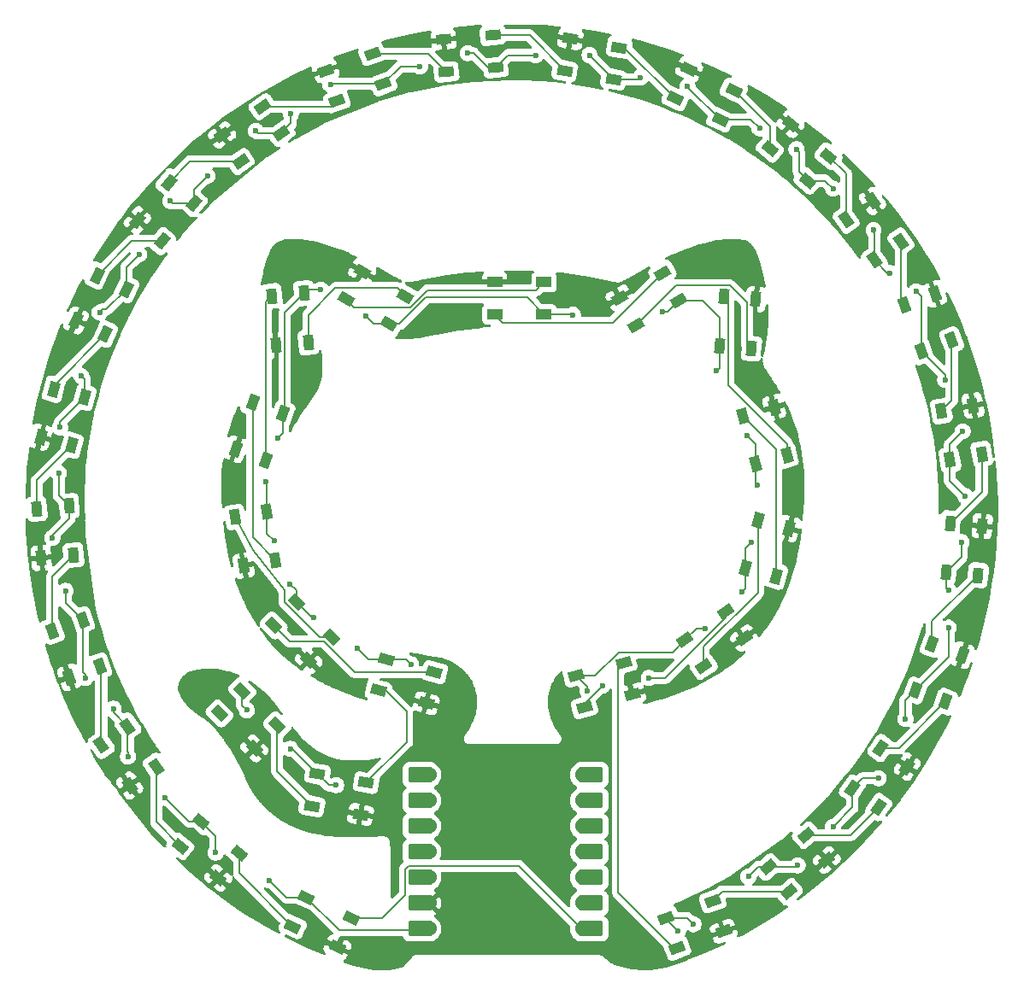
<source format=gtl>
%TF.GenerationSoftware,KiCad,Pcbnew,9.0.1*%
%TF.CreationDate,2025-04-13T21:02:41-04:00*%
%TF.ProjectId,SuperPixel,53757065-7250-4697-9865-6c2e6b696361,rev?*%
%TF.SameCoordinates,Original*%
%TF.FileFunction,Copper,L1,Top*%
%TF.FilePolarity,Positive*%
%FSLAX46Y46*%
G04 Gerber Fmt 4.6, Leading zero omitted, Abs format (unit mm)*
G04 Created by KiCad (PCBNEW 9.0.1) date 2025-04-13 21:02:41*
%MOMM*%
%LPD*%
G01*
G04 APERTURE LIST*
G04 Aperture macros list*
%AMRoundRect*
0 Rectangle with rounded corners*
0 $1 Rounding radius*
0 $2 $3 $4 $5 $6 $7 $8 $9 X,Y pos of 4 corners*
0 Add a 4 corners polygon primitive as box body*
4,1,4,$2,$3,$4,$5,$6,$7,$8,$9,$2,$3,0*
0 Add four circle primitives for the rounded corners*
1,1,$1+$1,$2,$3*
1,1,$1+$1,$4,$5*
1,1,$1+$1,$6,$7*
1,1,$1+$1,$8,$9*
0 Add four rect primitives between the rounded corners*
20,1,$1+$1,$2,$3,$4,$5,0*
20,1,$1+$1,$4,$5,$6,$7,0*
20,1,$1+$1,$6,$7,$8,$9,0*
20,1,$1+$1,$8,$9,$2,$3,0*%
%AMRotRect*
0 Rectangle, with rotation*
0 The origin of the aperture is its center*
0 $1 length*
0 $2 width*
0 $3 Rotation angle, in degrees counterclockwise*
0 Add horizontal line*
21,1,$1,$2,0,0,$3*%
G04 Aperture macros list end*
%TA.AperFunction,SMDPad,CuDef*%
%ADD10RoundRect,0.152400X-1.063600X-0.609600X1.063600X-0.609600X1.063600X0.609600X-1.063600X0.609600X0*%
%TD*%
%TA.AperFunction,ComponentPad*%
%ADD11C,1.524000*%
%TD*%
%TA.AperFunction,SMDPad,CuDef*%
%ADD12RoundRect,0.152400X1.063600X0.609600X-1.063600X0.609600X-1.063600X-0.609600X1.063600X-0.609600X0*%
%TD*%
%TA.AperFunction,SMDPad,CuDef*%
%ADD13RotRect,1.500000X1.000000X155.000000*%
%TD*%
%TA.AperFunction,SMDPad,CuDef*%
%ADD14RotRect,1.500000X1.000000X185.000000*%
%TD*%
%TA.AperFunction,SMDPad,CuDef*%
%ADD15RotRect,1.500000X1.000000X210.000000*%
%TD*%
%TA.AperFunction,SMDPad,CuDef*%
%ADD16RotRect,1.500000X1.000000X305.000000*%
%TD*%
%TA.AperFunction,SMDPad,CuDef*%
%ADD17RotRect,1.500000X1.000000X125.000000*%
%TD*%
%TA.AperFunction,SMDPad,CuDef*%
%ADD18RotRect,1.500000X1.000000X140.000000*%
%TD*%
%TA.AperFunction,SMDPad,CuDef*%
%ADD19RotRect,1.500000X1.000000X35.000000*%
%TD*%
%TA.AperFunction,SMDPad,CuDef*%
%ADD20RotRect,1.500000X1.000000X15.000000*%
%TD*%
%TA.AperFunction,SMDPad,CuDef*%
%ADD21RotRect,1.500000X1.000000X100.000000*%
%TD*%
%TA.AperFunction,SMDPad,CuDef*%
%ADD22RotRect,1.500000X1.000000X150.000000*%
%TD*%
%TA.AperFunction,SMDPad,CuDef*%
%ADD23R,1.500000X1.000000*%
%TD*%
%TA.AperFunction,SMDPad,CuDef*%
%ADD24RotRect,1.500000X1.000000X20.000000*%
%TD*%
%TA.AperFunction,SMDPad,CuDef*%
%ADD25RotRect,1.500000X1.000000X105.000000*%
%TD*%
%TA.AperFunction,SMDPad,CuDef*%
%ADD26RotRect,1.500000X1.000000X40.000000*%
%TD*%
%TA.AperFunction,SMDPad,CuDef*%
%ADD27RotRect,1.500000X1.000000X275.000000*%
%TD*%
%TA.AperFunction,SMDPad,CuDef*%
%ADD28RotRect,1.500000X1.000000X345.000000*%
%TD*%
%TA.AperFunction,SMDPad,CuDef*%
%ADD29RotRect,1.500000X1.000000X280.000000*%
%TD*%
%TA.AperFunction,SMDPad,CuDef*%
%ADD30RotRect,1.500000X1.000000X245.000000*%
%TD*%
%TA.AperFunction,SMDPad,CuDef*%
%ADD31RotRect,1.500000X1.000000X230.000000*%
%TD*%
%TA.AperFunction,SMDPad,CuDef*%
%ADD32RotRect,1.500000X1.000000X250.000000*%
%TD*%
%TA.AperFunction,SMDPad,CuDef*%
%ADD33RotRect,1.500000X1.000000X315.000000*%
%TD*%
%TA.AperFunction,SMDPad,CuDef*%
%ADD34RotRect,1.500000X1.000000X110.000000*%
%TD*%
%TA.AperFunction,SMDPad,CuDef*%
%ADD35RotRect,1.500000X1.000000X320.000000*%
%TD*%
%TA.AperFunction,SMDPad,CuDef*%
%ADD36RotRect,1.500000X1.000000X255.000000*%
%TD*%
%TA.AperFunction,SMDPad,CuDef*%
%ADD37RotRect,1.500000X1.000000X170.000000*%
%TD*%
%TA.AperFunction,SMDPad,CuDef*%
%ADD38RotRect,1.500000X1.000000X350.000000*%
%TD*%
%TA.AperFunction,SMDPad,CuDef*%
%ADD39RotRect,1.500000X1.000000X290.000000*%
%TD*%
%TA.AperFunction,SMDPad,CuDef*%
%ADD40RotRect,1.500000X1.000000X70.000000*%
%TD*%
%TA.AperFunction,SMDPad,CuDef*%
%ADD41RotRect,1.500000X1.000000X75.000000*%
%TD*%
%TA.AperFunction,SMDPad,CuDef*%
%ADD42RotRect,1.500000X1.000000X200.000000*%
%TD*%
%TA.AperFunction,SMDPad,CuDef*%
%ADD43RotRect,1.500000X1.000000X55.000000*%
%TD*%
%TA.AperFunction,SMDPad,CuDef*%
%ADD44RotRect,1.500000X1.000000X85.000000*%
%TD*%
%TA.AperFunction,SMDPad,CuDef*%
%ADD45RotRect,1.500000X1.000000X215.000000*%
%TD*%
%TA.AperFunction,SMDPad,CuDef*%
%ADD46RotRect,1.500000X1.000000X335.000000*%
%TD*%
%TA.AperFunction,ViaPad*%
%ADD47C,0.600000*%
%TD*%
%TA.AperFunction,Conductor*%
%ADD48C,0.200000*%
%TD*%
G04 APERTURE END LIST*
D10*
%TO.P,U2,1,GPIO1/D0/A0*%
%TO.N,Net-(D1-DIN)*%
X162910000Y-127240000D03*
D11*
X162075000Y-127240000D03*
D10*
%TO.P,U2,2,GPIO2/DA/A1*%
%TO.N,unconnected-(U2-GPIO2{slash}DA{slash}A1-Pad2)*%
X162910000Y-124700000D03*
D11*
X162075000Y-124700000D03*
D10*
%TO.P,U2,3,GPIO3/D2/A2*%
%TO.N,unconnected-(U2-GPIO3{slash}D2{slash}A2-Pad3)*%
X162910000Y-122160000D03*
D11*
X162075000Y-122160000D03*
D10*
%TO.P,U2,4,GPIO4/D3/A3*%
%TO.N,unconnected-(U2-GPIO4{slash}D3{slash}A3-Pad4)*%
X162910000Y-119620000D03*
D11*
X162075000Y-119620000D03*
D10*
%TO.P,U2,5,GPIO5/D4/I2C_SDA*%
%TO.N,unconnected-(U2-GPIO5{slash}D4{slash}I2C_SDA-Pad5)*%
X162910000Y-117080000D03*
D11*
X162075000Y-117080000D03*
D10*
%TO.P,U2,6,GPIO9/D5/I2C_SCL*%
%TO.N,unconnected-(U2-GPIO9{slash}D5{slash}I2C_SCL-Pad6)*%
X162910000Y-114540000D03*
D11*
X162075000Y-114540000D03*
D10*
%TO.P,U2,7,U0TXD/D6/TX*%
%TO.N,unconnected-(U2-U0TXD{slash}D6{slash}TX-Pad7)*%
X162910000Y-112000000D03*
D11*
X162075000Y-112000000D03*
%TO.P,U2,8,U0RXD/D7/RX*%
%TO.N,unconnected-(U2-U0RXD{slash}D7{slash}RX-Pad8)*%
X146835000Y-112000000D03*
D12*
X146000000Y-112000000D03*
D11*
%TO.P,U2,9,GPIO7/D8/A8/SCK*%
%TO.N,unconnected-(U2-GPIO7{slash}D8{slash}A8{slash}SCK-Pad9)*%
X146835000Y-114540000D03*
D12*
X146000000Y-114540000D03*
D11*
%TO.P,U2,10,GPIO8/D9/A9/MISO*%
%TO.N,unconnected-(U2-GPIO8{slash}D9{slash}A9{slash}MISO-Pad10)*%
X146835000Y-117080000D03*
D12*
X146000000Y-117080000D03*
D11*
%TO.P,U2,11,GPIO9/D10/A10/MOSI*%
%TO.N,unconnected-(U2-GPIO9{slash}D10{slash}A10{slash}MOSI-Pad11)*%
X146835000Y-119620000D03*
D12*
X146000000Y-119620000D03*
D11*
%TO.P,U2,12,VCC_3V3*%
%TO.N,unconnected-(U2-VCC_3V3-Pad12)*%
X146835000Y-122160000D03*
D12*
X146000000Y-122160000D03*
D11*
%TO.P,U2,13,GND*%
%TO.N,GND*%
X146835000Y-124700000D03*
D12*
X146000000Y-124700000D03*
D11*
%TO.P,U2,14,VBUS*%
%TO.N,+5V*%
X146835000Y-127240000D03*
D12*
X146000000Y-127240000D03*
%TD*%
D13*
%TO.P,D13,1,VSS*%
%TO.N,GND*%
X172625736Y-42056427D03*
%TO.P,D13,2,DIN*%
%TO.N,Net-(D12-DOUT)*%
X171273357Y-44956612D03*
%TO.P,D13,3,VDD*%
%TO.N,+5V*%
X175714264Y-47027443D03*
%TO.P,D13,4,DOUT*%
%TO.N,Net-(D13-DOUT)*%
X177066643Y-44127258D03*
%TD*%
D14*
%TO.P,D11,1,VSS*%
%TO.N,GND*%
X148309874Y-39119620D03*
%TO.P,D11,2,DIN*%
%TO.N,Net-(D10-DOUT)*%
X148588772Y-42307443D03*
%TO.P,D11,3,VDD*%
%TO.N,+5V*%
X153470126Y-41880380D03*
%TO.P,D11,4,DOUT*%
%TO.N,Net-(D11-DOUT)*%
X153191228Y-38692557D03*
%TD*%
D15*
%TO.P,D28,1,VSS*%
%TO.N,GND*%
X165750000Y-64700000D03*
%TO.P,D28,2,DIN*%
%TO.N,Net-(D27-DOUT)*%
X167349998Y-67471282D03*
%TO.P,D28,3,VDD*%
%TO.N,+5V*%
X171593530Y-65021272D03*
%TO.P,D28,4,DOUT*%
%TO.N,Net-(D28-DOUT)*%
X169993532Y-62249990D03*
%TD*%
D16*
%TO.P,D3,1,VSS*%
%TO.N,GND*%
X117211205Y-113045645D03*
%TO.P,D3,2,DIN*%
%TO.N,Net-(D2-DOUT)*%
X119832493Y-111210200D03*
%TO.P,D3,3,VDD*%
%TO.N,+5V*%
X117021971Y-107196353D03*
%TO.P,D3,4,DOUT*%
%TO.N,Net-(D3-DOUT)*%
X114400683Y-109031798D03*
%TD*%
D17*
%TO.P,D15,1,VSS*%
%TO.N,GND*%
X190795383Y-55115354D03*
%TO.P,D15,2,DIN*%
%TO.N,Net-(D14-DOUT)*%
X188174095Y-56950799D03*
%TO.P,D15,3,VDD*%
%TO.N,+5V*%
X190984617Y-60964646D03*
%TO.P,D15,4,DOUT*%
%TO.N,Net-(D15-DOUT)*%
X193605905Y-59129201D03*
%TD*%
D18*
%TO.P,D14,1,VSS*%
%TO.N,GND*%
X182671652Y-47499498D03*
%TO.P,D14,2,DIN*%
%TO.N,Net-(D13-DOUT)*%
X180614731Y-49950840D03*
%TO.P,D14,3,VDD*%
%TO.N,+5V*%
X184368348Y-53100502D03*
%TO.P,D14,4,DOUT*%
%TO.N,Net-(D14-DOUT)*%
X186425269Y-50649160D03*
%TD*%
D19*
%TO.P,D24,1,VSS*%
%TO.N,GND*%
X178080000Y-98440000D03*
%TO.P,D24,2,DIN*%
%TO.N,Net-(D23-DOUT)*%
X176244558Y-95818713D03*
%TO.P,D24,3,VDD*%
%TO.N,+5V*%
X172230712Y-98629246D03*
%TO.P,D24,4,DOUT*%
%TO.N,Net-(D24-DOUT)*%
X174066154Y-101250533D03*
%TD*%
D20*
%TO.P,D23,1,VSS*%
%TO.N,GND*%
X167000629Y-104001372D03*
%TO.P,D23,2,DIN*%
%TO.N,Net-(D22-DOUT)*%
X166172410Y-100910409D03*
%TO.P,D23,3,VDD*%
%TO.N,+5V*%
X161439371Y-102178628D03*
%TO.P,D23,4,DOUT*%
%TO.N,Net-(D23-DOUT)*%
X162267590Y-105269591D03*
%TD*%
D21*
%TO.P,D17,1,VSS*%
%TO.N,GND*%
X200761384Y-75374327D03*
%TO.P,D17,2,DIN*%
%TO.N,Net-(D16-DOUT)*%
X197610000Y-75930000D03*
%TO.P,D17,3,VDD*%
%TO.N,+5V*%
X198460872Y-80755559D03*
%TO.P,D17,4,DOUT*%
%TO.N,Net-(D17-DOUT)*%
X201612256Y-80199886D03*
%TD*%
D22*
%TO.P,D30,1,VSS*%
%TO.N,GND*%
X140258238Y-62089359D03*
%TO.P,D30,2,DIN*%
%TO.N,Net-(D29-DOUT)*%
X138658238Y-64860640D03*
%TO.P,D30,3,VDD*%
%TO.N,+5V*%
X142901762Y-67310641D03*
%TO.P,D30,4,DOUT*%
%TO.N,Net-(D30-DOUT)*%
X144501762Y-64539360D03*
%TD*%
D23*
%TO.P,D29,1,VSS*%
%TO.N,GND*%
X153360000Y-63160000D03*
%TO.P,D29,2,DIN*%
%TO.N,Net-(D28-DOUT)*%
X153360000Y-66360000D03*
%TO.P,D29,3,VDD*%
%TO.N,+5V*%
X158260000Y-66360000D03*
%TO.P,D29,4,DOUT*%
%TO.N,Net-(D29-DOUT)*%
X158260000Y-63160000D03*
%TD*%
D24*
%TO.P,D22,1,VSS*%
%TO.N,GND*%
X176059479Y-127515555D03*
%TO.P,D22,2,DIN*%
%TO.N,Net-(D21-DOUT)*%
X174965017Y-124508540D03*
%TO.P,D22,3,VDD*%
%TO.N,+5V*%
X170360521Y-126184445D03*
%TO.P,D22,4,DOUT*%
%TO.N,Net-(D22-DOUT)*%
X171454983Y-129191460D03*
%TD*%
D25*
%TO.P,D26,1,VSS*%
%TO.N,GND*%
X181049910Y-75564355D03*
%TO.P,D26,2,DIN*%
%TO.N,Net-(D25-DOUT)*%
X177958949Y-76392573D03*
%TO.P,D26,3,VDD*%
%TO.N,+5V*%
X179227170Y-81125615D03*
%TO.P,D26,4,DOUT*%
%TO.N,Net-(D26-DOUT)*%
X182318131Y-80297397D03*
%TD*%
D26*
%TO.P,D21,1,VSS*%
%TO.N,GND*%
X186265268Y-120430839D03*
%TO.P,D21,2,DIN*%
%TO.N,Net-(D20-DOUT)*%
X184208350Y-117979495D03*
%TO.P,D21,3,VDD*%
%TO.N,+5V*%
X180454732Y-121129161D03*
%TO.P,D21,4,DOUT*%
%TO.N,Net-(D21-DOUT)*%
X182511650Y-123580505D03*
%TD*%
D27*
%TO.P,D5,1,VSS*%
%TO.N,GND*%
X108459624Y-90500128D03*
%TO.P,D5,2,DIN*%
%TO.N,Net-(D4-DOUT)*%
X111647445Y-90221232D03*
%TO.P,D5,3,VDD*%
%TO.N,+5V*%
X111220376Y-85339872D03*
%TO.P,D5,4,DOUT*%
%TO.N,Net-(D5-DOUT)*%
X108032555Y-85618768D03*
%TD*%
D28*
%TO.P,D35,1,VSS*%
%TO.N,GND*%
X146582409Y-104899585D03*
%TO.P,D35,2,DIN*%
%TO.N,Net-(D34-DOUT)*%
X147410631Y-101808624D03*
%TO.P,D35,3,VDD*%
%TO.N,+5V*%
X142677591Y-100540415D03*
%TO.P,D35,4,DOUT*%
%TO.N,Net-(D35-DOUT)*%
X141849369Y-103631376D03*
%TD*%
D29*
%TO.P,D33,1,VSS*%
%TO.N,GND*%
X128509748Y-91250617D03*
%TO.P,D33,2,DIN*%
%TO.N,Net-(D32-DOUT)*%
X131661132Y-90694942D03*
%TO.P,D33,3,VDD*%
%TO.N,+5V*%
X130810252Y-85869383D03*
%TO.P,D33,4,DOUT*%
%TO.N,Net-(D33-DOUT)*%
X127658868Y-86425058D03*
%TD*%
D30*
%TO.P,D7,1,VSS*%
%TO.N,GND*%
X111915846Y-66938738D03*
%TO.P,D7,2,DIN*%
%TO.N,Net-(D6-DOUT)*%
X114816031Y-68291114D03*
%TO.P,D7,3,VDD*%
%TO.N,+5V*%
X116886866Y-63850204D03*
%TO.P,D7,4,DOUT*%
%TO.N,Net-(D7-DOUT)*%
X113986681Y-62497828D03*
%TD*%
D31*
%TO.P,D8,1,VSS*%
%TO.N,GND*%
X117969501Y-57018351D03*
%TO.P,D8,2,DIN*%
%TO.N,Net-(D7-DOUT)*%
X120420841Y-59075274D03*
%TO.P,D8,3,VDD*%
%TO.N,+5V*%
X123570499Y-55321649D03*
%TO.P,D8,4,DOUT*%
%TO.N,Net-(D8-DOUT)*%
X121119159Y-53264726D03*
%TD*%
D32*
%TO.P,D32,1,VSS*%
%TO.N,GND*%
X127718544Y-79705016D03*
%TO.P,D32,2,DIN*%
%TO.N,Net-(D31-DOUT)*%
X130725560Y-80799479D03*
%TO.P,D32,3,VDD*%
%TO.N,+5V*%
X132401456Y-76194984D03*
%TO.P,D32,4,DOUT*%
%TO.N,Net-(D32-DOUT)*%
X129394440Y-75100521D03*
%TD*%
D33*
%TO.P,D37,1,VSS*%
%TO.N,GND*%
X129571047Y-109373785D03*
%TO.P,D37,2,DIN*%
%TO.N,Net-(D36-DOUT)*%
X131833790Y-107111046D03*
%TO.P,D37,3,VDD*%
%TO.N,+5V*%
X128368953Y-103646215D03*
%TO.P,D37,4,DOUT*%
%TO.N,unconnected-(D37-DOUT-Pad4)*%
X126106210Y-105908954D03*
%TD*%
D34*
%TO.P,D16,1,VSS*%
%TO.N,GND*%
X196965560Y-64310521D03*
%TO.P,D16,2,DIN*%
%TO.N,Net-(D15-DOUT)*%
X193958544Y-65404984D03*
%TO.P,D16,3,VDD*%
%TO.N,+5V*%
X195634440Y-70009479D03*
%TO.P,D16,4,DOUT*%
%TO.N,Net-(D16-DOUT)*%
X198641456Y-68915016D03*
%TD*%
D35*
%TO.P,D2,1,VSS*%
%TO.N,GND*%
X125988348Y-122220502D03*
%TO.P,D2,2,DIN*%
%TO.N,Net-(D1-DOUT)*%
X128045269Y-119769160D03*
%TO.P,D2,3,VDD*%
%TO.N,+5V*%
X124291652Y-116619498D03*
%TO.P,D2,4,DOUT*%
%TO.N,Net-(D2-DOUT)*%
X122234731Y-119070840D03*
%TD*%
D36*
%TO.P,D6,1,VSS*%
%TO.N,GND*%
X108400415Y-78502410D03*
%TO.P,D6,2,DIN*%
%TO.N,Net-(D5-DOUT)*%
X111491376Y-79330633D03*
%TO.P,D6,3,VDD*%
%TO.N,+5V*%
X112759585Y-74597590D03*
%TO.P,D6,4,DOUT*%
%TO.N,Net-(D6-DOUT)*%
X109668624Y-73769367D03*
%TD*%
D37*
%TO.P,D12,1,VSS*%
%TO.N,GND*%
X160875058Y-39037029D03*
%TO.P,D12,2,DIN*%
%TO.N,Net-(D11-DOUT)*%
X160319384Y-42188413D03*
%TO.P,D12,3,VDD*%
%TO.N,+5V*%
X165144942Y-43039289D03*
%TO.P,D12,4,DOUT*%
%TO.N,Net-(D12-DOUT)*%
X165700616Y-39887905D03*
%TD*%
D38*
%TO.P,D36,1,VSS*%
%TO.N,GND*%
X140089886Y-115922254D03*
%TO.P,D36,2,DIN*%
%TO.N,Net-(D35-DOUT)*%
X140645561Y-112770871D03*
%TO.P,D36,3,VDD*%
%TO.N,+5V*%
X135820000Y-111920000D03*
%TO.P,D36,4,DOUT*%
%TO.N,Net-(D36-DOUT)*%
X135264325Y-115071383D03*
%TD*%
D27*
%TO.P,D31,1,VSS*%
%TO.N,GND*%
X131719622Y-69420127D03*
%TO.P,D31,2,DIN*%
%TO.N,Net-(D30-DOUT)*%
X134907445Y-69141228D03*
%TO.P,D31,3,VDD*%
%TO.N,+5V*%
X134480378Y-64259873D03*
%TO.P,D31,4,DOUT*%
%TO.N,Net-(D31-DOUT)*%
X131292555Y-64538772D03*
%TD*%
D39*
%TO.P,D4,1,VSS*%
%TO.N,GND*%
X111242984Y-102334459D03*
%TO.P,D4,2,DIN*%
%TO.N,Net-(D3-DOUT)*%
X114250000Y-101240000D03*
%TO.P,D4,3,VDD*%
%TO.N,+5V*%
X112574092Y-96635499D03*
%TO.P,D4,4,DOUT*%
%TO.N,Net-(D4-DOUT)*%
X109567076Y-97729958D03*
%TD*%
D40*
%TO.P,D19,1,VSS*%
%TO.N,GND*%
X199701455Y-100124983D03*
%TO.P,D19,2,DIN*%
%TO.N,Net-(D18-DOUT)*%
X196694440Y-99030516D03*
%TO.P,D19,3,VDD*%
%TO.N,+5V*%
X195018545Y-103635017D03*
%TO.P,D19,4,DOUT*%
%TO.N,Net-(D19-DOUT)*%
X198025560Y-104729484D03*
%TD*%
D41*
%TO.P,D25,1,VSS*%
%TO.N,GND*%
X182539585Y-87567590D03*
%TO.P,D25,2,DIN*%
%TO.N,Net-(D24-DOUT)*%
X179448624Y-86739367D03*
%TO.P,D25,3,VDD*%
%TO.N,+5V*%
X178180415Y-91472410D03*
%TO.P,D25,4,DOUT*%
%TO.N,Net-(D25-DOUT)*%
X181271376Y-92300633D03*
%TD*%
D42*
%TO.P,D10,1,VSS*%
%TO.N,GND*%
X136641042Y-42178890D03*
%TO.P,D10,2,DIN*%
%TO.N,Net-(D10-DIN)*%
X137735504Y-45185905D03*
%TO.P,D10,3,VDD*%
%TO.N,+5V*%
X142340000Y-43510000D03*
%TO.P,D10,4,DOUT*%
%TO.N,Net-(D10-DOUT)*%
X141245538Y-40502985D03*
%TD*%
D43*
%TO.P,D20,1,VSS*%
%TO.N,GND*%
X194235908Y-111180800D03*
%TO.P,D20,2,DIN*%
%TO.N,Net-(D19-DOUT)*%
X191614622Y-109345356D03*
%TO.P,D20,3,VDD*%
%TO.N,+5V*%
X188804092Y-113359200D03*
%TO.P,D20,4,DOUT*%
%TO.N,Net-(D20-DOUT)*%
X191425378Y-115194644D03*
%TD*%
D44*
%TO.P,D27,1,VSS*%
%TO.N,GND*%
X179244880Y-64857541D03*
%TO.P,D27,2,DIN*%
%TO.N,Net-(D26-DOUT)*%
X176057059Y-64578641D03*
%TO.P,D27,3,VDD*%
%TO.N,+5V*%
X175630002Y-69460001D03*
%TO.P,D27,4,DOUT*%
%TO.N,Net-(D27-DOUT)*%
X178817823Y-69738901D03*
%TD*%
D45*
%TO.P,D9,1,VSS*%
%TO.N,GND*%
X126375356Y-48574623D03*
%TO.P,D9,2,DIN*%
%TO.N,Net-(D8-DOUT)*%
X128210798Y-51195910D03*
%TO.P,D9,3,VDD*%
%TO.N,+5V*%
X132224644Y-48385377D03*
%TO.P,D9,4,DOUT*%
%TO.N,Net-(D10-DIN)*%
X130389202Y-45764090D03*
%TD*%
D46*
%TO.P,D1,1,VSS*%
%TO.N,GND*%
X137800903Y-129100832D03*
%TO.P,D1,2,DIN*%
%TO.N,Net-(D1-DIN)*%
X139153278Y-126200648D03*
%TO.P,D1,3,VDD*%
%TO.N,+5V*%
X134712375Y-124129816D03*
%TO.P,D1,4,DOUT*%
%TO.N,Net-(D1-DOUT)*%
X133360000Y-127030000D03*
%TD*%
D44*
%TO.P,D18,1,VSS*%
%TO.N,GND*%
X201677445Y-87338772D03*
%TO.P,D18,2,DIN*%
%TO.N,Net-(D17-DOUT)*%
X198489622Y-87059873D03*
%TO.P,D18,3,VDD*%
%TO.N,+5V*%
X198062555Y-91941228D03*
%TO.P,D18,4,DOUT*%
%TO.N,Net-(D18-DOUT)*%
X201250378Y-92220127D03*
%TD*%
D33*
%TO.P,D34,1,VSS*%
%TO.N,GND*%
X134941044Y-100643781D03*
%TO.P,D34,2,DIN*%
%TO.N,Net-(D33-DOUT)*%
X137203785Y-98381040D03*
%TO.P,D34,3,VDD*%
%TO.N,+5V*%
X133738956Y-94916219D03*
%TO.P,D34,4,DOUT*%
%TO.N,Net-(D34-DOUT)*%
X131476215Y-97178960D03*
%TD*%
D47*
%TO.N,+5V*%
X110860000Y-93750000D03*
X199740000Y-77940000D03*
X131050000Y-122440000D03*
X178500000Y-122090000D03*
X128820000Y-105580000D03*
X133110000Y-93070000D03*
X124920000Y-52620000D03*
X198310000Y-93730000D03*
X175350000Y-71940000D03*
X114240000Y-66170000D03*
X135410000Y-96430000D03*
X140590000Y-66510000D03*
X183380000Y-120960000D03*
X145060000Y-101030000D03*
X179380000Y-83280000D03*
X117040000Y-110190000D03*
X133190000Y-46480000D03*
X199610000Y-88930000D03*
X110200000Y-82080000D03*
X121220000Y-55100000D03*
X110340000Y-77560000D03*
X136160000Y-63910000D03*
X118140000Y-60410000D03*
X130740000Y-82950000D03*
X150700000Y-40450000D03*
X198000000Y-72840000D03*
X186890000Y-53880000D03*
X145980000Y-41760000D03*
X178360000Y-78340000D03*
X177850000Y-93830000D03*
X137660000Y-113030000D03*
X183260000Y-49980000D03*
X190900000Y-57990000D03*
X199970000Y-84350000D03*
X195120000Y-64060000D03*
X109550000Y-88510000D03*
X186880000Y-117160000D03*
X139770000Y-99440000D03*
X129720000Y-48150000D03*
X192520000Y-62260000D03*
X191400000Y-112330000D03*
X167810000Y-42850000D03*
X169970000Y-66100000D03*
X162760000Y-40650000D03*
X112840000Y-102380000D03*
X112410000Y-72430000D03*
X178760000Y-88950000D03*
X137100000Y-43580000D03*
X172480000Y-43770000D03*
X120730000Y-114240000D03*
X198350000Y-97410000D03*
X173060000Y-126800000D03*
X125740000Y-119710000D03*
X131520000Y-88820000D03*
X157420000Y-40650000D03*
X171530000Y-127490000D03*
X115610000Y-105430000D03*
X161120000Y-66390000D03*
X131890000Y-78640000D03*
X179600000Y-47900000D03*
X174190000Y-97480000D03*
X162550000Y-103660000D03*
X194070000Y-106470000D03*
X133130000Y-109410000D03*
%TO.N,GND*%
X162500000Y-42410000D03*
X202500000Y-85370000D03*
X139390000Y-42110000D03*
X188070000Y-119390000D03*
X112610000Y-105430000D03*
X132980000Y-61830000D03*
X118410000Y-115390000D03*
X133080000Y-100080000D03*
X115630000Y-62880000D03*
X133580000Y-67120000D03*
X195560000Y-101070000D03*
X161910000Y-64130000D03*
X129990000Y-94350000D03*
X127360000Y-82930000D03*
X174640000Y-43580000D03*
X124150000Y-120310000D03*
X151020000Y-42070000D03*
X131660000Y-72030000D03*
X200490000Y-72960000D03*
X148080000Y-66080000D03*
X179160000Y-73090000D03*
X175560000Y-60960000D03*
X155840000Y-62800000D03*
%TO.N,Net-(D23-DOUT)*%
X164050000Y-103140000D03*
X168630000Y-102390000D03*
%TD*%
D48*
%TO.N,Net-(D1-DIN)*%
X155724100Y-121005600D02*
X162110000Y-127391500D01*
X144483000Y-121358374D02*
X144835774Y-121005600D01*
X144483000Y-123898374D02*
X144483000Y-121358374D01*
X139153278Y-126200648D02*
X142180726Y-126200648D01*
X142180726Y-126200648D02*
X144483000Y-123898374D01*
X144835774Y-121005600D02*
X155724100Y-121005600D01*
%TO.N,+5V*%
X153470126Y-41880380D02*
X154700506Y-40650000D01*
X141390641Y-67310641D02*
X140590000Y-66510000D01*
X183500000Y-52232154D02*
X184368348Y-53100502D01*
X199610000Y-90393783D02*
X198062555Y-91941228D01*
X175350000Y-71940000D02*
X175630002Y-71659998D01*
X183380000Y-120960000D02*
X183210839Y-121129161D01*
X128820000Y-105580000D02*
X128368953Y-105128953D01*
X190900000Y-58250000D02*
X190984617Y-58334617D01*
X170514802Y-66100000D02*
X169970000Y-66100000D01*
X171593530Y-65021272D02*
X170514802Y-66100000D01*
X124291652Y-116619498D02*
X123109498Y-116619498D01*
X144570415Y-100540415D02*
X145060000Y-101030000D01*
X146561434Y-64680000D02*
X143930793Y-67310641D01*
X123570499Y-55321649D02*
X123570499Y-53969501D01*
X198460872Y-79219128D02*
X198460872Y-80755559D01*
X133738956Y-93698956D02*
X133738956Y-94916219D01*
X134480378Y-64259873D02*
X132584086Y-66156165D01*
X195120000Y-64060000D02*
X195634440Y-64574440D01*
X110860000Y-94921407D02*
X110860000Y-93750000D01*
X170981148Y-99878810D02*
X172230712Y-98629246D01*
X165635626Y-99878810D02*
X170981148Y-99878810D01*
X198350000Y-100303562D02*
X195018545Y-103635017D01*
X121441649Y-55321649D02*
X123570499Y-55321649D01*
X114540000Y-65870000D02*
X114867070Y-65870000D01*
X116886866Y-63850204D02*
X116886866Y-61663134D01*
X173976386Y-65021272D02*
X171593530Y-65021272D01*
X158260000Y-66360000D02*
X156580000Y-64680000D01*
X112574092Y-96635499D02*
X110860000Y-94921407D01*
X163335808Y-102178628D02*
X165635626Y-99878810D01*
X151250000Y-40450000D02*
X152680380Y-41880380D01*
X135252737Y-96430000D02*
X135410000Y-96430000D01*
X178180415Y-89529585D02*
X178760000Y-88950000D01*
X133310000Y-109410000D02*
X133130000Y-109410000D01*
X125740000Y-119710000D02*
X125740000Y-118067846D01*
X154700506Y-40650000D02*
X157420000Y-40650000D01*
X142677591Y-100540415D02*
X144570415Y-100540415D01*
X183260000Y-49980000D02*
X183500000Y-50220000D01*
X199740000Y-77940000D02*
X198460872Y-79219128D01*
X191400000Y-112330000D02*
X189833292Y-112330000D01*
X109550000Y-88250000D02*
X111220376Y-86579624D01*
X125740000Y-118067846D02*
X124291652Y-116619498D01*
X112574092Y-101834092D02*
X112574092Y-96635499D01*
X132224644Y-48385377D02*
X133190000Y-47420021D01*
X198062555Y-93482555D02*
X198310000Y-93730000D01*
X194070000Y-104583562D02*
X194070000Y-106470000D01*
X152680380Y-41880380D02*
X153470126Y-41880380D01*
X116886866Y-61663134D02*
X118140000Y-60410000D01*
X162550000Y-103660000D02*
X162550000Y-103289257D01*
X146870000Y-127391500D02*
X137974059Y-127391500D01*
X162760000Y-40650000D02*
X165144942Y-43034942D01*
X179227170Y-79207170D02*
X178360000Y-78340000D01*
X179227170Y-81125615D02*
X179227170Y-79207170D01*
X180454732Y-121129161D02*
X179460839Y-121129161D01*
X161120000Y-66390000D02*
X161090000Y-66360000D01*
X140870415Y-100540415D02*
X142677591Y-100540415D01*
X132401456Y-78128544D02*
X131890000Y-78640000D01*
X183210839Y-121129161D02*
X180454732Y-121129161D01*
X123109498Y-116619498D02*
X120730000Y-114240000D01*
X136160000Y-63910000D02*
X134830251Y-63910000D01*
X110340000Y-77017175D02*
X112759585Y-74597590D01*
X143930793Y-67310641D02*
X142901762Y-67310641D01*
X132584086Y-66156165D02*
X132584086Y-76012354D01*
X170360521Y-126320521D02*
X171530000Y-127490000D01*
X137100000Y-43580000D02*
X137170000Y-43510000D01*
X117021971Y-109711971D02*
X117021971Y-107196353D01*
X173060000Y-126800000D02*
X172444445Y-126184445D01*
X142901762Y-67310641D02*
X141390641Y-67310641D01*
X130810252Y-85869383D02*
X130810252Y-88110252D01*
X110200000Y-84319496D02*
X110200000Y-82080000D01*
X175714264Y-47027443D02*
X178727443Y-47027443D01*
X195634440Y-70009479D02*
X198000000Y-72375039D01*
X121220000Y-55100000D02*
X121441649Y-55321649D01*
X184368348Y-53100502D02*
X186110502Y-53100502D01*
X110340000Y-77560000D02*
X110340000Y-77017175D01*
X190984617Y-60964646D02*
X192279971Y-62260000D01*
X172444445Y-126184445D02*
X170360521Y-126184445D01*
X117040000Y-109730000D02*
X117021971Y-109711971D01*
X167620711Y-43039289D02*
X167810000Y-42850000D01*
X129955377Y-48385377D02*
X132224644Y-48385377D01*
X133110000Y-93070000D02*
X133738956Y-93698956D01*
X142340000Y-43510000D02*
X144090000Y-41760000D01*
X132401456Y-76194984D02*
X132401456Y-78128544D01*
X179227170Y-83127170D02*
X179227170Y-81125615D01*
X109550000Y-88510000D02*
X109550000Y-88250000D01*
X150700000Y-40450000D02*
X151250000Y-40450000D01*
X133738956Y-94916219D02*
X135252737Y-96430000D01*
X198000000Y-72375039D02*
X198000000Y-72840000D01*
X188804092Y-115235908D02*
X186880000Y-117160000D01*
X112840000Y-102380000D02*
X112840000Y-102100000D01*
X111220376Y-86579624D02*
X111220376Y-85339872D01*
X161090000Y-66360000D02*
X158260000Y-66360000D01*
X175630002Y-66674888D02*
X173976386Y-65021272D01*
X190900000Y-57990000D02*
X190900000Y-58250000D01*
X192279971Y-62260000D02*
X192520000Y-62260000D01*
X190984617Y-58334617D02*
X190984617Y-60964646D01*
X115610000Y-105784382D02*
X115610000Y-105430000D01*
X175630002Y-69460001D02*
X175630002Y-66674888D01*
X112759585Y-74597590D02*
X112759585Y-72779585D01*
X137974059Y-127391500D02*
X134712375Y-124129816D01*
X132739816Y-124129816D02*
X131050000Y-122440000D01*
X135820000Y-111920000D02*
X133310000Y-109410000D01*
X114240000Y-66170000D02*
X114540000Y-65870000D01*
X195018545Y-103635017D02*
X194070000Y-104583562D01*
X134712375Y-124129816D02*
X132739816Y-124129816D01*
X137170000Y-43510000D02*
X142340000Y-43510000D01*
X170360521Y-126184445D02*
X170360521Y-126320521D01*
X156580000Y-64680000D02*
X146561434Y-64680000D01*
X130740000Y-82950000D02*
X130810252Y-83020252D01*
X178180415Y-93499585D02*
X178180415Y-91472410D01*
X172230712Y-98629246D02*
X173379958Y-97480000D01*
X162550000Y-103289257D02*
X161439371Y-102178628D01*
X137660000Y-113030000D02*
X136930000Y-113030000D01*
X134830251Y-63910000D02*
X134480378Y-64259873D01*
X188804092Y-113359200D02*
X188804092Y-115235908D01*
X173379958Y-97480000D02*
X174190000Y-97480000D01*
X114867070Y-65870000D02*
X116886866Y-63850204D01*
X130810252Y-88110252D02*
X131520000Y-88820000D01*
X117040000Y-110190000D02*
X117040000Y-109730000D01*
X128368953Y-105128953D02*
X128368953Y-103646215D01*
X175630002Y-71659998D02*
X175630002Y-69460001D01*
X189833292Y-112330000D02*
X188804092Y-113359200D01*
X123570499Y-53969501D02*
X124920000Y-52620000D01*
X130810252Y-83020252D02*
X130810252Y-85869383D01*
X178727443Y-47027443D02*
X179600000Y-47900000D01*
X165144942Y-43034942D02*
X165144942Y-43039289D01*
X178180415Y-91472410D02*
X178180415Y-89529585D01*
X133190000Y-47420021D02*
X133190000Y-46480000D01*
X111220376Y-85339872D02*
X110200000Y-84319496D01*
X172480000Y-43770000D02*
X172480000Y-43793179D01*
X129720000Y-48150000D02*
X129955377Y-48385377D01*
X199610000Y-88930000D02*
X199610000Y-90393783D01*
X183500000Y-50220000D02*
X183500000Y-52232154D01*
X117021971Y-107196353D02*
X115610000Y-105784382D01*
X186110502Y-53100502D02*
X186890000Y-53880000D01*
X179380000Y-83280000D02*
X179227170Y-83127170D01*
X165144942Y-43039289D02*
X167620711Y-43039289D01*
X136930000Y-113030000D02*
X135820000Y-111920000D01*
X198350000Y-97410000D02*
X198350000Y-100303562D01*
X144090000Y-41760000D02*
X145980000Y-41760000D01*
X112840000Y-102100000D02*
X112574092Y-101834092D01*
X161439371Y-102178628D02*
X163335808Y-102178628D01*
X195634440Y-64574440D02*
X195634440Y-70009479D01*
X198062555Y-91941228D02*
X198062555Y-93482555D01*
X198460872Y-82840872D02*
X199970000Y-84350000D01*
X177850000Y-93830000D02*
X178180415Y-93499585D01*
X132584086Y-76012354D02*
X132401456Y-76194984D01*
X179460839Y-121129161D02*
X178500000Y-122090000D01*
X172480000Y-43793179D02*
X175714264Y-47027443D01*
X112759585Y-72779585D02*
X112410000Y-72430000D01*
X198460872Y-80755559D02*
X198460872Y-82840872D01*
X139770000Y-99440000D02*
X140870415Y-100540415D01*
%TO.N,Net-(D1-DOUT)*%
X133360000Y-127030000D02*
X128045269Y-121715269D01*
X128045269Y-121715269D02*
X128045269Y-119769160D01*
X133721500Y-127391500D02*
X133360000Y-127030000D01*
%TO.N,Net-(D2-DOUT)*%
X119832493Y-116668602D02*
X119832493Y-111210200D01*
X122234731Y-119070840D02*
X119832493Y-116668602D01*
%TO.N,Net-(D3-DOUT)*%
X114400683Y-109031798D02*
X114400683Y-101390683D01*
X114400683Y-101390683D02*
X114250000Y-101240000D01*
%TO.N,Net-(D4-DOUT)*%
X109567076Y-92301601D02*
X111647445Y-90221232D01*
X109567076Y-97729958D02*
X109567076Y-92301601D01*
%TO.N,Net-(D5-DOUT)*%
X108032555Y-85618768D02*
X108032555Y-82789454D01*
X108032555Y-82789454D02*
X111491376Y-79330633D01*
%TO.N,Net-(D6-DOUT)*%
X109668624Y-73438521D02*
X114816031Y-68291114D01*
X109668624Y-73769367D02*
X109668624Y-73438521D01*
%TO.N,Net-(D7-DOUT)*%
X113986681Y-62497828D02*
X117409235Y-59075274D01*
X117409235Y-59075274D02*
X120420841Y-59075274D01*
%TO.N,Net-(D8-DOUT)*%
X121119159Y-53264726D02*
X123187975Y-51195910D01*
X123187975Y-51195910D02*
X128210798Y-51195910D01*
%TO.N,Net-(D10-DIN)*%
X137157319Y-45764090D02*
X137735504Y-45185905D01*
X130389202Y-45764090D02*
X137157319Y-45764090D01*
%TO.N,Net-(D10-DOUT)*%
X141245538Y-40502985D02*
X146784314Y-40502985D01*
X146784314Y-40502985D02*
X148588772Y-42307443D01*
%TO.N,Net-(D11-DOUT)*%
X156823528Y-38692557D02*
X160319384Y-42188413D01*
X153191228Y-38692557D02*
X156823528Y-38692557D01*
%TO.N,Net-(D12-DOUT)*%
X165700616Y-39887905D02*
X166204650Y-39887905D01*
X166204650Y-39887905D02*
X171273357Y-44956612D01*
%TO.N,Net-(D13-DOUT)*%
X177066643Y-44127258D02*
X180614731Y-47675346D01*
X180614731Y-47675346D02*
X180614731Y-49950840D01*
%TO.N,Net-(D14-DOUT)*%
X188174095Y-52397986D02*
X188174095Y-56950799D01*
X186425269Y-50649160D02*
X188174095Y-52397986D01*
%TO.N,Net-(D15-DOUT)*%
X193605905Y-59129201D02*
X193605905Y-65052345D01*
X193605905Y-65052345D02*
X193958544Y-65404984D01*
%TO.N,Net-(D16-DOUT)*%
X198641456Y-68915016D02*
X198641456Y-74898544D01*
X198641456Y-74898544D02*
X197610000Y-75930000D01*
%TO.N,Net-(D17-DOUT)*%
X201612256Y-83937239D02*
X198489622Y-87059873D01*
X201612256Y-80199886D02*
X201612256Y-83937239D01*
%TO.N,Net-(D18-DOUT)*%
X201250378Y-92220127D02*
X196694440Y-96776065D01*
X196694440Y-96776065D02*
X196694440Y-99030516D01*
%TO.N,Net-(D19-DOUT)*%
X193409688Y-109345356D02*
X191614622Y-109345356D01*
X198025560Y-104729484D02*
X193409688Y-109345356D01*
%TO.N,Net-(D20-DOUT)*%
X191425378Y-115194644D02*
X188640527Y-117979495D01*
X188640527Y-117979495D02*
X184208350Y-117979495D01*
%TO.N,Net-(D21-DOUT)*%
X175893052Y-123580505D02*
X174965017Y-124508540D01*
X182511650Y-123580505D02*
X175893052Y-123580505D01*
%TO.N,Net-(D22-DOUT)*%
X165600454Y-123676133D02*
X165600454Y-101482365D01*
X171454983Y-129191460D02*
X171115781Y-129191460D01*
X165600454Y-101482365D02*
X166172410Y-100910409D01*
X171115781Y-129191460D02*
X165600454Y-123676133D01*
%TO.N,Net-(D23-DOUT)*%
X168630000Y-102390000D02*
X170283658Y-102390000D01*
X162267590Y-104922410D02*
X164050000Y-103140000D01*
X170283658Y-102390000D02*
X176244558Y-96429100D01*
X176244558Y-96429100D02*
X176244558Y-95818713D01*
X162267590Y-105269591D02*
X162267590Y-104922410D01*
%TO.N,Net-(D24-DOUT)*%
X179448624Y-93920871D02*
X179448624Y-86739367D01*
X174066154Y-99303341D02*
X179448624Y-93920871D01*
X174066154Y-101250533D02*
X174066154Y-99303341D01*
%TO.N,Net-(D25-DOUT)*%
X181271376Y-79705000D02*
X177958949Y-76392573D01*
X181271376Y-92300633D02*
X181271376Y-79705000D01*
%TO.N,Net-(D26-DOUT)*%
X182318131Y-79183372D02*
X176518590Y-73383831D01*
X182318131Y-80297397D02*
X182318131Y-79183372D01*
X176518590Y-73383831D02*
X176518590Y-65040172D01*
X176518590Y-65040172D02*
X176057059Y-64578641D01*
%TO.N,Net-(D27-DOUT)*%
X176658047Y-63486917D02*
X171334363Y-63486917D01*
X171334363Y-63486917D02*
X167349998Y-67471282D01*
X178356292Y-65185162D02*
X176658047Y-63486917D01*
X178817823Y-69738901D02*
X178356292Y-69277370D01*
X178356292Y-69277370D02*
X178356292Y-65185162D01*
%TO.N,Net-(D28-DOUT)*%
X169993532Y-62249990D02*
X165073522Y-67170000D01*
X154170000Y-67170000D02*
X153360000Y-66360000D01*
X165073522Y-67170000D02*
X154170000Y-67170000D01*
%TO.N,Net-(D29-DOUT)*%
X158260000Y-63160000D02*
X157459000Y-63961000D01*
X157459000Y-63961000D02*
X146713334Y-63961000D01*
X145025961Y-65648373D02*
X139445971Y-65648373D01*
X146713334Y-63961000D02*
X145025961Y-65648373D01*
X139445971Y-65648373D02*
X138658238Y-64860640D01*
%TO.N,Net-(D30-DOUT)*%
X143714029Y-63751627D02*
X137587362Y-63751627D01*
X137587362Y-63751627D02*
X134907445Y-66431544D01*
X144501762Y-64539360D02*
X143714029Y-63751627D01*
X134907445Y-66431544D02*
X134907445Y-69141228D01*
%TO.N,Net-(D31-DOUT)*%
X131292555Y-64538772D02*
X130725560Y-65105767D01*
X130725560Y-65105767D02*
X130725560Y-80799479D01*
%TO.N,Net-(D32-DOUT)*%
X129394440Y-75100521D02*
X129394440Y-88428250D01*
X129394440Y-88428250D02*
X131661132Y-90694942D01*
%TO.N,Net-(D33-DOUT)*%
X136070993Y-98381040D02*
X137203785Y-98381040D01*
X129400000Y-89680000D02*
X132554073Y-93681664D01*
X132554073Y-93681664D02*
X132554073Y-94864120D01*
X132554073Y-94864120D02*
X136070993Y-98381040D01*
X127658868Y-86425058D02*
X129400000Y-89680000D01*
%TO.N,Net-(D34-DOUT)*%
X136472001Y-98782040D02*
X139498585Y-101808624D01*
X131476215Y-97178960D02*
X133079295Y-98782040D01*
X139498585Y-101808624D02*
X147410631Y-101808624D01*
X133079295Y-98782040D02*
X136472001Y-98782040D01*
%TO.N,Net-(D35-DOUT)*%
X144694091Y-108722341D02*
X140645561Y-112770871D01*
X142579051Y-103631376D02*
X144694091Y-105746416D01*
X141849369Y-103631376D02*
X142579051Y-103631376D01*
X144694091Y-105746416D02*
X144694091Y-108722341D01*
%TO.N,Net-(D36-DOUT)*%
X131833790Y-111640848D02*
X131833790Y-107111046D01*
X135264325Y-115071383D02*
X131833790Y-111640848D01*
%TD*%
%TA.AperFunction,Conductor*%
%TO.N,GND*%
G36*
X145045699Y-99846272D02*
G01*
X146199811Y-100063910D01*
X146203681Y-100065692D01*
X146264490Y-100076107D01*
X146325127Y-100087542D01*
X146325139Y-100087541D01*
X146327095Y-100087650D01*
X146341169Y-100089240D01*
X146889204Y-100183108D01*
X146890353Y-100183311D01*
X147491617Y-100293129D01*
X147492663Y-100293326D01*
X147976355Y-100387233D01*
X147978963Y-100387769D01*
X147990360Y-100390242D01*
X147993938Y-100392011D01*
X148051302Y-100403468D01*
X148052303Y-100403686D01*
X148052336Y-100403704D01*
X148053580Y-100403970D01*
X148068390Y-100407349D01*
X148087805Y-100411778D01*
X148088528Y-100411945D01*
X148123967Y-100420253D01*
X148313027Y-100464576D01*
X148320912Y-100466702D01*
X148566965Y-100541874D01*
X148574704Y-100544522D01*
X148815738Y-100636001D01*
X148822044Y-100638596D01*
X148999632Y-100717519D01*
X149004568Y-100719846D01*
X149158196Y-100796503D01*
X149178918Y-100806843D01*
X149183811Y-100809422D01*
X149346440Y-100899847D01*
X149354068Y-100904088D01*
X149358772Y-100906841D01*
X149455287Y-100966232D01*
X149529195Y-101011712D01*
X149533746Y-101014651D01*
X149699430Y-101126869D01*
X149703847Y-101130004D01*
X149864443Y-101249328D01*
X149868626Y-101252577D01*
X150027645Y-101381626D01*
X150031596Y-101384972D01*
X150185057Y-101520518D01*
X150188866Y-101524026D01*
X150336055Y-101665401D01*
X150340445Y-101669835D01*
X150543246Y-101885261D01*
X150548093Y-101890724D01*
X150616941Y-101973077D01*
X150736078Y-102115585D01*
X150737403Y-102117169D01*
X150741898Y-102122878D01*
X150917261Y-102359694D01*
X150921900Y-102366413D01*
X150924375Y-102370264D01*
X151064343Y-102588007D01*
X151068970Y-102595820D01*
X151168320Y-102778516D01*
X151186286Y-102811556D01*
X151194561Y-102826772D01*
X151198601Y-102834897D01*
X151209572Y-102859148D01*
X151307017Y-103074554D01*
X151310436Y-103082908D01*
X151402238Y-103332830D01*
X151405024Y-103341357D01*
X151478556Y-103597393D01*
X151480719Y-103606098D01*
X151535662Y-103867315D01*
X151537045Y-103875120D01*
X151580675Y-104177325D01*
X151581468Y-104184159D01*
X151608312Y-104488813D01*
X151608726Y-104495682D01*
X151618635Y-104801534D01*
X151618674Y-104808100D01*
X151612805Y-105093279D01*
X151612518Y-105099528D01*
X151592266Y-105384168D01*
X151591665Y-105390395D01*
X151557130Y-105673275D01*
X151556039Y-105680458D01*
X151511767Y-105923631D01*
X151510013Y-105931722D01*
X151449710Y-106171014D01*
X151447420Y-106178971D01*
X151371236Y-106413849D01*
X151368586Y-106421217D01*
X151267211Y-106677401D01*
X151264295Y-106684173D01*
X151147813Y-106934010D01*
X151144501Y-106940596D01*
X151012944Y-107183868D01*
X151010183Y-107188711D01*
X150817933Y-107508928D01*
X150815948Y-107512123D01*
X150613853Y-107826704D01*
X150611772Y-107829838D01*
X150427635Y-108098200D01*
X150427247Y-108098762D01*
X150420917Y-108107878D01*
X150407006Y-108121791D01*
X150386007Y-108158160D01*
X150383058Y-108162409D01*
X150382934Y-108162508D01*
X150382372Y-108163386D01*
X150361054Y-108193468D01*
X150356518Y-108205713D01*
X150356517Y-108205712D01*
X150352872Y-108215550D01*
X150341114Y-108235919D01*
X150330089Y-108277058D01*
X150328086Y-108282468D01*
X150328085Y-108282473D01*
X150315279Y-108317045D01*
X150315278Y-108317051D01*
X150314066Y-108330040D01*
X150314067Y-108330041D01*
X150313118Y-108340223D01*
X150313093Y-108340492D01*
X150307006Y-108363213D01*
X150307006Y-108405806D01*
X150306471Y-108411547D01*
X150306471Y-108411549D01*
X150303049Y-108448261D01*
X150303049Y-108448268D01*
X150303536Y-108451122D01*
X150307006Y-108471474D01*
X150307006Y-108494997D01*
X150318030Y-108536140D01*
X150319000Y-108541828D01*
X150318999Y-108541830D01*
X150325193Y-108578164D01*
X150325196Y-108578172D01*
X150330646Y-108590036D01*
X150330645Y-108590036D01*
X150335025Y-108599569D01*
X150341114Y-108622291D01*
X150362407Y-108659172D01*
X150364819Y-108664422D01*
X150380210Y-108697923D01*
X150380211Y-108697925D01*
X150388546Y-108707973D01*
X150395244Y-108716048D01*
X150407006Y-108736419D01*
X150437125Y-108766538D01*
X150455802Y-108789055D01*
X150464348Y-108799357D01*
X150474993Y-108806901D01*
X150474994Y-108806901D01*
X150483556Y-108812969D01*
X150500192Y-108829605D01*
X150537089Y-108850907D01*
X150571868Y-108875555D01*
X150571871Y-108875556D01*
X150584100Y-108880086D01*
X150593943Y-108883732D01*
X150614320Y-108895497D01*
X150655478Y-108906525D01*
X150695447Y-108921330D01*
X150718883Y-108923514D01*
X150741614Y-108929605D01*
X150784229Y-108929604D01*
X150826663Y-108933560D01*
X150839523Y-108931366D01*
X150860348Y-108929603D01*
X159427168Y-108929603D01*
X159485957Y-108937419D01*
X159545914Y-108929603D01*
X159550673Y-108929603D01*
X159554254Y-108929131D01*
X159563310Y-108927335D01*
X159616635Y-108920384D01*
X159675039Y-108896279D01*
X159677967Y-108895495D01*
X159680541Y-108894008D01*
X159738452Y-108870108D01*
X159789178Y-108831286D01*
X159792095Y-108829603D01*
X159794430Y-108827267D01*
X159843106Y-108790016D01*
X159881211Y-108740486D01*
X159885281Y-108736417D01*
X159888103Y-108731528D01*
X159923464Y-108685567D01*
X159946159Y-108630972D01*
X159951173Y-108622289D01*
X159953718Y-108612789D01*
X159974051Y-108563879D01*
X159981168Y-108510342D01*
X159985281Y-108494995D01*
X159985281Y-108479411D01*
X159991419Y-108433244D01*
X159985281Y-108386158D01*
X159985281Y-108363211D01*
X159979455Y-108341469D01*
X159974384Y-108302565D01*
X159973312Y-108299967D01*
X159962195Y-108273032D01*
X159962193Y-108273029D01*
X159959123Y-108265590D01*
X159951173Y-108235917D01*
X159936108Y-108209824D01*
X159924108Y-108180748D01*
X159909508Y-108161671D01*
X159900592Y-108148309D01*
X159885283Y-108121792D01*
X159885279Y-108121787D01*
X159864265Y-108100773D01*
X159853474Y-108088453D01*
X159748127Y-107950800D01*
X159744783Y-107946218D01*
X159539100Y-107650240D01*
X159534898Y-107643769D01*
X159348094Y-107335424D01*
X159344281Y-107328661D01*
X159177148Y-107009246D01*
X159173765Y-107002258D01*
X159026937Y-106672985D01*
X159023999Y-106665799D01*
X158980400Y-106548846D01*
X158898217Y-106328392D01*
X158895561Y-106320455D01*
X158895061Y-106318776D01*
X158799881Y-105998925D01*
X158797629Y-105990214D01*
X158790799Y-105959179D01*
X158725614Y-105662986D01*
X158724007Y-105654172D01*
X158675922Y-105322579D01*
X158674959Y-105313679D01*
X158651055Y-104979469D01*
X158650740Y-104970485D01*
X158650756Y-104957458D01*
X158651144Y-104635769D01*
X158651495Y-104626623D01*
X158675699Y-104306100D01*
X158676756Y-104296810D01*
X158725082Y-103979387D01*
X158726836Y-103970211D01*
X158799043Y-103657311D01*
X158801488Y-103648294D01*
X158897145Y-103341788D01*
X158900267Y-103332971D01*
X159018938Y-103034317D01*
X159022692Y-103025816D01*
X159164101Y-102735674D01*
X159168463Y-102727517D01*
X159171914Y-102721606D01*
X159227933Y-102625633D01*
X159331288Y-102448564D01*
X159336261Y-102440731D01*
X159519496Y-102174723D01*
X159525026Y-102167306D01*
X159727642Y-101915744D01*
X159733712Y-101908759D01*
X159871862Y-101761322D01*
X159932062Y-101725864D01*
X160001879Y-101728580D01*
X160059144Y-101768611D01*
X160085676Y-101833247D01*
X160085784Y-101857894D01*
X160080509Y-101913149D01*
X160080443Y-101913839D01*
X160082459Y-101926766D01*
X160089680Y-101973074D01*
X160214989Y-102440731D01*
X160368003Y-103011789D01*
X160373282Y-103031488D01*
X160394899Y-103087405D01*
X160394900Y-103087406D01*
X160478382Y-103204642D01*
X160478383Y-103204643D01*
X160478385Y-103204645D01*
X160536215Y-103250122D01*
X160591513Y-103293608D01*
X160725125Y-103347099D01*
X160868396Y-103360779D01*
X160927633Y-103351542D01*
X161517353Y-103193526D01*
X161529353Y-103193811D01*
X161540600Y-103189617D01*
X161563634Y-103194627D01*
X161587202Y-103195189D01*
X161598849Y-103202288D01*
X161608873Y-103204469D01*
X161637127Y-103225620D01*
X161742977Y-103331470D01*
X161776462Y-103392793D01*
X161776913Y-103443343D01*
X161749500Y-103581155D01*
X161749500Y-103738846D01*
X161780261Y-103893489D01*
X161780264Y-103893501D01*
X161840602Y-104039172D01*
X161840609Y-104039185D01*
X161919599Y-104157401D01*
X161940477Y-104224079D01*
X161921993Y-104291459D01*
X161870014Y-104338149D01*
X161848591Y-104346067D01*
X161237953Y-104509689D01*
X161182035Y-104531305D01*
X161064796Y-104614790D01*
X161064795Y-104614791D01*
X160975832Y-104727919D01*
X160922342Y-104861529D01*
X160912728Y-104962219D01*
X160908662Y-105004802D01*
X160910437Y-105016182D01*
X160917899Y-105064037D01*
X161037085Y-105508844D01*
X161193329Y-106091955D01*
X161201501Y-106122451D01*
X161223118Y-106178368D01*
X161223119Y-106178369D01*
X161306601Y-106295605D01*
X161306602Y-106295606D01*
X161306604Y-106295608D01*
X161387349Y-106359105D01*
X161419732Y-106384571D01*
X161553344Y-106438062D01*
X161696615Y-106451742D01*
X161755852Y-106442505D01*
X163297223Y-106029494D01*
X163353145Y-106007876D01*
X163470381Y-105924394D01*
X163559347Y-105811263D01*
X163612838Y-105677651D01*
X163626518Y-105534380D01*
X163617280Y-105475142D01*
X163416806Y-104726964D01*
X163413244Y-104713670D01*
X163414907Y-104643820D01*
X163445336Y-104593897D01*
X164064662Y-103974572D01*
X164125983Y-103941089D01*
X164128150Y-103940638D01*
X164186085Y-103929113D01*
X164283497Y-103909737D01*
X164429179Y-103849394D01*
X164560289Y-103761789D01*
X164671789Y-103650289D01*
X164759394Y-103519179D01*
X164761392Y-103514354D01*
X164805232Y-103459951D01*
X164871526Y-103437885D01*
X164939226Y-103455163D01*
X164986837Y-103506300D01*
X164999954Y-103561806D01*
X164999954Y-123589463D01*
X164999953Y-123589481D01*
X164999953Y-123755187D01*
X164999952Y-123755187D01*
X165040877Y-123907918D01*
X165064722Y-123949217D01*
X165064723Y-123949221D01*
X165064724Y-123949221D01*
X165116156Y-124038306D01*
X165119933Y-124044847D01*
X165119935Y-124044850D01*
X165238803Y-124163718D01*
X165238809Y-124163723D01*
X170041968Y-128966882D01*
X170075453Y-129028205D01*
X170077439Y-129040084D01*
X170078148Y-129046116D01*
X170092514Y-129104324D01*
X170467282Y-130133988D01*
X170467283Y-130133990D01*
X170493690Y-130187809D01*
X170493691Y-130187812D01*
X170550130Y-130254000D01*
X170587074Y-130297325D01*
X170707528Y-130376093D01*
X170845294Y-130417735D01*
X170874077Y-130417963D01*
X170989208Y-130418876D01*
X170989208Y-130418875D01*
X170989212Y-130418876D01*
X171047419Y-130404511D01*
X172546928Y-129858733D01*
X172600753Y-129832324D01*
X172710266Y-129738941D01*
X172789034Y-129618487D01*
X172830676Y-129480721D01*
X172831818Y-129336803D01*
X172817452Y-129278596D01*
X172442684Y-128248933D01*
X172416275Y-128195109D01*
X172416274Y-128195108D01*
X172416274Y-128195107D01*
X172369583Y-128140352D01*
X172322892Y-128085595D01*
X172322889Y-128085593D01*
X172322887Y-128085591D01*
X172268965Y-128050330D01*
X172223630Y-127997165D01*
X172214236Y-127927930D01*
X172233730Y-127877657D01*
X172239388Y-127869188D01*
X172239388Y-127869187D01*
X172239394Y-127869179D01*
X172299737Y-127723497D01*
X172330500Y-127568842D01*
X172330500Y-127501941D01*
X172350185Y-127434902D01*
X172402989Y-127389147D01*
X172472147Y-127379203D01*
X172535703Y-127408228D01*
X172542181Y-127414260D01*
X172549707Y-127421786D01*
X172549711Y-127421789D01*
X172680814Y-127509390D01*
X172680827Y-127509397D01*
X172817440Y-127565983D01*
X172826503Y-127569737D01*
X172981153Y-127600499D01*
X172981156Y-127600500D01*
X172981158Y-127600500D01*
X173138844Y-127600500D01*
X173138845Y-127600499D01*
X173293497Y-127569737D01*
X173439179Y-127509394D01*
X173570289Y-127421789D01*
X173621938Y-127370140D01*
X174683143Y-127370140D01*
X174697495Y-127428290D01*
X174799358Y-127708156D01*
X175739049Y-127366136D01*
X175739050Y-127366136D01*
X175482535Y-126661367D01*
X175482534Y-126661367D01*
X174967744Y-126848736D01*
X174913979Y-126875118D01*
X174804576Y-126968406D01*
X174804573Y-126968410D01*
X174725885Y-127088742D01*
X174725885Y-127088743D01*
X174684284Y-127226371D01*
X174683143Y-127370140D01*
X173621938Y-127370140D01*
X173681789Y-127310289D01*
X173769394Y-127179179D01*
X173774334Y-127167254D01*
X173785360Y-127140633D01*
X173829737Y-127033497D01*
X173860500Y-126878842D01*
X173860500Y-126721158D01*
X173860500Y-126721155D01*
X173860499Y-126721153D01*
X173840995Y-126623100D01*
X173829737Y-126566503D01*
X173798196Y-126490356D01*
X175952381Y-126490356D01*
X175952381Y-126490357D01*
X176208896Y-127195125D01*
X177148589Y-126853105D01*
X177046730Y-126573250D01*
X177046723Y-126573233D01*
X177020344Y-126519473D01*
X176927055Y-126410070D01*
X176927053Y-126410067D01*
X176806719Y-126331379D01*
X176669090Y-126289778D01*
X176525321Y-126288637D01*
X176467167Y-126302990D01*
X175952381Y-126490356D01*
X173798196Y-126490356D01*
X173785800Y-126460429D01*
X173769397Y-126420827D01*
X173769390Y-126420814D01*
X173681789Y-126289711D01*
X173681786Y-126289707D01*
X173570292Y-126178213D01*
X173570288Y-126178210D01*
X173439185Y-126090609D01*
X173439172Y-126090602D01*
X173293501Y-126030264D01*
X173293491Y-126030261D01*
X173138149Y-125999361D01*
X173121392Y-125990595D01*
X173102914Y-125986576D01*
X173077877Y-125967833D01*
X173076238Y-125966976D01*
X173074660Y-125965425D01*
X172932035Y-125822800D01*
X172932033Y-125822797D01*
X172813162Y-125703926D01*
X172813161Y-125703925D01*
X172726349Y-125653805D01*
X172726349Y-125653804D01*
X172726345Y-125653803D01*
X172676230Y-125624868D01*
X172523502Y-125583944D01*
X172365388Y-125583944D01*
X172357792Y-125583944D01*
X172357776Y-125583945D01*
X171559536Y-125583945D01*
X171492497Y-125564260D01*
X171446742Y-125511456D01*
X171443014Y-125502356D01*
X171410326Y-125412546D01*
X171348222Y-125241918D01*
X171321813Y-125188094D01*
X171321812Y-125188093D01*
X171321812Y-125188092D01*
X171258810Y-125114208D01*
X171228430Y-125078580D01*
X171129463Y-125013863D01*
X171084131Y-124960699D01*
X171074736Y-124891464D01*
X171104264Y-124828141D01*
X171148911Y-124795928D01*
X171876793Y-124487230D01*
X171887495Y-124485259D01*
X171937296Y-124461570D01*
X171988095Y-124440027D01*
X171988103Y-124440020D01*
X171995103Y-124435902D01*
X171995166Y-124436010D01*
X172008980Y-124427474D01*
X174475819Y-123254123D01*
X174491596Y-123250157D01*
X174535136Y-123225909D01*
X174580137Y-123204505D01*
X174583158Y-123201930D01*
X174603247Y-123187977D01*
X176654646Y-122045562D01*
X176680095Y-122036171D01*
X176711970Y-122013638D01*
X176746079Y-121994644D01*
X176758663Y-121982442D01*
X176773397Y-121970216D01*
X180262144Y-119504098D01*
X185813991Y-119504098D01*
X186296082Y-120078630D01*
X187062126Y-119435841D01*
X186870691Y-119207698D01*
X186827505Y-119166192D01*
X186702425Y-119095293D01*
X186702422Y-119095292D01*
X186562433Y-119062507D01*
X186418876Y-119070485D01*
X186283384Y-119118588D01*
X186283378Y-119118591D01*
X186233660Y-119151954D01*
X185813991Y-119504098D01*
X180262144Y-119504098D01*
X181702366Y-118486037D01*
X181718115Y-118478976D01*
X181756034Y-118448100D01*
X181795906Y-118419917D01*
X181799226Y-118415923D01*
X181816276Y-118399049D01*
X181831209Y-118386890D01*
X182163424Y-118116389D01*
X182698296Y-117659181D01*
X182762043Y-117630586D01*
X182831133Y-117640995D01*
X182883628Y-117687104D01*
X182902861Y-117754274D01*
X182886739Y-117814587D01*
X182841520Y-117894361D01*
X182841518Y-117894366D01*
X182808701Y-118034492D01*
X182816687Y-118178192D01*
X182861531Y-118304506D01*
X182864838Y-118313822D01*
X182883468Y-118341585D01*
X182898241Y-118363600D01*
X182898254Y-118363618D01*
X183602573Y-119202990D01*
X183602577Y-119202993D01*
X183602578Y-119202995D01*
X183645804Y-119244540D01*
X183771010Y-119315511D01*
X183771011Y-119315511D01*
X183771013Y-119315512D01*
X183791210Y-119320242D01*
X183911140Y-119348330D01*
X184051058Y-119340553D01*
X184054842Y-119340343D01*
X184090695Y-119327614D01*
X184190469Y-119292192D01*
X184240253Y-119258785D01*
X184322998Y-119189354D01*
X184887092Y-118716022D01*
X185014628Y-118609005D01*
X185078636Y-118580993D01*
X185094334Y-118579995D01*
X188553858Y-118579995D01*
X188553874Y-118579996D01*
X188561470Y-118579996D01*
X188719581Y-118579996D01*
X188719584Y-118579996D01*
X188872312Y-118539072D01*
X188933891Y-118503519D01*
X189009243Y-118460015D01*
X189121047Y-118348211D01*
X189121047Y-118348209D01*
X189131251Y-118338006D01*
X189131255Y-118338001D01*
X190953418Y-116515837D01*
X191014739Y-116482354D01*
X191084431Y-116487338D01*
X191112222Y-116501946D01*
X191156912Y-116533239D01*
X191209418Y-116562182D01*
X191348727Y-116598328D01*
X191492576Y-116593761D01*
X191588735Y-116562180D01*
X191608813Y-116555586D01*
X191678647Y-116553370D01*
X191738594Y-116589260D01*
X191769620Y-116651863D01*
X191761876Y-116721303D01*
X191740660Y-116755236D01*
X190924029Y-117684769D01*
X190920392Y-117688733D01*
X189269396Y-119411189D01*
X189265028Y-119415524D01*
X186637775Y-121897354D01*
X186631020Y-121903287D01*
X184071541Y-123991841D01*
X184063533Y-123997854D01*
X183458899Y-124414746D01*
X183392533Y-124436595D01*
X183324890Y-124419095D01*
X183277447Y-124367803D01*
X183265265Y-124299003D01*
X183292213Y-124234540D01*
X183308796Y-124217678D01*
X183765964Y-123834069D01*
X183807509Y-123790843D01*
X183878480Y-123665637D01*
X183911299Y-123525507D01*
X183903312Y-123381806D01*
X183855162Y-123246178D01*
X183821755Y-123196394D01*
X183821750Y-123196388D01*
X183821745Y-123196381D01*
X183117426Y-122357009D01*
X183074198Y-122315462D01*
X183074196Y-122315460D01*
X183074193Y-122315458D01*
X183074190Y-122315456D01*
X182948991Y-122244489D01*
X182948986Y-122244487D01*
X182833787Y-122217508D01*
X182808860Y-122211670D01*
X182808859Y-122211670D01*
X182665157Y-122219656D01*
X182529531Y-122267808D01*
X182479752Y-122301211D01*
X182479734Y-122301224D01*
X181806096Y-122866476D01*
X181705693Y-122950725D01*
X181705372Y-122950994D01*
X181641364Y-122979007D01*
X181625666Y-122980005D01*
X179017649Y-122980005D01*
X178950610Y-122960320D01*
X178904855Y-122907516D01*
X178894911Y-122838358D01*
X178923936Y-122774802D01*
X178948758Y-122752903D01*
X178965699Y-122741582D01*
X179010289Y-122711789D01*
X179121789Y-122600289D01*
X179209394Y-122469179D01*
X179269737Y-122323497D01*
X179297947Y-122181678D01*
X179300638Y-122168150D01*
X179309402Y-122151393D01*
X179313423Y-122132914D01*
X179332167Y-122107875D01*
X179333023Y-122106239D01*
X179334528Y-122104706D01*
X179405430Y-122033804D01*
X179466752Y-122000320D01*
X179536444Y-122005304D01*
X179588099Y-122041780D01*
X179848955Y-122352656D01*
X179848959Y-122352659D01*
X179848960Y-122352661D01*
X179892186Y-122394206D01*
X179892190Y-122394208D01*
X179892191Y-122394209D01*
X180017390Y-122465176D01*
X180017392Y-122465177D01*
X180017393Y-122465177D01*
X180017395Y-122465178D01*
X180034505Y-122469185D01*
X180157522Y-122497996D01*
X180297440Y-122490219D01*
X180301224Y-122490009D01*
X180329381Y-122480012D01*
X180436851Y-122441858D01*
X180486635Y-122408451D01*
X180543003Y-122361153D01*
X180913542Y-122050233D01*
X181261010Y-121758671D01*
X181325018Y-121730659D01*
X181340716Y-121729661D01*
X183124183Y-121729661D01*
X183131781Y-121729661D01*
X183131782Y-121729662D01*
X183133926Y-121729662D01*
X183133932Y-121729663D01*
X183158105Y-121732045D01*
X183301155Y-121760500D01*
X183301158Y-121760500D01*
X183458844Y-121760500D01*
X183458845Y-121760499D01*
X183613497Y-121729737D01*
X183744752Y-121675370D01*
X183759172Y-121669397D01*
X183759172Y-121669396D01*
X183759179Y-121669394D01*
X183890289Y-121581789D01*
X184001789Y-121470289D01*
X184023744Y-121437431D01*
X184031492Y-121425835D01*
X185468408Y-121425835D01*
X185659844Y-121653979D01*
X185703030Y-121695485D01*
X185828110Y-121766384D01*
X185828113Y-121766385D01*
X185968101Y-121799169D01*
X186111659Y-121791192D01*
X186247151Y-121743089D01*
X186247157Y-121743086D01*
X186296881Y-121709719D01*
X186716544Y-121357578D01*
X186234452Y-120783046D01*
X185468408Y-121425835D01*
X184031492Y-121425835D01*
X184050557Y-121397304D01*
X184050558Y-121397302D01*
X184089387Y-121339190D01*
X184089388Y-121339186D01*
X184089394Y-121339179D01*
X184149737Y-121193497D01*
X184180500Y-121038842D01*
X184180500Y-120881158D01*
X184180500Y-120881155D01*
X184180499Y-120881153D01*
X184180465Y-120880980D01*
X184149737Y-120726503D01*
X184117484Y-120648636D01*
X184089397Y-120580827D01*
X184089391Y-120580816D01*
X184070671Y-120552799D01*
X184070670Y-120552798D01*
X184025957Y-120485881D01*
X184866122Y-120485881D01*
X184866122Y-120485882D01*
X184874100Y-120629436D01*
X184922202Y-120764930D01*
X184955571Y-120814657D01*
X184955584Y-120814675D01*
X185147015Y-121042812D01*
X185839614Y-120461653D01*
X186617474Y-120461653D01*
X187099566Y-121036186D01*
X187519227Y-120684048D01*
X187560727Y-120640871D01*
X187631628Y-120515785D01*
X187631629Y-120515781D01*
X187664413Y-120375796D01*
X187664413Y-120375795D01*
X187656435Y-120232241D01*
X187608333Y-120096747D01*
X187574964Y-120047020D01*
X187574951Y-120047002D01*
X187383519Y-119818864D01*
X186617474Y-120461653D01*
X185839614Y-120461653D01*
X185904718Y-120407024D01*
X185913060Y-120400023D01*
X185430968Y-119825490D01*
X185011308Y-120177629D01*
X184969808Y-120220806D01*
X184898907Y-120345892D01*
X184898906Y-120345896D01*
X184866122Y-120485881D01*
X184025957Y-120485881D01*
X184001789Y-120449711D01*
X184001786Y-120449707D01*
X183890292Y-120338213D01*
X183890288Y-120338210D01*
X183759185Y-120250609D01*
X183759172Y-120250602D01*
X183613501Y-120190264D01*
X183613489Y-120190261D01*
X183458845Y-120159500D01*
X183458842Y-120159500D01*
X183301158Y-120159500D01*
X183301155Y-120159500D01*
X183146510Y-120190261D01*
X183146498Y-120190264D01*
X183000827Y-120250602D01*
X183000814Y-120250609D01*
X182869711Y-120338210D01*
X182869707Y-120338213D01*
X182758212Y-120449708D01*
X182742282Y-120473551D01*
X182688670Y-120518356D01*
X182639179Y-120528661D01*
X181641087Y-120528661D01*
X181574048Y-120508976D01*
X181546098Y-120484367D01*
X181060508Y-119905665D01*
X181017677Y-119864500D01*
X181017278Y-119864116D01*
X181017275Y-119864114D01*
X181017272Y-119864112D01*
X180892073Y-119793145D01*
X180892068Y-119793143D01*
X180777236Y-119766250D01*
X180751942Y-119760326D01*
X180751941Y-119760326D01*
X180608239Y-119768312D01*
X180472613Y-119816464D01*
X180422834Y-119849867D01*
X180422816Y-119849880D01*
X179648454Y-120499650D01*
X179625116Y-120509863D01*
X179603683Y-120523638D01*
X179588730Y-120525787D01*
X179584446Y-120527663D01*
X179568748Y-120528661D01*
X179547509Y-120528661D01*
X179547493Y-120528660D01*
X179539897Y-120528660D01*
X179381782Y-120528660D01*
X179305418Y-120549122D01*
X179229053Y-120569584D01*
X179229048Y-120569587D01*
X179092129Y-120648636D01*
X179092121Y-120648642D01*
X178485339Y-121255425D01*
X178424016Y-121288910D01*
X178421850Y-121289361D01*
X178266508Y-121320261D01*
X178266498Y-121320264D01*
X178120827Y-121380602D01*
X178120814Y-121380609D01*
X177989711Y-121468210D01*
X177989707Y-121468213D01*
X177878213Y-121579707D01*
X177878210Y-121579711D01*
X177790609Y-121710814D01*
X177790602Y-121710827D01*
X177730264Y-121856498D01*
X177730261Y-121856510D01*
X177699500Y-122011153D01*
X177699500Y-122168846D01*
X177730261Y-122323489D01*
X177730264Y-122323501D01*
X177790602Y-122469172D01*
X177790609Y-122469185D01*
X177878210Y-122600288D01*
X177878213Y-122600292D01*
X177989707Y-122711786D01*
X177989711Y-122711789D01*
X178051242Y-122752903D01*
X178096047Y-122806515D01*
X178104754Y-122875840D01*
X178074600Y-122938867D01*
X178015157Y-122975587D01*
X177982351Y-122980005D01*
X175979722Y-122980005D01*
X175979706Y-122980004D01*
X175972110Y-122980004D01*
X175813995Y-122980004D01*
X175737631Y-123000466D01*
X175661266Y-123020928D01*
X175661261Y-123020931D01*
X175524342Y-123099980D01*
X175524338Y-123099983D01*
X175323235Y-123301085D01*
X175277965Y-123329925D01*
X173873066Y-123841269D01*
X173873059Y-123841272D01*
X173819248Y-123867675D01*
X173819245Y-123867676D01*
X173709736Y-123961057D01*
X173709732Y-123961061D01*
X173630965Y-124081513D01*
X173630965Y-124081514D01*
X173589324Y-124219276D01*
X173589323Y-124219284D01*
X173588181Y-124363192D01*
X173588182Y-124363196D01*
X173588182Y-124363197D01*
X173597063Y-124399179D01*
X173602548Y-124421404D01*
X173977316Y-125451068D01*
X173977317Y-125451070D01*
X174003724Y-125504889D01*
X174003725Y-125504892D01*
X174029103Y-125534653D01*
X174097108Y-125614405D01*
X174217562Y-125693173D01*
X174355328Y-125734815D01*
X174384111Y-125735043D01*
X174499242Y-125735956D01*
X174499242Y-125735955D01*
X174499246Y-125735956D01*
X174557453Y-125721591D01*
X176056962Y-125175813D01*
X176110787Y-125149404D01*
X176220300Y-125056021D01*
X176299068Y-124935567D01*
X176340710Y-124797801D01*
X176341852Y-124653883D01*
X176327486Y-124595676D01*
X176289952Y-124492552D01*
X176237127Y-124347415D01*
X176232696Y-124277686D01*
X176266666Y-124216631D01*
X176328253Y-124183633D01*
X176353649Y-124181005D01*
X181325295Y-124181005D01*
X181392334Y-124200690D01*
X181420284Y-124225299D01*
X181905873Y-124804000D01*
X181905877Y-124804003D01*
X181905878Y-124804005D01*
X181949104Y-124845550D01*
X181949108Y-124845552D01*
X181949109Y-124845553D01*
X182050693Y-124903134D01*
X182074310Y-124916521D01*
X182074311Y-124916521D01*
X182074313Y-124916522D01*
X182094510Y-124921252D01*
X182214440Y-124949340D01*
X182284297Y-124945457D01*
X182352325Y-124961391D01*
X182400940Y-125011574D01*
X182414706Y-125080074D01*
X182389253Y-125145143D01*
X182361566Y-125171352D01*
X181288758Y-125911047D01*
X181281683Y-125915579D01*
X178003326Y-127862371D01*
X177996674Y-127866050D01*
X177569322Y-128085586D01*
X177500696Y-128098710D01*
X177435869Y-128072649D01*
X177395423Y-128015676D01*
X177392199Y-127945881D01*
X177393965Y-127939410D01*
X177434673Y-127804737D01*
X177435814Y-127660969D01*
X177421462Y-127602819D01*
X177319599Y-127322952D01*
X176144984Y-127750478D01*
X174970367Y-128178003D01*
X175072227Y-128457859D01*
X175072234Y-128457876D01*
X175098613Y-128511636D01*
X175191902Y-128621039D01*
X175191904Y-128621042D01*
X175312238Y-128699730D01*
X175449867Y-128741331D01*
X175593636Y-128742472D01*
X175651786Y-128728120D01*
X176084620Y-128570581D01*
X176112028Y-128568839D01*
X176138996Y-128563682D01*
X176146392Y-128566655D01*
X176154349Y-128566150D01*
X176178344Y-128579500D01*
X176203823Y-128589743D01*
X176208437Y-128596243D01*
X176215405Y-128600120D01*
X176228374Y-128624326D01*
X176244269Y-128646716D01*
X176244636Y-128654679D01*
X176248402Y-128661707D01*
X176246225Y-128689080D01*
X176247493Y-128716511D01*
X176243496Y-128723409D01*
X176242865Y-128731357D01*
X176226234Y-128753209D01*
X176212471Y-128776969D01*
X176203077Y-128783637D01*
X176200552Y-128786956D01*
X176183692Y-128797400D01*
X176159153Y-128810006D01*
X176152979Y-128812966D01*
X173963743Y-129788875D01*
X173958784Y-129790957D01*
X172477009Y-130375864D01*
X172464177Y-130380137D01*
X172459167Y-130381506D01*
X172459160Y-130381508D01*
X172459159Y-130381509D01*
X172413971Y-130400482D01*
X172404635Y-130404402D01*
X172402558Y-130405251D01*
X172401992Y-130405476D01*
X172347119Y-130427138D01*
X172346479Y-130427611D01*
X172338382Y-130430840D01*
X172338348Y-130430843D01*
X172338203Y-130430912D01*
X171891941Y-130608045D01*
X171887368Y-130609757D01*
X171375665Y-130789887D01*
X171371028Y-130791417D01*
X170852643Y-130951259D01*
X170847950Y-130952605D01*
X170324102Y-131091801D01*
X170318481Y-131093155D01*
X169824834Y-131199967D01*
X169818270Y-131201204D01*
X169319987Y-131281213D01*
X169313365Y-131282094D01*
X168811214Y-131335181D01*
X168805174Y-131335670D01*
X168595167Y-131347506D01*
X168441631Y-131356159D01*
X168436159Y-131356346D01*
X168071778Y-131360769D01*
X168066304Y-131360714D01*
X167702102Y-131349050D01*
X167696635Y-131348754D01*
X167333300Y-131321024D01*
X167327750Y-131320475D01*
X166979955Y-131278133D01*
X166974339Y-131277319D01*
X166628820Y-131219103D01*
X166623247Y-131218032D01*
X166280775Y-131144073D01*
X166275256Y-131142748D01*
X165936697Y-131053240D01*
X165930959Y-131051574D01*
X165611584Y-130950447D01*
X165605650Y-130948402D01*
X165291944Y-130831296D01*
X165286122Y-130828953D01*
X164978749Y-130696127D01*
X164973051Y-130693491D01*
X164730101Y-130573566D01*
X164704121Y-130556378D01*
X164064294Y-130005968D01*
X164060737Y-130002908D01*
X164027535Y-129969669D01*
X164010957Y-129960085D01*
X164002184Y-129952538D01*
X164002182Y-129952536D01*
X163996448Y-129947604D01*
X163979781Y-129939581D01*
X163958338Y-129929259D01*
X163950064Y-129924884D01*
X163935293Y-129916345D01*
X163913443Y-129903714D01*
X163913441Y-129903713D01*
X163913439Y-129903712D01*
X163906138Y-129901752D01*
X163906137Y-129901752D01*
X163894952Y-129898748D01*
X163877704Y-129890446D01*
X163831547Y-129881721D01*
X163827023Y-129880506D01*
X163827021Y-129880505D01*
X163786173Y-129869537D01*
X163786169Y-129869536D01*
X163786168Y-129869536D01*
X163786167Y-129869535D01*
X163786162Y-129869535D01*
X163778594Y-129869531D01*
X163778594Y-129869530D01*
X163767016Y-129869523D01*
X163748213Y-129865970D01*
X163701375Y-129869488D01*
X163696679Y-129869486D01*
X145609264Y-129859526D01*
X145589935Y-129857999D01*
X145573241Y-129855355D01*
X145573240Y-129855355D01*
X145573239Y-129855355D01*
X145570145Y-129855680D01*
X145540403Y-129858803D01*
X145540402Y-129858802D01*
X145533901Y-129859484D01*
X145494384Y-129859464D01*
X145468662Y-129866339D01*
X145458991Y-129867356D01*
X145458988Y-129867357D01*
X145442175Y-129869123D01*
X145442174Y-129869124D01*
X145411354Y-129880951D01*
X145411355Y-129880952D01*
X145405256Y-129883292D01*
X145367071Y-129893502D01*
X145344009Y-129906798D01*
X145334931Y-129910283D01*
X145334931Y-129910284D01*
X145319148Y-129916342D01*
X145319139Y-129916347D01*
X145292437Y-129935742D01*
X145292438Y-129935743D01*
X145287150Y-129939583D01*
X145252907Y-129959331D01*
X145234070Y-129978145D01*
X145226199Y-129983864D01*
X145226198Y-129983864D01*
X145212529Y-129993795D01*
X145212517Y-129993806D01*
X145191745Y-130019455D01*
X145187635Y-130024529D01*
X145159669Y-130052466D01*
X145146341Y-130075519D01*
X145140220Y-130083078D01*
X145140219Y-130083079D01*
X144419104Y-130973492D01*
X144361615Y-131013201D01*
X144359161Y-131013983D01*
X144233898Y-131052470D01*
X144124652Y-131086035D01*
X144118128Y-131087847D01*
X143711481Y-131188842D01*
X143704862Y-131190295D01*
X143293298Y-131268927D01*
X143286681Y-131270007D01*
X142867576Y-131326808D01*
X142860981Y-131327522D01*
X142439443Y-131361827D01*
X142432819Y-131362188D01*
X142009679Y-131373912D01*
X142003576Y-131373931D01*
X141787366Y-131369277D01*
X141781797Y-131369032D01*
X141565653Y-131354641D01*
X141560101Y-131354146D01*
X141358224Y-131331556D01*
X141348026Y-131329983D01*
X139452538Y-130956230D01*
X139432593Y-130950529D01*
X138445181Y-130576427D01*
X138389465Y-130534267D01*
X138365386Y-130468678D01*
X138380590Y-130400482D01*
X138430250Y-130351333D01*
X138437589Y-130348039D01*
X138568828Y-130277724D01*
X138671296Y-130176869D01*
X138671298Y-130176866D01*
X138702264Y-130125608D01*
X138702271Y-130125596D01*
X138828133Y-129855681D01*
X138828133Y-129855680D01*
X137695248Y-129327409D01*
X137178480Y-129086436D01*
X136950030Y-128979908D01*
X138133133Y-128979908D01*
X139039441Y-129402526D01*
X139165309Y-129132602D01*
X139184673Y-129075930D01*
X139196068Y-128932601D01*
X139166622Y-128791878D01*
X139166617Y-128791865D01*
X139098721Y-128665143D01*
X139098720Y-128665140D01*
X138997861Y-128562668D01*
X138946599Y-128531700D01*
X138450098Y-128300179D01*
X138133133Y-128979908D01*
X136950030Y-128979908D01*
X136562362Y-128799135D01*
X136436500Y-129069049D01*
X136417132Y-129125733D01*
X136405737Y-129269062D01*
X136435183Y-129409785D01*
X136435188Y-129409798D01*
X136503084Y-129536520D01*
X136503085Y-129536523D01*
X136583183Y-129617902D01*
X136616181Y-129679489D01*
X136610643Y-129749139D01*
X136568329Y-129804739D01*
X136502673Y-129828635D01*
X136450876Y-129820842D01*
X134808474Y-129198583D01*
X134795263Y-129192674D01*
X132605463Y-128055596D01*
X132555039Y-128007233D01*
X132538766Y-127939285D01*
X132561812Y-127873325D01*
X132616860Y-127830296D01*
X132686433Y-127823859D01*
X132715013Y-127833167D01*
X133256348Y-128085595D01*
X133660288Y-128273955D01*
X133717023Y-128293340D01*
X133860492Y-128304747D01*
X133860492Y-128304746D01*
X133860493Y-128304747D01*
X134001358Y-128275271D01*
X134001357Y-128275271D01*
X134001363Y-128275270D01*
X134128224Y-128207300D01*
X134230796Y-128106342D01*
X134261797Y-128055026D01*
X134315710Y-127939410D01*
X134450130Y-127651143D01*
X134724878Y-127061943D01*
X134744263Y-127005209D01*
X134755669Y-126861740D01*
X134753862Y-126853105D01*
X134726193Y-126720873D01*
X134726192Y-126720872D01*
X134726192Y-126720869D01*
X134658223Y-126594008D01*
X134557265Y-126491436D01*
X134505948Y-126460435D01*
X134505944Y-126460433D01*
X134505937Y-126460429D01*
X133059713Y-125786045D01*
X133002982Y-125766661D01*
X133002979Y-125766660D01*
X132986505Y-125765350D01*
X132921238Y-125740411D01*
X132908657Y-125729421D01*
X130526798Y-123347562D01*
X130493313Y-123286239D01*
X130498297Y-123216547D01*
X130540169Y-123160614D01*
X130605633Y-123136197D01*
X130664502Y-123148727D01*
X130665192Y-123147063D01*
X130816498Y-123209735D01*
X130816503Y-123209737D01*
X130881147Y-123222595D01*
X130971849Y-123240638D01*
X131033760Y-123273023D01*
X131035337Y-123274572D01*
X132371100Y-124610336D01*
X132371102Y-124610337D01*
X132371106Y-124610340D01*
X132485302Y-124676270D01*
X132508032Y-124689393D01*
X132660759Y-124730317D01*
X132660761Y-124730317D01*
X132826470Y-124730317D01*
X132826486Y-124730316D01*
X133605277Y-124730316D01*
X133657681Y-124741933D01*
X135012663Y-125373771D01*
X135069395Y-125393155D01*
X135069398Y-125393156D01*
X135085861Y-125394464D01*
X135151129Y-125419397D01*
X135163717Y-125430393D01*
X137352913Y-127619590D01*
X137386398Y-127680913D01*
X137381414Y-127750605D01*
X137339542Y-127806538D01*
X137290629Y-127828642D01*
X137159718Y-127856035D01*
X137159711Y-127856038D01*
X137032977Y-127923939D01*
X136930509Y-128024794D01*
X136930507Y-128024797D01*
X136899541Y-128076055D01*
X136899534Y-128076067D01*
X136773671Y-128345981D01*
X137679979Y-128768599D01*
X138008729Y-128063595D01*
X138054901Y-128011156D01*
X138121111Y-127992000D01*
X144204773Y-127992000D01*
X144271812Y-128011685D01*
X144317567Y-128064489D01*
X144323849Y-128081405D01*
X144332433Y-128110954D01*
X144332435Y-128110957D01*
X144416405Y-128252943D01*
X144416412Y-128252952D01*
X144533047Y-128369587D01*
X144533051Y-128369590D01*
X144533053Y-128369592D01*
X144675041Y-128453564D01*
X144689883Y-128457876D01*
X144833447Y-128499586D01*
X144833450Y-128499586D01*
X144833452Y-128499587D01*
X144870466Y-128502500D01*
X144870474Y-128502500D01*
X147129526Y-128502500D01*
X147129534Y-128502500D01*
X147166548Y-128499587D01*
X147166550Y-128499586D01*
X147166552Y-128499586D01*
X147208323Y-128487449D01*
X147324959Y-128453564D01*
X147466947Y-128369592D01*
X147563148Y-128273389D01*
X147577939Y-128260758D01*
X147657464Y-128202981D01*
X147797981Y-128062464D01*
X147914787Y-127901694D01*
X148005005Y-127724632D01*
X148005373Y-127723501D01*
X148044584Y-127602819D01*
X148066413Y-127535636D01*
X148097500Y-127339361D01*
X148097500Y-127140639D01*
X148066413Y-126944364D01*
X148035342Y-126848735D01*
X148005006Y-126755370D01*
X148005005Y-126755367D01*
X147952645Y-126652607D01*
X147914787Y-126578306D01*
X147797981Y-126417536D01*
X147657464Y-126277019D01*
X147577938Y-126219240D01*
X147571213Y-126213992D01*
X147567019Y-126210480D01*
X147466947Y-126110408D01*
X147400791Y-126071283D01*
X147393024Y-126064779D01*
X147379036Y-126043800D01*
X147361829Y-126025371D01*
X147359983Y-126015225D01*
X147354263Y-126006646D01*
X147353837Y-125981434D01*
X147349326Y-125956630D01*
X147353258Y-125947098D01*
X147353084Y-125936787D01*
X147366356Y-125915347D01*
X147375972Y-125892040D01*
X147386355Y-125883042D01*
X147389862Y-125877379D01*
X147396606Y-125874160D01*
X147409514Y-125862976D01*
X147466635Y-125829195D01*
X147538639Y-125757191D01*
X146919094Y-125137647D01*
X147006571Y-125114208D01*
X147107930Y-125055689D01*
X147190689Y-124972930D01*
X147249208Y-124871571D01*
X147272647Y-124784094D01*
X147887268Y-125398715D01*
X147914362Y-125361425D01*
X148004542Y-125184437D01*
X148065924Y-124995523D01*
X148065924Y-124995520D01*
X148097000Y-124799321D01*
X148097000Y-124600678D01*
X148065924Y-124404479D01*
X148065924Y-124404476D01*
X148004542Y-124215562D01*
X147914358Y-124038567D01*
X147887268Y-124001283D01*
X147272647Y-124615904D01*
X147249208Y-124528429D01*
X147190689Y-124427070D01*
X147107930Y-124344311D01*
X147006571Y-124285792D01*
X146919093Y-124262352D01*
X147538639Y-123642807D01*
X147466639Y-123570807D01*
X147466634Y-123570803D01*
X147409513Y-123537022D01*
X147361829Y-123485953D01*
X147349326Y-123417211D01*
X147375972Y-123352622D01*
X147393024Y-123335220D01*
X147400787Y-123328718D01*
X147466947Y-123289592D01*
X147567019Y-123189518D01*
X147571213Y-123186007D01*
X147572398Y-123185489D01*
X147577939Y-123180758D01*
X147657464Y-123122981D01*
X147797981Y-122982464D01*
X147914787Y-122821694D01*
X148005005Y-122644632D01*
X148066413Y-122455636D01*
X148097500Y-122259361D01*
X148097500Y-122060639D01*
X148066413Y-121864364D01*
X148047375Y-121805770D01*
X148035239Y-121768418D01*
X148033244Y-121698576D01*
X148069325Y-121638744D01*
X148132026Y-121607916D01*
X148153170Y-121606100D01*
X155424003Y-121606100D01*
X155491042Y-121625785D01*
X155511684Y-121642419D01*
X160794814Y-126925549D01*
X160828299Y-126986872D01*
X160829606Y-127032627D01*
X160812500Y-127140633D01*
X160812500Y-127140639D01*
X160812500Y-127339361D01*
X160823872Y-127411158D01*
X160843587Y-127535637D01*
X160904993Y-127724629D01*
X160904994Y-127724632D01*
X160971948Y-127856035D01*
X160995213Y-127901694D01*
X161112019Y-128062464D01*
X161112021Y-128062466D01*
X161252539Y-128202984D01*
X161332060Y-128260758D01*
X161346851Y-128273390D01*
X161443053Y-128369592D01*
X161585041Y-128453564D01*
X161599883Y-128457876D01*
X161743447Y-128499586D01*
X161743450Y-128499586D01*
X161743452Y-128499587D01*
X161780466Y-128502500D01*
X161780474Y-128502500D01*
X164039526Y-128502500D01*
X164039534Y-128502500D01*
X164076548Y-128499587D01*
X164076550Y-128499586D01*
X164076552Y-128499586D01*
X164118323Y-128487449D01*
X164234959Y-128453564D01*
X164376947Y-128369592D01*
X164493592Y-128252947D01*
X164577564Y-128110959D01*
X164623587Y-127952548D01*
X164626500Y-127915534D01*
X164626500Y-126564466D01*
X164623587Y-126527452D01*
X164613123Y-126491436D01*
X164577565Y-126369045D01*
X164577564Y-126369042D01*
X164577564Y-126369041D01*
X164493592Y-126227053D01*
X164493590Y-126227051D01*
X164493587Y-126227047D01*
X164376952Y-126110412D01*
X164376944Y-126110406D01*
X164339634Y-126088341D01*
X164320003Y-126076731D01*
X164272321Y-126025663D01*
X164259817Y-125956921D01*
X164286462Y-125892332D01*
X164320004Y-125863268D01*
X164320498Y-125862976D01*
X164376947Y-125829592D01*
X164493592Y-125712947D01*
X164577564Y-125570959D01*
X164623587Y-125412548D01*
X164626500Y-125375534D01*
X164626500Y-124024466D01*
X164623587Y-123987452D01*
X164616063Y-123961556D01*
X164581117Y-123841272D01*
X164577564Y-123829041D01*
X164516795Y-123726287D01*
X164493594Y-123687056D01*
X164493587Y-123687047D01*
X164376952Y-123570412D01*
X164376944Y-123570406D01*
X164339725Y-123548395D01*
X164320003Y-123536731D01*
X164272321Y-123485663D01*
X164259817Y-123416921D01*
X164286462Y-123352332D01*
X164320004Y-123323268D01*
X164324644Y-123320524D01*
X164376947Y-123289592D01*
X164493592Y-123172947D01*
X164577564Y-123030959D01*
X164613428Y-122907516D01*
X164623586Y-122872552D01*
X164623587Y-122872546D01*
X164624919Y-122855622D01*
X164626500Y-122835534D01*
X164626500Y-121484466D01*
X164623587Y-121447452D01*
X164623581Y-121447433D01*
X164577565Y-121289045D01*
X164577564Y-121289042D01*
X164577564Y-121289041D01*
X164493592Y-121147053D01*
X164493590Y-121147051D01*
X164493587Y-121147047D01*
X164376952Y-121030412D01*
X164376944Y-121030406D01*
X164320004Y-120996732D01*
X164272321Y-120945663D01*
X164259817Y-120876921D01*
X164286462Y-120812332D01*
X164320004Y-120783268D01*
X164376947Y-120749592D01*
X164493592Y-120632947D01*
X164577564Y-120490959D01*
X164623587Y-120332548D01*
X164626500Y-120295534D01*
X164626500Y-118944466D01*
X164623587Y-118907452D01*
X164597391Y-118817287D01*
X164577565Y-118749045D01*
X164577564Y-118749042D01*
X164577564Y-118749041D01*
X164501639Y-118620660D01*
X164493594Y-118607056D01*
X164493587Y-118607047D01*
X164376952Y-118490412D01*
X164376944Y-118490406D01*
X164347389Y-118472927D01*
X164320003Y-118456731D01*
X164272321Y-118405663D01*
X164259817Y-118336921D01*
X164286462Y-118272332D01*
X164320004Y-118243268D01*
X164376947Y-118209592D01*
X164493592Y-118092947D01*
X164577564Y-117950959D01*
X164623587Y-117792548D01*
X164626500Y-117755534D01*
X164626500Y-116404466D01*
X164623587Y-116367452D01*
X164623149Y-116365945D01*
X164577565Y-116209045D01*
X164577564Y-116209042D01*
X164577564Y-116209041D01*
X164498029Y-116074556D01*
X164493594Y-116067056D01*
X164493587Y-116067047D01*
X164376952Y-115950412D01*
X164376944Y-115950406D01*
X164320004Y-115916732D01*
X164272321Y-115865663D01*
X164259817Y-115796921D01*
X164286462Y-115732332D01*
X164320004Y-115703268D01*
X164326384Y-115699495D01*
X164376947Y-115669592D01*
X164493592Y-115552947D01*
X164577564Y-115410959D01*
X164621814Y-115258650D01*
X164623586Y-115252552D01*
X164623587Y-115252546D01*
X164626499Y-115215541D01*
X164626500Y-115215534D01*
X164626500Y-113864466D01*
X164623587Y-113827452D01*
X164623486Y-113827106D01*
X164577565Y-113669045D01*
X164577564Y-113669042D01*
X164577564Y-113669041D01*
X164495691Y-113530602D01*
X164493594Y-113527056D01*
X164493587Y-113527047D01*
X164376952Y-113410412D01*
X164376944Y-113410406D01*
X164320004Y-113376732D01*
X164272321Y-113325663D01*
X164259817Y-113256921D01*
X164286462Y-113192332D01*
X164320004Y-113163268D01*
X164376947Y-113129592D01*
X164493592Y-113012947D01*
X164577564Y-112870959D01*
X164623587Y-112712548D01*
X164626500Y-112675534D01*
X164626500Y-111324466D01*
X164623587Y-111287452D01*
X164619578Y-111273654D01*
X164577983Y-111130484D01*
X164577564Y-111129041D01*
X164493592Y-110987053D01*
X164493590Y-110987051D01*
X164493587Y-110987047D01*
X164376952Y-110870412D01*
X164376943Y-110870405D01*
X164234957Y-110786435D01*
X164234954Y-110786434D01*
X164076552Y-110740413D01*
X164076546Y-110740412D01*
X164039541Y-110737500D01*
X164039534Y-110737500D01*
X161780466Y-110737500D01*
X161780458Y-110737500D01*
X161743453Y-110740412D01*
X161743447Y-110740413D01*
X161585045Y-110786434D01*
X161585042Y-110786435D01*
X161443056Y-110870405D01*
X161443046Y-110870413D01*
X161346854Y-110966604D01*
X161332061Y-110979239D01*
X161252536Y-111037018D01*
X161112021Y-111177533D01*
X160995213Y-111338305D01*
X160904994Y-111515367D01*
X160904993Y-111515370D01*
X160843587Y-111704362D01*
X160816936Y-111872633D01*
X160812500Y-111900639D01*
X160812500Y-112099361D01*
X160817105Y-112128433D01*
X160843587Y-112295637D01*
X160904993Y-112484629D01*
X160904994Y-112484632D01*
X160955616Y-112583981D01*
X160995213Y-112661694D01*
X161112019Y-112822464D01*
X161112021Y-112822466D01*
X161252539Y-112962984D01*
X161332060Y-113020758D01*
X161338824Y-113026039D01*
X161342998Y-113029537D01*
X161443053Y-113129592D01*
X161508737Y-113168437D01*
X161516522Y-113174962D01*
X161530488Y-113195926D01*
X161547679Y-113214338D01*
X161549528Y-113224506D01*
X161555260Y-113233110D01*
X161555674Y-113258297D01*
X161560182Y-113283079D01*
X161556239Y-113292634D01*
X161556410Y-113302970D01*
X161543143Y-113324381D01*
X161533536Y-113347669D01*
X161523122Y-113356692D01*
X161519609Y-113362363D01*
X161512871Y-113365575D01*
X161499996Y-113376731D01*
X161470165Y-113394374D01*
X161443053Y-113410408D01*
X161443046Y-113410413D01*
X161346854Y-113506604D01*
X161332061Y-113519239D01*
X161252536Y-113577018D01*
X161112021Y-113717533D01*
X160995213Y-113878305D01*
X160904994Y-114055367D01*
X160904993Y-114055370D01*
X160843587Y-114244362D01*
X160815897Y-114419190D01*
X160812500Y-114440639D01*
X160812500Y-114639361D01*
X160813002Y-114642529D01*
X160843587Y-114835637D01*
X160904993Y-115024629D01*
X160904994Y-115024632D01*
X160967955Y-115148198D01*
X160995213Y-115201694D01*
X161112019Y-115362464D01*
X161112021Y-115362466D01*
X161252538Y-115502983D01*
X161303566Y-115540056D01*
X161331948Y-115560677D01*
X161332060Y-115560758D01*
X161338824Y-115566039D01*
X161342998Y-115569537D01*
X161443053Y-115669592D01*
X161508737Y-115708437D01*
X161516522Y-115714962D01*
X161530488Y-115735926D01*
X161547679Y-115754338D01*
X161549528Y-115764506D01*
X161555260Y-115773110D01*
X161555674Y-115798297D01*
X161560182Y-115823079D01*
X161556239Y-115832634D01*
X161556410Y-115842970D01*
X161543143Y-115864381D01*
X161533536Y-115887669D01*
X161523122Y-115896692D01*
X161519609Y-115902363D01*
X161512871Y-115905575D01*
X161499996Y-115916732D01*
X161443053Y-115950408D01*
X161443046Y-115950413D01*
X161346854Y-116046604D01*
X161332061Y-116059239D01*
X161252536Y-116117018D01*
X161112021Y-116257533D01*
X160995213Y-116418305D01*
X160904994Y-116595367D01*
X160904993Y-116595370D01*
X160843587Y-116784362D01*
X160823300Y-116912449D01*
X160812500Y-116980639D01*
X160812500Y-117179361D01*
X160818936Y-117219998D01*
X160843587Y-117375637D01*
X160904993Y-117564629D01*
X160904994Y-117564632D01*
X160991713Y-117734824D01*
X160995213Y-117741694D01*
X161112019Y-117902464D01*
X161112021Y-117902466D01*
X161252539Y-118042984D01*
X161308354Y-118083535D01*
X161324423Y-118095210D01*
X161332060Y-118100758D01*
X161338824Y-118106039D01*
X161342998Y-118109537D01*
X161443053Y-118209592D01*
X161508737Y-118248437D01*
X161516522Y-118254962D01*
X161530488Y-118275926D01*
X161547679Y-118294338D01*
X161549528Y-118304506D01*
X161555260Y-118313110D01*
X161555674Y-118338297D01*
X161560182Y-118363079D01*
X161556239Y-118372634D01*
X161556410Y-118382970D01*
X161543143Y-118404381D01*
X161533536Y-118427669D01*
X161523122Y-118436692D01*
X161519609Y-118442363D01*
X161512871Y-118445575D01*
X161499996Y-118456731D01*
X161462383Y-118478976D01*
X161443053Y-118490408D01*
X161443046Y-118490413D01*
X161346854Y-118586604D01*
X161332061Y-118599239D01*
X161252536Y-118657018D01*
X161112021Y-118797533D01*
X160995213Y-118958305D01*
X160904994Y-119135367D01*
X160904993Y-119135370D01*
X160843587Y-119324362D01*
X160812500Y-119520639D01*
X160812500Y-119719360D01*
X160843587Y-119915637D01*
X160904993Y-120104629D01*
X160904994Y-120104632D01*
X160963925Y-120220288D01*
X160995213Y-120281694D01*
X161112019Y-120442464D01*
X161112021Y-120442466D01*
X161252539Y-120582984D01*
X161313395Y-120627197D01*
X161326730Y-120636886D01*
X161332060Y-120640758D01*
X161338824Y-120646039D01*
X161342998Y-120649537D01*
X161443053Y-120749592D01*
X161508737Y-120788437D01*
X161516522Y-120794962D01*
X161530488Y-120815926D01*
X161547679Y-120834338D01*
X161549528Y-120844506D01*
X161555260Y-120853110D01*
X161555674Y-120878297D01*
X161560182Y-120903079D01*
X161556239Y-120912634D01*
X161556410Y-120922970D01*
X161543143Y-120944381D01*
X161533536Y-120967669D01*
X161523122Y-120976692D01*
X161519609Y-120982363D01*
X161512871Y-120985575D01*
X161499996Y-120996732D01*
X161443053Y-121030408D01*
X161443046Y-121030413D01*
X161346854Y-121126604D01*
X161332061Y-121139239D01*
X161252536Y-121197018D01*
X161112021Y-121337533D01*
X160995213Y-121498305D01*
X160904994Y-121675367D01*
X160904993Y-121675370D01*
X160843587Y-121864362D01*
X160820457Y-122010398D01*
X160812500Y-122060639D01*
X160812500Y-122259361D01*
X160827277Y-122352656D01*
X160843587Y-122455637D01*
X160904993Y-122644629D01*
X160904994Y-122644632D01*
X160985924Y-122803464D01*
X160995213Y-122821694D01*
X161112019Y-122982464D01*
X161112021Y-122982466D01*
X161252539Y-123122984D01*
X161332060Y-123180758D01*
X161338824Y-123186039D01*
X161342998Y-123189537D01*
X161443053Y-123289592D01*
X161508737Y-123328437D01*
X161516522Y-123334962D01*
X161530488Y-123355926D01*
X161547679Y-123374338D01*
X161549528Y-123384506D01*
X161555260Y-123393110D01*
X161555674Y-123418297D01*
X161560182Y-123443079D01*
X161556239Y-123452634D01*
X161556410Y-123462970D01*
X161543143Y-123484381D01*
X161533536Y-123507669D01*
X161523122Y-123516692D01*
X161519609Y-123522363D01*
X161512871Y-123525575D01*
X161499996Y-123536731D01*
X161443056Y-123570406D01*
X161443053Y-123570408D01*
X161443046Y-123570413D01*
X161346854Y-123666604D01*
X161332061Y-123679239D01*
X161252536Y-123737018D01*
X161112021Y-123877533D01*
X160995213Y-124038305D01*
X160904994Y-124215367D01*
X160904993Y-124215370D01*
X160843587Y-124404362D01*
X160812500Y-124600639D01*
X160812500Y-124799361D01*
X160812499Y-124799361D01*
X160836620Y-124951653D01*
X160827665Y-125020946D01*
X160782669Y-125074398D01*
X160715917Y-125095037D01*
X160648604Y-125076312D01*
X160626466Y-125058731D01*
X156211690Y-120643955D01*
X156211688Y-120643952D01*
X156092817Y-120525081D01*
X156092809Y-120525075D01*
X155970956Y-120454724D01*
X155970953Y-120454723D01*
X155962272Y-120449711D01*
X155955885Y-120446023D01*
X155803157Y-120405099D01*
X155645043Y-120405099D01*
X155637447Y-120405099D01*
X155637431Y-120405100D01*
X148054258Y-120405100D01*
X147987219Y-120385415D01*
X147941464Y-120332611D01*
X147931520Y-120263453D01*
X147943774Y-120224805D01*
X148005000Y-120104642D01*
X148005006Y-120104629D01*
X148023730Y-120047002D01*
X148066413Y-119915636D01*
X148097500Y-119719361D01*
X148097500Y-119520639D01*
X148066413Y-119324364D01*
X148025119Y-119197273D01*
X148005006Y-119135370D01*
X148005005Y-119135367D01*
X147944103Y-119015842D01*
X147914787Y-118958306D01*
X147797981Y-118797536D01*
X147657464Y-118657019D01*
X147577937Y-118599239D01*
X147571175Y-118593960D01*
X147567000Y-118590461D01*
X147466947Y-118490408D01*
X147401259Y-118451560D01*
X147393477Y-118445038D01*
X147379510Y-118424073D01*
X147362321Y-118405663D01*
X147360471Y-118395492D01*
X147354740Y-118386890D01*
X147354324Y-118361702D01*
X147349817Y-118336921D01*
X147353758Y-118327366D01*
X147353588Y-118317030D01*
X147366856Y-118295616D01*
X147376462Y-118272332D01*
X147386874Y-118263309D01*
X147390389Y-118257638D01*
X147397127Y-118254425D01*
X147410004Y-118243268D01*
X147466947Y-118209592D01*
X147563148Y-118113389D01*
X147577939Y-118100758D01*
X147584078Y-118096298D01*
X147657464Y-118042981D01*
X147797981Y-117902464D01*
X147914787Y-117741694D01*
X148005005Y-117564632D01*
X148066413Y-117375636D01*
X148097500Y-117179361D01*
X148097500Y-116980639D01*
X148066413Y-116784364D01*
X148020637Y-116643479D01*
X148005006Y-116595370D01*
X148005005Y-116595367D01*
X147931246Y-116450609D01*
X147914787Y-116418306D01*
X147797981Y-116257536D01*
X147657464Y-116117019D01*
X147646758Y-116109241D01*
X147577938Y-116059240D01*
X147571175Y-116053960D01*
X147567000Y-116050461D01*
X147466947Y-115950408D01*
X147401259Y-115911560D01*
X147393477Y-115905038D01*
X147379510Y-115884073D01*
X147362321Y-115865663D01*
X147360471Y-115855492D01*
X147354740Y-115846890D01*
X147354324Y-115821702D01*
X147349817Y-115796921D01*
X147353758Y-115787366D01*
X147353588Y-115777030D01*
X147366856Y-115755616D01*
X147376462Y-115732332D01*
X147386874Y-115723309D01*
X147390389Y-115717638D01*
X147397127Y-115714425D01*
X147410004Y-115703268D01*
X147416384Y-115699495D01*
X147466947Y-115669592D01*
X147563148Y-115573389D01*
X147577939Y-115560758D01*
X147657464Y-115502981D01*
X147797981Y-115362464D01*
X147914787Y-115201694D01*
X148005005Y-115024632D01*
X148066413Y-114835636D01*
X148097500Y-114639361D01*
X148097500Y-114440639D01*
X148066413Y-114244364D01*
X148009533Y-114069303D01*
X148005006Y-114055370D01*
X148005005Y-114055367D01*
X147937075Y-113922048D01*
X147914787Y-113878306D01*
X147797981Y-113717536D01*
X147657464Y-113577019D01*
X147606909Y-113540289D01*
X147577938Y-113519240D01*
X147571175Y-113513960D01*
X147567000Y-113510461D01*
X147466947Y-113410408D01*
X147401259Y-113371560D01*
X147393477Y-113365038D01*
X147379510Y-113344073D01*
X147362321Y-113325663D01*
X147360471Y-113315492D01*
X147354740Y-113306890D01*
X147354324Y-113281702D01*
X147349817Y-113256921D01*
X147353758Y-113247366D01*
X147353588Y-113237030D01*
X147366856Y-113215616D01*
X147376462Y-113192332D01*
X147386874Y-113183309D01*
X147390389Y-113177638D01*
X147397127Y-113174425D01*
X147410004Y-113163268D01*
X147466947Y-113129592D01*
X147563148Y-113033389D01*
X147577939Y-113020758D01*
X147657464Y-112962981D01*
X147797981Y-112822464D01*
X147914787Y-112661694D01*
X148005005Y-112484632D01*
X148066413Y-112295636D01*
X148097500Y-112099361D01*
X148097500Y-111900639D01*
X148066413Y-111704364D01*
X148020087Y-111561787D01*
X148005006Y-111515370D01*
X148005005Y-111515367D01*
X147959035Y-111425149D01*
X147914787Y-111338306D01*
X147797981Y-111177536D01*
X147657464Y-111037019D01*
X147577937Y-110979239D01*
X147563147Y-110966608D01*
X147466947Y-110870408D01*
X147466946Y-110870407D01*
X147466943Y-110870405D01*
X147324957Y-110786435D01*
X147324954Y-110786434D01*
X147166552Y-110740413D01*
X147166546Y-110740412D01*
X147129541Y-110737500D01*
X147129534Y-110737500D01*
X144870466Y-110737500D01*
X144870458Y-110737500D01*
X144833453Y-110740412D01*
X144833447Y-110740413D01*
X144675045Y-110786434D01*
X144675042Y-110786435D01*
X144533056Y-110870405D01*
X144533047Y-110870412D01*
X144416412Y-110987047D01*
X144416405Y-110987056D01*
X144332435Y-111129042D01*
X144332434Y-111129045D01*
X144286413Y-111287447D01*
X144286412Y-111287453D01*
X144283500Y-111324458D01*
X144283500Y-112675541D01*
X144286412Y-112712546D01*
X144286413Y-112712552D01*
X144332434Y-112870954D01*
X144332435Y-112870957D01*
X144416405Y-113012943D01*
X144416412Y-113012952D01*
X144533047Y-113129587D01*
X144533050Y-113129589D01*
X144533053Y-113129592D01*
X144589996Y-113163268D01*
X144637679Y-113214338D01*
X144650182Y-113283079D01*
X144623536Y-113347669D01*
X144589996Y-113376731D01*
X144560165Y-113394374D01*
X144533053Y-113410408D01*
X144533047Y-113410412D01*
X144416412Y-113527047D01*
X144416405Y-113527056D01*
X144332435Y-113669042D01*
X144332434Y-113669045D01*
X144286413Y-113827447D01*
X144286412Y-113827453D01*
X144283500Y-113864458D01*
X144283500Y-115215541D01*
X144286412Y-115252546D01*
X144286413Y-115252552D01*
X144332434Y-115410954D01*
X144332435Y-115410957D01*
X144416405Y-115552943D01*
X144416412Y-115552952D01*
X144533047Y-115669587D01*
X144533050Y-115669589D01*
X144533053Y-115669592D01*
X144583616Y-115699495D01*
X144589996Y-115703268D01*
X144637679Y-115754338D01*
X144650182Y-115823079D01*
X144623536Y-115887669D01*
X144589996Y-115916732D01*
X144533053Y-115950408D01*
X144533047Y-115950412D01*
X144416412Y-116067047D01*
X144416405Y-116067056D01*
X144332435Y-116209042D01*
X144332434Y-116209045D01*
X144286413Y-116367447D01*
X144286412Y-116367453D01*
X144283500Y-116404458D01*
X144283500Y-117755541D01*
X144286412Y-117792546D01*
X144286413Y-117792552D01*
X144332434Y-117950954D01*
X144332435Y-117950957D01*
X144416405Y-118092943D01*
X144416412Y-118092952D01*
X144533047Y-118209587D01*
X144533050Y-118209589D01*
X144533053Y-118209592D01*
X144589996Y-118243268D01*
X144637679Y-118294338D01*
X144650182Y-118363079D01*
X144623536Y-118427669D01*
X144589996Y-118456731D01*
X144552383Y-118478976D01*
X144533053Y-118490408D01*
X144533047Y-118490412D01*
X144416412Y-118607047D01*
X144416405Y-118607056D01*
X144332435Y-118749042D01*
X144332434Y-118749045D01*
X144286413Y-118907447D01*
X144286412Y-118907453D01*
X144283500Y-118944458D01*
X144283500Y-120295541D01*
X144286412Y-120332546D01*
X144286413Y-120332552D01*
X144332434Y-120490954D01*
X144332436Y-120490959D01*
X144346183Y-120514205D01*
X144363364Y-120581929D01*
X144341204Y-120648191D01*
X144327131Y-120665005D01*
X144111156Y-120880980D01*
X144111145Y-120880992D01*
X144002480Y-120989658D01*
X143967582Y-121050104D01*
X143923423Y-121126589D01*
X143882499Y-121279317D01*
X143882499Y-121279319D01*
X143882499Y-121447420D01*
X143882500Y-121447433D01*
X143882500Y-123598276D01*
X143862815Y-123665315D01*
X143846181Y-123685957D01*
X143305676Y-124226461D01*
X143244353Y-124259946D01*
X143174661Y-124254962D01*
X143118728Y-124213090D01*
X143094311Y-124147626D01*
X143094014Y-124136624D01*
X143099716Y-123808682D01*
X143101323Y-123802494D01*
X143100859Y-123742913D01*
X143101896Y-123683313D01*
X143101895Y-123683311D01*
X143101029Y-123675707D01*
X143100235Y-123662625D01*
X143099936Y-123624167D01*
X143086336Y-121874943D01*
X143086676Y-121873607D01*
X143085825Y-121809232D01*
X143085323Y-121744548D01*
X143085322Y-121744546D01*
X143085287Y-121739972D01*
X143084832Y-121733980D01*
X143067746Y-120440170D01*
X143068645Y-120436391D01*
X143066877Y-120374320D01*
X143066058Y-120312278D01*
X143066056Y-120312273D01*
X143065911Y-120311268D01*
X143064673Y-120296980D01*
X143041681Y-119489596D01*
X143042660Y-119485121D01*
X143039806Y-119423780D01*
X143038060Y-119362442D01*
X143038059Y-119362438D01*
X143037615Y-119359676D01*
X143036177Y-119345763D01*
X143006886Y-118716023D01*
X143004913Y-118672426D01*
X143004845Y-118672137D01*
X143004665Y-118668255D01*
X143003432Y-118664385D01*
X143000830Y-118654941D01*
X142992827Y-118620660D01*
X142976733Y-118551723D01*
X142927014Y-118438183D01*
X142927012Y-118438180D01*
X142927010Y-118438176D01*
X142868603Y-118352091D01*
X142868601Y-118352088D01*
X142864893Y-118346623D01*
X142860520Y-118338923D01*
X142857790Y-118336154D01*
X142857423Y-118335613D01*
X142813883Y-118291622D01*
X142813843Y-118291548D01*
X142813827Y-118291565D01*
X142811862Y-118289577D01*
X142811733Y-118289446D01*
X142794867Y-118272332D01*
X142767684Y-118244748D01*
X142685860Y-118189931D01*
X142657446Y-118170895D01*
X142657443Y-118170893D01*
X142657441Y-118170892D01*
X142534610Y-118120684D01*
X142476875Y-118109844D01*
X142476855Y-118109840D01*
X142476780Y-118109826D01*
X142476630Y-118109797D01*
X142469693Y-118108493D01*
X142469694Y-118108490D01*
X142432334Y-118101445D01*
X142431801Y-118101372D01*
X142429756Y-118100988D01*
X142429697Y-118100978D01*
X142404643Y-118096268D01*
X142396534Y-118095823D01*
X142396560Y-118095344D01*
X142384993Y-118095000D01*
X142357015Y-118091191D01*
X142356987Y-118091188D01*
X142328698Y-118088800D01*
X142327357Y-118088680D01*
X142314984Y-118087499D01*
X142309138Y-118085724D01*
X142289538Y-118085072D01*
X142289509Y-118085070D01*
X142283810Y-118084881D01*
X142283807Y-118084881D01*
X142281234Y-118084795D01*
X142281226Y-118084795D01*
X142279137Y-118084725D01*
X142227204Y-118083003D01*
X142225806Y-118082957D01*
X142225805Y-118082956D01*
X142197698Y-118082025D01*
X142197694Y-118082025D01*
X142197574Y-118082021D01*
X142197516Y-118082021D01*
X142177373Y-118081354D01*
X142174293Y-118082070D01*
X142169677Y-118082079D01*
X142164043Y-118082091D01*
X142164043Y-118082092D01*
X142106102Y-118082217D01*
X142046095Y-118084468D01*
X142034249Y-118083674D01*
X142034233Y-118084079D01*
X142026114Y-118083747D01*
X142026113Y-118083747D01*
X142026111Y-118083747D01*
X142026108Y-118083747D01*
X141965818Y-118089192D01*
X141965819Y-118089193D01*
X141964712Y-118089292D01*
X141903376Y-118093769D01*
X141899236Y-118095207D01*
X141887179Y-118096297D01*
X141887178Y-118096298D01*
X141642757Y-118118381D01*
X141639653Y-118118622D01*
X140547914Y-118189682D01*
X140540259Y-118189943D01*
X139109496Y-118194548D01*
X139104690Y-118194471D01*
X138188523Y-118161890D01*
X138175850Y-118161439D01*
X138171128Y-118160092D01*
X138110131Y-118159102D01*
X138108912Y-118159059D01*
X138068811Y-118157633D01*
X138068492Y-118157621D01*
X137622495Y-118140611D01*
X137617073Y-118140285D01*
X137138307Y-118100973D01*
X137132904Y-118100410D01*
X136656288Y-118040163D01*
X136651197Y-118039412D01*
X136031143Y-117934731D01*
X136026366Y-117933828D01*
X135410845Y-117804912D01*
X135406107Y-117803822D01*
X135020793Y-117707213D01*
X134796219Y-117650906D01*
X134791407Y-117649595D01*
X134399726Y-117534277D01*
X134394748Y-117532696D01*
X134008438Y-117401042D01*
X134003530Y-117399253D01*
X133623107Y-117251446D01*
X133618280Y-117249453D01*
X133244494Y-117085789D01*
X133239585Y-117083510D01*
X132968588Y-116950473D01*
X140162438Y-116950473D01*
X140701936Y-117045601D01*
X140701944Y-117045602D01*
X140761697Y-117049638D01*
X140903093Y-117023548D01*
X141031400Y-116958684D01*
X141031407Y-116958680D01*
X141136247Y-116860293D01*
X141209119Y-116736355D01*
X141225768Y-116678810D01*
X141277483Y-116385515D01*
X140292674Y-116211866D01*
X140162438Y-116950473D01*
X132968588Y-116950473D01*
X132896390Y-116915030D01*
X132891446Y-116912463D01*
X132556258Y-116728678D01*
X132551454Y-116725900D01*
X132224930Y-116527173D01*
X132220211Y-116524153D01*
X131902990Y-116310875D01*
X131898552Y-116307748D01*
X131894084Y-116304451D01*
X138759711Y-116304451D01*
X138785801Y-116445848D01*
X138850667Y-116574157D01*
X138850669Y-116574160D01*
X138949058Y-116679001D01*
X139072996Y-116751873D01*
X139130539Y-116768522D01*
X139670036Y-116863649D01*
X139800272Y-116125042D01*
X138815463Y-115951394D01*
X138763748Y-116244687D01*
X138763747Y-116244698D01*
X138759711Y-116304451D01*
X131894084Y-116304451D01*
X131582525Y-116074556D01*
X131578364Y-116071347D01*
X131556212Y-116053504D01*
X131388153Y-115918133D01*
X131272468Y-115824949D01*
X131268446Y-115821567D01*
X131095327Y-115669587D01*
X130973238Y-115562407D01*
X130969369Y-115558861D01*
X130689700Y-115291532D01*
X130684905Y-115286690D01*
X130334607Y-114912917D01*
X130334606Y-114912916D01*
X130324895Y-114902554D01*
X130320595Y-114895129D01*
X130279952Y-114854598D01*
X130278522Y-114853072D01*
X130278496Y-114853046D01*
X130236940Y-114808706D01*
X130233144Y-114805156D01*
X130124221Y-114689163D01*
X130011506Y-114569131D01*
X130006141Y-114563029D01*
X129993474Y-114547630D01*
X129765171Y-114270098D01*
X129760240Y-114263686D01*
X129538611Y-113955067D01*
X129534967Y-113949700D01*
X129391292Y-113725672D01*
X129388732Y-113721501D01*
X129357940Y-113669042D01*
X129253690Y-113491436D01*
X129251323Y-113487213D01*
X129131082Y-113262500D01*
X129127098Y-113255054D01*
X129124654Y-113250238D01*
X128697577Y-112361054D01*
X128644792Y-112251155D01*
X128641118Y-112243505D01*
X128640984Y-112242799D01*
X128612588Y-112184105D01*
X128603459Y-112165098D01*
X128581680Y-112119751D01*
X128580115Y-112116984D01*
X128571589Y-112099361D01*
X127989645Y-110896476D01*
X127985911Y-110881766D01*
X127961040Y-110837348D01*
X127938865Y-110791512D01*
X127937153Y-110789530D01*
X127922803Y-110769060D01*
X127915631Y-110756252D01*
X127636458Y-110257667D01*
X129040717Y-110257667D01*
X129040717Y-110257668D01*
X129428091Y-110645042D01*
X129474726Y-110682622D01*
X129605505Y-110742348D01*
X129605510Y-110742349D01*
X129747824Y-110762809D01*
X129890137Y-110742349D01*
X129890142Y-110742348D01*
X130020921Y-110682622D01*
X130067556Y-110645042D01*
X130278153Y-110434445D01*
X130278153Y-110434444D01*
X129571046Y-109727338D01*
X129571045Y-109727338D01*
X129040717Y-110257667D01*
X127636458Y-110257667D01*
X127308605Y-109672142D01*
X127304769Y-109665291D01*
X127299328Y-109648726D01*
X127272687Y-109607993D01*
X127270599Y-109604264D01*
X127248908Y-109565525D01*
X127248906Y-109565523D01*
X127248905Y-109565521D01*
X127245111Y-109561626D01*
X127230168Y-109542984D01*
X127003885Y-109197008D01*
X128182022Y-109197008D01*
X128202482Y-109339321D01*
X128202483Y-109339326D01*
X128262209Y-109470105D01*
X128299789Y-109516740D01*
X128299793Y-109516744D01*
X128687162Y-109904114D01*
X128687163Y-109904114D01*
X129217493Y-109373785D01*
X129217491Y-109373783D01*
X129924600Y-109373783D01*
X129924600Y-109373785D01*
X130631706Y-110080891D01*
X130631707Y-110080891D01*
X130842304Y-109870294D01*
X130879884Y-109823659D01*
X130939610Y-109692880D01*
X130939611Y-109692875D01*
X130960071Y-109550562D01*
X130939611Y-109408248D01*
X130939610Y-109408243D01*
X130879884Y-109277464D01*
X130842304Y-109230829D01*
X130842300Y-109230825D01*
X130454931Y-108843455D01*
X130454930Y-108843455D01*
X129924600Y-109373783D01*
X129217491Y-109373783D01*
X128510386Y-108666678D01*
X128510385Y-108666678D01*
X128299793Y-108877270D01*
X128262209Y-108923910D01*
X128202483Y-109054689D01*
X128202482Y-109054694D01*
X128182022Y-109197008D01*
X127003885Y-109197008D01*
X126585948Y-108558000D01*
X126578206Y-108539509D01*
X126550012Y-108503056D01*
X126524788Y-108464489D01*
X126518302Y-108458687D01*
X126502900Y-108442141D01*
X126403114Y-108313123D01*
X128863940Y-108313123D01*
X128863940Y-108313124D01*
X129571047Y-109020231D01*
X129571048Y-109020231D01*
X130101376Y-108489901D01*
X130101376Y-108489900D01*
X129714006Y-108102531D01*
X129714002Y-108102527D01*
X129667367Y-108064947D01*
X129536588Y-108005221D01*
X129536583Y-108005220D01*
X129394270Y-107984760D01*
X129251956Y-108005220D01*
X129251951Y-108005221D01*
X129121172Y-108064947D01*
X129074532Y-108102531D01*
X128863940Y-108313123D01*
X126403114Y-108313123D01*
X125830946Y-107573338D01*
X125821211Y-107554628D01*
X125790775Y-107521400D01*
X125764603Y-107487560D01*
X125763221Y-107485773D01*
X125755275Y-107479724D01*
X125738947Y-107464816D01*
X125620429Y-107335424D01*
X125517619Y-107223181D01*
X125506663Y-107205746D01*
X125473288Y-107174782D01*
X125469883Y-107171064D01*
X125469882Y-107171063D01*
X125442524Y-107141194D01*
X125437576Y-107138041D01*
X125434613Y-107136152D01*
X125416925Y-107122491D01*
X125182119Y-106904646D01*
X125170067Y-106888480D01*
X125133989Y-106859993D01*
X125100291Y-106828729D01*
X125100289Y-106828727D01*
X125100288Y-106828727D01*
X125092472Y-106824596D01*
X125073572Y-106812287D01*
X124810774Y-106604782D01*
X124801050Y-106597104D01*
X124790774Y-106584985D01*
X124749502Y-106556402D01*
X124746454Y-106553995D01*
X124746452Y-106553993D01*
X124710101Y-106525290D01*
X124710098Y-106525288D01*
X124710097Y-106525288D01*
X124706869Y-106523898D01*
X124685318Y-106511951D01*
X124365141Y-106290214D01*
X124365140Y-106290213D01*
X124353389Y-106282074D01*
X124349228Y-106277405D01*
X124299318Y-106244628D01*
X124298062Y-106243758D01*
X124247221Y-106208549D01*
X124240422Y-106204498D01*
X124095721Y-106105563D01*
X123955941Y-106009992D01*
X123952219Y-106007344D01*
X123624717Y-105765040D01*
X123621086Y-105762249D01*
X123583456Y-105732177D01*
X124716680Y-105732177D01*
X124737160Y-105874634D01*
X124796947Y-106005547D01*
X124796948Y-106005548D01*
X124796949Y-106005550D01*
X124834568Y-106052233D01*
X124834571Y-106052236D01*
X124834576Y-106052242D01*
X125784595Y-107002258D01*
X125962931Y-107180594D01*
X125962935Y-107180597D01*
X125962937Y-107180599D01*
X126009609Y-107218212D01*
X126009612Y-107218213D01*
X126009614Y-107218215D01*
X126140529Y-107278003D01*
X126282986Y-107298484D01*
X126282986Y-107298483D01*
X126282987Y-107298484D01*
X126425444Y-107278003D01*
X126556360Y-107218215D01*
X126603042Y-107180596D01*
X127377850Y-106405786D01*
X127415471Y-106359104D01*
X127475259Y-106228188D01*
X127495740Y-106085731D01*
X127493307Y-106068811D01*
X127475259Y-105943273D01*
X127415472Y-105812360D01*
X127415471Y-105812359D01*
X127415471Y-105812358D01*
X127377852Y-105765675D01*
X127377847Y-105765670D01*
X127377843Y-105765665D01*
X126249492Y-104637317D01*
X126249486Y-104637312D01*
X126247407Y-104635636D01*
X126202810Y-104599695D01*
X126202804Y-104599692D01*
X126071889Y-104539904D01*
X126071890Y-104539904D01*
X125929433Y-104519424D01*
X125786977Y-104539904D01*
X125786973Y-104539905D01*
X125656062Y-104599691D01*
X125656057Y-104599694D01*
X125609382Y-104637308D01*
X125609375Y-104637314D01*
X124834578Y-105412112D01*
X124834567Y-105412124D01*
X124796949Y-105458802D01*
X124737161Y-105589717D01*
X124737160Y-105589721D01*
X124716680Y-105732177D01*
X123583456Y-105732177D01*
X123303415Y-105508380D01*
X123298578Y-105504308D01*
X123292319Y-105498759D01*
X123155780Y-105377700D01*
X123061377Y-105294000D01*
X123055519Y-105288455D01*
X122833052Y-105063733D01*
X122827566Y-105057819D01*
X122620476Y-104819450D01*
X122614848Y-104812478D01*
X122574941Y-104759215D01*
X122463320Y-104610236D01*
X122457739Y-104602135D01*
X122323002Y-104388889D01*
X122318077Y-104380361D01*
X122314078Y-104372753D01*
X122201073Y-104157784D01*
X122196148Y-104147236D01*
X122195915Y-104146669D01*
X122118361Y-103957936D01*
X122113931Y-103945231D01*
X122057384Y-103749386D01*
X122054359Y-103736267D01*
X122019466Y-103535750D01*
X122017862Y-103522054D01*
X122010127Y-103395432D01*
X122009239Y-103380915D01*
X122009182Y-103366806D01*
X122009931Y-103352648D01*
X122016636Y-103225909D01*
X122018180Y-103211905D01*
X122041665Y-103072336D01*
X122044521Y-103059546D01*
X122088041Y-102903835D01*
X122091863Y-102892360D01*
X122150546Y-102741247D01*
X122155472Y-102730196D01*
X122228628Y-102585560D01*
X122234535Y-102575162D01*
X122324597Y-102433098D01*
X122331391Y-102423435D01*
X122434610Y-102290629D01*
X122442291Y-102281667D01*
X122557683Y-102159371D01*
X122566394Y-102150999D01*
X122688602Y-102044538D01*
X122698346Y-102036873D01*
X122818194Y-101951929D01*
X122830503Y-101943204D01*
X122840958Y-101936553D01*
X122982424Y-101856207D01*
X122992174Y-101851226D01*
X123176064Y-101767333D01*
X123184867Y-101763720D01*
X123375312Y-101693973D01*
X123384365Y-101691048D01*
X123580607Y-101635868D01*
X123587891Y-101634058D01*
X123852888Y-101576728D01*
X123858312Y-101575682D01*
X124126656Y-101530192D01*
X124132121Y-101529393D01*
X124402219Y-101496060D01*
X124407626Y-101495512D01*
X124702627Y-101472216D01*
X124707846Y-101471916D01*
X125003636Y-101461266D01*
X125008926Y-101461190D01*
X125304867Y-101463213D01*
X125310283Y-101463368D01*
X125599757Y-101478042D01*
X125605221Y-101478442D01*
X125893806Y-101506070D01*
X125899289Y-101506720D01*
X126186009Y-101547195D01*
X126192299Y-101548250D01*
X126649855Y-101637089D01*
X126656903Y-101638672D01*
X126873470Y-101693978D01*
X127108212Y-101753925D01*
X127115146Y-101755912D01*
X127326230Y-101823131D01*
X127558984Y-101897250D01*
X127565800Y-101899641D01*
X128000457Y-102066504D01*
X128007165Y-102069308D01*
X128008684Y-102069996D01*
X128061630Y-102115585D01*
X128081523Y-102182563D01*
X128062048Y-102249664D01*
X128009387Y-102295583D01*
X128009037Y-102295744D01*
X127918802Y-102336954D01*
X127918800Y-102336955D01*
X127872125Y-102374569D01*
X127872118Y-102374575D01*
X127097321Y-103149373D01*
X127097310Y-103149385D01*
X127059692Y-103196063D01*
X126999904Y-103326978D01*
X126999903Y-103326982D01*
X126979423Y-103469438D01*
X126999903Y-103611895D01*
X127059690Y-103742808D01*
X127059691Y-103742809D01*
X127059692Y-103742811D01*
X127097311Y-103789494D01*
X127097314Y-103789497D01*
X127097319Y-103789503D01*
X127732134Y-104424315D01*
X127765619Y-104485638D01*
X127768453Y-104511996D01*
X127768453Y-105042283D01*
X127768452Y-105042301D01*
X127768452Y-105208007D01*
X127768451Y-105208007D01*
X127768452Y-105208010D01*
X127809376Y-105360738D01*
X127833735Y-105402929D01*
X127888430Y-105497665D01*
X127888434Y-105497670D01*
X127985426Y-105594662D01*
X128018911Y-105655985D01*
X128019362Y-105658151D01*
X128050261Y-105813491D01*
X128050264Y-105813501D01*
X128110602Y-105959172D01*
X128110609Y-105959185D01*
X128198210Y-106090288D01*
X128198213Y-106090292D01*
X128309707Y-106201786D01*
X128309711Y-106201789D01*
X128440814Y-106289390D01*
X128440827Y-106289397D01*
X128534995Y-106328402D01*
X128586503Y-106349737D01*
X128741153Y-106380499D01*
X128741156Y-106380500D01*
X128741158Y-106380500D01*
X128898844Y-106380500D01*
X128898845Y-106380499D01*
X129053497Y-106349737D01*
X129186915Y-106294474D01*
X129199172Y-106289397D01*
X129199172Y-106289396D01*
X129199179Y-106289394D01*
X129330289Y-106201789D01*
X129441789Y-106090289D01*
X129529394Y-105959179D01*
X129530184Y-105957273D01*
X129564142Y-105875290D01*
X129589737Y-105813497D01*
X129620500Y-105658842D01*
X129620500Y-105501158D01*
X129620500Y-105501155D01*
X129620499Y-105501153D01*
X129606540Y-105430976D01*
X129589737Y-105346503D01*
X129550075Y-105250749D01*
X129529397Y-105200827D01*
X129529390Y-105200814D01*
X129441789Y-105069711D01*
X129441786Y-105069707D01*
X129330292Y-104958213D01*
X129330288Y-104958210D01*
X129199185Y-104870609D01*
X129199173Y-104870602D01*
X129168297Y-104857814D01*
X129113893Y-104813974D01*
X129091828Y-104747680D01*
X129109107Y-104679980D01*
X129128065Y-104655575D01*
X129640593Y-104143047D01*
X129678214Y-104096365D01*
X129738002Y-103965449D01*
X129758483Y-103822992D01*
X129753580Y-103788892D01*
X129738002Y-103680534D01*
X129678215Y-103549621D01*
X129678214Y-103549620D01*
X129678214Y-103549619D01*
X129640595Y-103502936D01*
X129640590Y-103502931D01*
X129640586Y-103502926D01*
X128992914Y-102855256D01*
X128983059Y-102837209D01*
X128969193Y-102822031D01*
X128966655Y-102807167D01*
X128959429Y-102793933D01*
X128960895Y-102773424D01*
X128957436Y-102753158D01*
X128963337Y-102739282D01*
X128964413Y-102724242D01*
X128976735Y-102707780D01*
X128984782Y-102688862D01*
X128997246Y-102680380D01*
X129006284Y-102668308D01*
X129025550Y-102661122D01*
X129042547Y-102649557D01*
X129057620Y-102649160D01*
X129071749Y-102643891D01*
X129091838Y-102648261D01*
X129112393Y-102647721D01*
X129136511Y-102657979D01*
X129140022Y-102658743D01*
X129144871Y-102661535D01*
X129241931Y-102720368D01*
X129248137Y-102724387D01*
X129627635Y-102986601D01*
X129633216Y-102990692D01*
X130044214Y-103309986D01*
X130049193Y-103314066D01*
X130443359Y-103654572D01*
X130448128Y-103658912D01*
X130584286Y-103789494D01*
X130777269Y-103974574D01*
X130824066Y-104019454D01*
X130828600Y-104024035D01*
X130843072Y-104039437D01*
X131184484Y-104402779D01*
X131188078Y-104406774D01*
X131285090Y-104519424D01*
X131666427Y-104962231D01*
X131671127Y-104968034D01*
X132336293Y-105842142D01*
X132359712Y-105872917D01*
X132384644Y-105938187D01*
X132370331Y-106006575D01*
X132321317Y-106056368D01*
X132253163Y-106071758D01*
X132187508Y-106047858D01*
X132173353Y-106035689D01*
X131977072Y-105839409D01*
X131977066Y-105839404D01*
X131977062Y-105839400D01*
X131930390Y-105801787D01*
X131930384Y-105801784D01*
X131799469Y-105741996D01*
X131799470Y-105741996D01*
X131657013Y-105721516D01*
X131514557Y-105741996D01*
X131514553Y-105741997D01*
X131383642Y-105801783D01*
X131383637Y-105801786D01*
X131336962Y-105839400D01*
X131336955Y-105839406D01*
X130562158Y-106614204D01*
X130562147Y-106614216D01*
X130524529Y-106660894D01*
X130464741Y-106791809D01*
X130464740Y-106791813D01*
X130444260Y-106934269D01*
X130464740Y-107076726D01*
X130524527Y-107207639D01*
X130524528Y-107207640D01*
X130524529Y-107207642D01*
X130562148Y-107254325D01*
X130562151Y-107254328D01*
X130562156Y-107254334D01*
X131196971Y-107889146D01*
X131230456Y-107950469D01*
X131233290Y-107976827D01*
X131233290Y-111554178D01*
X131233289Y-111554196D01*
X131233289Y-111719902D01*
X131233288Y-111719902D01*
X131274213Y-111872634D01*
X131274214Y-111872635D01*
X131284541Y-111890521D01*
X131294012Y-111906926D01*
X131350630Y-112004992D01*
X131353271Y-112009565D01*
X131472139Y-112128433D01*
X131472145Y-112128438D01*
X134011930Y-114668223D01*
X134045415Y-114729546D01*
X134046365Y-114777436D01*
X133937689Y-115393770D01*
X133937687Y-115393779D01*
X133937687Y-115393785D01*
X133933646Y-115453603D01*
X133955750Y-115573396D01*
X133959762Y-115595139D01*
X133971795Y-115618941D01*
X134024694Y-115723578D01*
X134123181Y-115828524D01*
X134123183Y-115828525D01*
X134123184Y-115828526D01*
X134217657Y-115884073D01*
X134247247Y-115901471D01*
X134247249Y-115901471D01*
X134247252Y-115901473D01*
X134304824Y-115918130D01*
X134304834Y-115918133D01*
X134304835Y-115918133D01*
X134304838Y-115918134D01*
X135876341Y-116195231D01*
X135936159Y-116199272D01*
X136077692Y-116173157D01*
X136206134Y-116108224D01*
X136311080Y-116009737D01*
X136384027Y-115885671D01*
X136384490Y-115884073D01*
X136400561Y-115828526D01*
X136400690Y-115828080D01*
X136419842Y-115719464D01*
X140379498Y-115719464D01*
X141364307Y-115893112D01*
X141416023Y-115599817D01*
X141416024Y-115599809D01*
X141420060Y-115540056D01*
X141393970Y-115398659D01*
X141329104Y-115270350D01*
X141329102Y-115270347D01*
X141230713Y-115165506D01*
X141106775Y-115092634D01*
X141049232Y-115075985D01*
X140509734Y-114980857D01*
X140379498Y-115719464D01*
X136419842Y-115719464D01*
X136465770Y-115458992D01*
X138902287Y-115458992D01*
X139887096Y-115632640D01*
X140017332Y-114894034D01*
X139477838Y-114798906D01*
X139477827Y-114798905D01*
X139418074Y-114794869D01*
X139276678Y-114820959D01*
X139148371Y-114885823D01*
X139148364Y-114885827D01*
X139043524Y-114984214D01*
X138970652Y-115108152D01*
X138954006Y-115165687D01*
X138902288Y-115458992D01*
X138902287Y-115458992D01*
X136465770Y-115458992D01*
X136590963Y-114748981D01*
X136595004Y-114689163D01*
X136568889Y-114547630D01*
X136503956Y-114419188D01*
X136405469Y-114314242D01*
X136405466Y-114314240D01*
X136405465Y-114314239D01*
X136281407Y-114241297D01*
X136281397Y-114241292D01*
X136223825Y-114224635D01*
X136223815Y-114224632D01*
X135100443Y-114026552D01*
X135037840Y-113995525D01*
X135034294Y-113992117D01*
X132470609Y-111428432D01*
X132437124Y-111367109D01*
X132434290Y-111340751D01*
X132434290Y-110139882D01*
X132453975Y-110072843D01*
X132506779Y-110027088D01*
X132575937Y-110017144D01*
X132627179Y-110036779D01*
X132750821Y-110119394D01*
X132750823Y-110119395D01*
X132750827Y-110119397D01*
X132896498Y-110179735D01*
X132896503Y-110179737D01*
X133051153Y-110210499D01*
X133051156Y-110210500D01*
X133209903Y-110210500D01*
X133276942Y-110230185D01*
X133297584Y-110246819D01*
X134567605Y-111516840D01*
X134601090Y-111578163D01*
X134602040Y-111626053D01*
X134493364Y-112242387D01*
X134493362Y-112242396D01*
X134493362Y-112242402D01*
X134489321Y-112302220D01*
X134515436Y-112443753D01*
X134515437Y-112443756D01*
X134536102Y-112484632D01*
X134580369Y-112572195D01*
X134678856Y-112677141D01*
X134678858Y-112677142D01*
X134678859Y-112677143D01*
X134739072Y-112712546D01*
X134802922Y-112750088D01*
X134802924Y-112750088D01*
X134802927Y-112750090D01*
X134860499Y-112766747D01*
X134860509Y-112766750D01*
X134860510Y-112766750D01*
X134860513Y-112766751D01*
X135983882Y-112964830D01*
X136046483Y-112995856D01*
X136050029Y-112999264D01*
X136445139Y-113394374D01*
X136445149Y-113394385D01*
X136449479Y-113398715D01*
X136449480Y-113398716D01*
X136561284Y-113510520D01*
X136612845Y-113540288D01*
X136648095Y-113560639D01*
X136648097Y-113560641D01*
X136676468Y-113577021D01*
X136698215Y-113589577D01*
X136850943Y-113630500D01*
X137009057Y-113630500D01*
X137080234Y-113630500D01*
X137147273Y-113650185D01*
X137149125Y-113651398D01*
X137280814Y-113739390D01*
X137280827Y-113739397D01*
X137416339Y-113795527D01*
X137426503Y-113799737D01*
X137565810Y-113827447D01*
X137581153Y-113830499D01*
X137581156Y-113830500D01*
X137581158Y-113830500D01*
X137738844Y-113830500D01*
X137738845Y-113830499D01*
X137893497Y-113799737D01*
X138039179Y-113739394D01*
X138170289Y-113651789D01*
X138281789Y-113540289D01*
X138369394Y-113409179D01*
X138429737Y-113263497D01*
X138460500Y-113108842D01*
X138460500Y-112951158D01*
X138460500Y-112951155D01*
X138460499Y-112951153D01*
X138441478Y-112855529D01*
X138429737Y-112796503D01*
X138429735Y-112796498D01*
X138369397Y-112650827D01*
X138369390Y-112650814D01*
X138281789Y-112519711D01*
X138281786Y-112519707D01*
X138170292Y-112408213D01*
X138170288Y-112408210D01*
X138039185Y-112320609D01*
X138039172Y-112320602D01*
X137893501Y-112260264D01*
X137893489Y-112260261D01*
X137738845Y-112229500D01*
X137738842Y-112229500D01*
X137581158Y-112229500D01*
X137581155Y-112229500D01*
X137426510Y-112260261D01*
X137426498Y-112260264D01*
X137280828Y-112320602D01*
X137280812Y-112320611D01*
X137238959Y-112348576D01*
X137208662Y-112358061D01*
X137178916Y-112369157D01*
X137175559Y-112368426D01*
X137172282Y-112369453D01*
X137141671Y-112361054D01*
X137110643Y-112354305D01*
X137106925Y-112351522D01*
X137104902Y-112350967D01*
X137082389Y-112333154D01*
X137072394Y-112323159D01*
X137038909Y-112261836D01*
X137037959Y-112213945D01*
X137060414Y-112086600D01*
X137096691Y-111880862D01*
X137146636Y-111597610D01*
X137146636Y-111597608D01*
X137146638Y-111597598D01*
X137150679Y-111537780D01*
X137124564Y-111396247D01*
X137059631Y-111267805D01*
X136961144Y-111162859D01*
X136961141Y-111162857D01*
X136961140Y-111162856D01*
X136837082Y-111089914D01*
X136837072Y-111089909D01*
X136779500Y-111073252D01*
X136779490Y-111073249D01*
X135656118Y-110875169D01*
X135593515Y-110844142D01*
X135589969Y-110840734D01*
X133898792Y-109149557D01*
X133871912Y-109109328D01*
X133839397Y-109030827D01*
X133839395Y-109030823D01*
X133839394Y-109030821D01*
X133805737Y-108980450D01*
X133751789Y-108899710D01*
X133640292Y-108788213D01*
X133640288Y-108788210D01*
X133509185Y-108700609D01*
X133509172Y-108700602D01*
X133363501Y-108640264D01*
X133363489Y-108640261D01*
X133208845Y-108609500D01*
X133208842Y-108609500D01*
X133051158Y-108609500D01*
X133051155Y-108609500D01*
X132896510Y-108640261D01*
X132896498Y-108640264D01*
X132750827Y-108700602D01*
X132750814Y-108700609D01*
X132627181Y-108783219D01*
X132560503Y-108804097D01*
X132493123Y-108785612D01*
X132446433Y-108733634D01*
X132434290Y-108680117D01*
X132434290Y-108330381D01*
X132453975Y-108263342D01*
X132470609Y-108242700D01*
X133105421Y-107607887D01*
X133105420Y-107607887D01*
X133105430Y-107607878D01*
X133143051Y-107561196D01*
X133202839Y-107430280D01*
X133215050Y-107345344D01*
X133224050Y-107325635D01*
X133228489Y-107304426D01*
X133238276Y-107294483D01*
X133244072Y-107281791D01*
X133262301Y-107270075D01*
X133277503Y-107254632D01*
X133291113Y-107251558D01*
X133302850Y-107244016D01*
X133324518Y-107244015D01*
X133345657Y-107239242D01*
X133358767Y-107244014D01*
X133372719Y-107244014D01*
X133390950Y-107255729D01*
X133411312Y-107263142D01*
X133427913Y-107279483D01*
X133431498Y-107281787D01*
X133436465Y-107287901D01*
X133501380Y-107373206D01*
X133504495Y-107377486D01*
X133625676Y-107551827D01*
X133902834Y-107908422D01*
X134198604Y-108249739D01*
X134512144Y-108574808D01*
X134842564Y-108882704D01*
X134842573Y-108882712D01*
X134959350Y-108980443D01*
X134959359Y-108980450D01*
X134965198Y-108985337D01*
X134965205Y-108985347D01*
X134977833Y-108995914D01*
X134977840Y-108995925D01*
X135015734Y-109027637D01*
X135015734Y-109027638D01*
X135048666Y-109055198D01*
X135148528Y-109138770D01*
X135148536Y-109138776D01*
X135148542Y-109138781D01*
X135425610Y-109346620D01*
X135713340Y-109539428D01*
X135713349Y-109539433D01*
X135713356Y-109539438D01*
X135788087Y-109583945D01*
X136010919Y-109716657D01*
X136160090Y-109795063D01*
X136164215Y-109797231D01*
X136164215Y-109797232D01*
X136181569Y-109806353D01*
X136210712Y-109821672D01*
X136230398Y-109832020D01*
X136230423Y-109832030D01*
X136323908Y-109881166D01*
X136650508Y-110034527D01*
X136650517Y-110034530D01*
X136650524Y-110034534D01*
X136983659Y-110173063D01*
X136983666Y-110173065D01*
X136983667Y-110173066D01*
X137322711Y-110296502D01*
X137322716Y-110296503D01*
X137322720Y-110296505D01*
X137369381Y-110311156D01*
X137441854Y-110333912D01*
X137450841Y-110339120D01*
X137504606Y-110353616D01*
X137557699Y-110370287D01*
X137557707Y-110370287D01*
X137565707Y-110371689D01*
X137565671Y-110371893D01*
X137581344Y-110374308D01*
X137657740Y-110394907D01*
X137662581Y-110396318D01*
X137762711Y-110427746D01*
X137991564Y-110483067D01*
X138223608Y-110522928D01*
X138285701Y-110529357D01*
X138295804Y-110532739D01*
X138351114Y-110536129D01*
X138406247Y-110541832D01*
X138406254Y-110541830D01*
X138414373Y-110541605D01*
X138414377Y-110541772D01*
X138430397Y-110540989D01*
X138749269Y-110560537D01*
X138762052Y-110564086D01*
X138814859Y-110564558D01*
X138818086Y-110564755D01*
X138818087Y-110564756D01*
X138867562Y-110567790D01*
X138867563Y-110567789D01*
X138867567Y-110567790D01*
X138867787Y-110567745D01*
X138893596Y-110565263D01*
X139490322Y-110570607D01*
X139495843Y-110572007D01*
X139556136Y-110571196D01*
X139616408Y-110571736D01*
X139622083Y-110571040D01*
X139635509Y-110570128D01*
X140210428Y-110562399D01*
X140222501Y-110564844D01*
X140276131Y-110561515D01*
X140329879Y-110560793D01*
X140329882Y-110560792D01*
X140334042Y-110560187D01*
X140354975Y-110556622D01*
X140432061Y-110551837D01*
X140436579Y-110551640D01*
X140561195Y-110548478D01*
X140832145Y-110526515D01*
X140832157Y-110526513D01*
X140832161Y-110526513D01*
X141101446Y-110489588D01*
X141101457Y-110489585D01*
X141101463Y-110489585D01*
X141176658Y-110474984D01*
X141178254Y-110474674D01*
X141186394Y-110474984D01*
X141242772Y-110462149D01*
X141299576Y-110451126D01*
X141299586Y-110451120D01*
X141307285Y-110448548D01*
X141307467Y-110449093D01*
X141320861Y-110444371D01*
X141653251Y-110368704D01*
X141668045Y-110368403D01*
X141717313Y-110354120D01*
X141767323Y-110342736D01*
X141769205Y-110341742D01*
X141792557Y-110332307D01*
X141952179Y-110286035D01*
X142022046Y-110286276D01*
X142080693Y-110324253D01*
X142109499Y-110387908D01*
X142099317Y-110457032D01*
X142074382Y-110492813D01*
X140832915Y-111734280D01*
X140771592Y-111767765D01*
X140723702Y-111768715D01*
X140033559Y-111647025D01*
X140033551Y-111647024D01*
X140033545Y-111647023D01*
X139993666Y-111644329D01*
X139973729Y-111642982D01*
X139973728Y-111642982D01*
X139973727Y-111642982D01*
X139832194Y-111669097D01*
X139832193Y-111669097D01*
X139832190Y-111669098D01*
X139754050Y-111708602D01*
X139703752Y-111734030D01*
X139612456Y-111819707D01*
X139598803Y-111832520D01*
X139525861Y-111956578D01*
X139525856Y-111956588D01*
X139509199Y-112014160D01*
X139509196Y-112014170D01*
X139318925Y-113093258D01*
X139318923Y-113093267D01*
X139318923Y-113093273D01*
X139318486Y-113099737D01*
X139316470Y-113129591D01*
X139314882Y-113153091D01*
X139340630Y-113292634D01*
X139340998Y-113294627D01*
X139372375Y-113356692D01*
X139405930Y-113423066D01*
X139504417Y-113528012D01*
X139504419Y-113528013D01*
X139504420Y-113528014D01*
X139525297Y-113540289D01*
X139628483Y-113600959D01*
X139628485Y-113600959D01*
X139628488Y-113600961D01*
X139686060Y-113617618D01*
X139686070Y-113617621D01*
X139686071Y-113617621D01*
X139686074Y-113617622D01*
X141257577Y-113894719D01*
X141317395Y-113898760D01*
X141458928Y-113872645D01*
X141587370Y-113807712D01*
X141692316Y-113709225D01*
X141765263Y-113585159D01*
X141767451Y-113577599D01*
X141774013Y-113554916D01*
X141781926Y-113527568D01*
X141972199Y-112448469D01*
X141976240Y-112388651D01*
X141972610Y-112368977D01*
X141979802Y-112299478D01*
X142006868Y-112258797D01*
X145052597Y-109213069D01*
X145052602Y-109213065D01*
X145062805Y-109202861D01*
X145062807Y-109202861D01*
X145174611Y-109091057D01*
X145240669Y-108976640D01*
X145253668Y-108954126D01*
X145294592Y-108801398D01*
X145294592Y-108643284D01*
X145294592Y-108635689D01*
X145294591Y-108635671D01*
X145294591Y-105930214D01*
X146565071Y-105930214D01*
X147094245Y-106072006D01*
X147153407Y-106081231D01*
X147153408Y-106081231D01*
X147296537Y-106067565D01*
X147430017Y-106014127D01*
X147543030Y-105925251D01*
X147543031Y-105925251D01*
X147626433Y-105808128D01*
X147648023Y-105752282D01*
X147648030Y-105752260D01*
X147725110Y-105464590D01*
X146759185Y-105205770D01*
X146565071Y-105930214D01*
X145294591Y-105930214D01*
X145294591Y-105733753D01*
X145314276Y-105666714D01*
X145367080Y-105620959D01*
X145436238Y-105611015D01*
X145490521Y-105632748D01*
X145497083Y-105637421D01*
X145497084Y-105637422D01*
X145552934Y-105659013D01*
X145552956Y-105659020D01*
X146082107Y-105800805D01*
X146276222Y-105076361D01*
X145469130Y-104860102D01*
X145469129Y-104860101D01*
X145310296Y-104817542D01*
X145233211Y-105105230D01*
X145226156Y-105150471D01*
X145196377Y-105213677D01*
X145137154Y-105250749D01*
X145067289Y-105249918D01*
X145015956Y-105219046D01*
X144519717Y-104722807D01*
X146888594Y-104722807D01*
X147854520Y-104981626D01*
X147931607Y-104693935D01*
X147940832Y-104634773D01*
X147940833Y-104634766D01*
X147927166Y-104491648D01*
X147927164Y-104491639D01*
X147873728Y-104358166D01*
X147784850Y-104245147D01*
X147784847Y-104245144D01*
X147667736Y-104161749D01*
X147667733Y-104161747D01*
X147611883Y-104140156D01*
X147611865Y-104140151D01*
X147082709Y-103998363D01*
X146888594Y-104722807D01*
X144519717Y-104722807D01*
X144131488Y-104334578D01*
X145439706Y-104334578D01*
X146405631Y-104593398D01*
X146599745Y-103868954D01*
X146070575Y-103727163D01*
X146011410Y-103717938D01*
X146011409Y-103717938D01*
X145868280Y-103731604D01*
X145734800Y-103785042D01*
X145621787Y-103873918D01*
X145621786Y-103873918D01*
X145538384Y-103991041D01*
X145516794Y-104046887D01*
X145516789Y-104046905D01*
X145439706Y-104334578D01*
X144131488Y-104334578D01*
X143244546Y-103447636D01*
X143211061Y-103386313D01*
X143208788Y-103371740D01*
X143208296Y-103366591D01*
X143208297Y-103366587D01*
X143194617Y-103223316D01*
X143141126Y-103089704D01*
X143127477Y-103072348D01*
X143052163Y-102976576D01*
X143052161Y-102976574D01*
X143052160Y-102976573D01*
X142934924Y-102893091D01*
X142934922Y-102893090D01*
X142879005Y-102871472D01*
X142526843Y-102777111D01*
X142063272Y-102652898D01*
X142003613Y-102616534D01*
X141973084Y-102553687D01*
X141981379Y-102484311D01*
X142025864Y-102430434D01*
X142092416Y-102409159D01*
X142095367Y-102409124D01*
X146104901Y-102409124D01*
X146171940Y-102428809D01*
X146202373Y-102456475D01*
X146207837Y-102463424D01*
X146207838Y-102463425D01*
X146207840Y-102463427D01*
X146325076Y-102546909D01*
X146380996Y-102568528D01*
X147922368Y-102981536D01*
X147981606Y-102990775D01*
X148124877Y-102977095D01*
X148258489Y-102923604D01*
X148371620Y-102834638D01*
X148455102Y-102717402D01*
X148476721Y-102661482D01*
X148760320Y-101603073D01*
X148769559Y-101543835D01*
X148755879Y-101400564D01*
X148702388Y-101266952D01*
X148656126Y-101208124D01*
X148613425Y-101153824D01*
X148613423Y-101153822D01*
X148613422Y-101153821D01*
X148496186Y-101070339D01*
X148496184Y-101070338D01*
X148440267Y-101048720D01*
X146898899Y-100635713D01*
X146898895Y-100635712D01*
X146898894Y-100635712D01*
X146896919Y-100635404D01*
X146881612Y-100633016D01*
X146839656Y-100626473D01*
X146839655Y-100626473D01*
X146696383Y-100640153D01*
X146562773Y-100693643D01*
X146449645Y-100782606D01*
X146449642Y-100782610D01*
X146366159Y-100899847D01*
X146344542Y-100955762D01*
X146301548Y-101116218D01*
X146287053Y-101139997D01*
X146275486Y-101165327D01*
X146269120Y-101169417D01*
X146265183Y-101175878D01*
X146240136Y-101188044D01*
X146216708Y-101203101D01*
X146205959Y-101204646D01*
X146202335Y-101206407D01*
X146181773Y-101208124D01*
X145984500Y-101208124D01*
X145917461Y-101188439D01*
X145871706Y-101135635D01*
X145860500Y-101084124D01*
X145860500Y-100951155D01*
X145860499Y-100951153D01*
X145852964Y-100913273D01*
X145829737Y-100796503D01*
X145825693Y-100786740D01*
X145769397Y-100650827D01*
X145769390Y-100650814D01*
X145681789Y-100519711D01*
X145681786Y-100519707D01*
X145570292Y-100408213D01*
X145570288Y-100408210D01*
X145439185Y-100320609D01*
X145439172Y-100320602D01*
X145293501Y-100260264D01*
X145293491Y-100260261D01*
X145138151Y-100229362D01*
X145121394Y-100220596D01*
X145102916Y-100216577D01*
X145077879Y-100197833D01*
X145076241Y-100196977D01*
X145074662Y-100195426D01*
X144935042Y-100055806D01*
X144901557Y-99994483D01*
X144906541Y-99924791D01*
X144948413Y-99868858D01*
X145013877Y-99844441D01*
X145045699Y-99846272D01*
G37*
%TD.AperFunction*%
%TA.AperFunction,Conductor*%
G36*
X120581163Y-115026577D02*
G01*
X120637692Y-115037821D01*
X120651851Y-115040638D01*
X120713761Y-115073024D01*
X120715339Y-115074574D01*
X122624637Y-116983872D01*
X122624647Y-116983883D01*
X122628977Y-116988213D01*
X122628978Y-116988214D01*
X122740782Y-117100018D01*
X122740784Y-117100019D01*
X122740788Y-117100022D01*
X122787892Y-117127217D01*
X122877714Y-117179075D01*
X122989517Y-117209032D01*
X123030440Y-117219998D01*
X123030441Y-117219998D01*
X123405666Y-117219998D01*
X123472705Y-117239683D01*
X123485370Y-117249006D01*
X124259749Y-117898787D01*
X124259753Y-117898789D01*
X124259757Y-117898793D01*
X124309528Y-117932192D01*
X124309530Y-117932193D01*
X124309533Y-117932195D01*
X124316676Y-117934731D01*
X124445159Y-117980346D01*
X124460292Y-117981186D01*
X124588862Y-117988333D01*
X124701878Y-117961864D01*
X124771640Y-117965743D01*
X124817835Y-117994916D01*
X125103181Y-118280262D01*
X125136666Y-118341585D01*
X125139500Y-118367943D01*
X125139500Y-119130234D01*
X125119815Y-119197273D01*
X125118602Y-119199125D01*
X125030609Y-119330814D01*
X125030602Y-119330827D01*
X124970264Y-119476498D01*
X124970261Y-119476510D01*
X124939500Y-119631153D01*
X124939500Y-119788846D01*
X124970261Y-119943489D01*
X124970264Y-119943501D01*
X125030602Y-120089172D01*
X125030609Y-120089185D01*
X125118210Y-120220288D01*
X125118213Y-120220292D01*
X125229707Y-120331786D01*
X125229711Y-120331789D01*
X125360814Y-120419390D01*
X125360827Y-120419397D01*
X125506498Y-120479735D01*
X125506503Y-120479737D01*
X125657956Y-120509863D01*
X125661153Y-120510499D01*
X125661156Y-120510500D01*
X125661158Y-120510500D01*
X125818844Y-120510500D01*
X125818845Y-120510499D01*
X125973497Y-120479737D01*
X126119179Y-120419394D01*
X126250289Y-120331789D01*
X126361789Y-120220289D01*
X126449394Y-120089179D01*
X126449395Y-120089176D01*
X126449397Y-120089173D01*
X126479021Y-120017650D01*
X126505121Y-119954638D01*
X126548961Y-119900236D01*
X126615255Y-119878171D01*
X126682955Y-119895450D01*
X126727556Y-119940944D01*
X126742814Y-119967862D01*
X126749411Y-119979499D01*
X126790941Y-120022712D01*
X126790945Y-120022716D01*
X126790954Y-120022725D01*
X127400476Y-120534174D01*
X127439177Y-120592344D01*
X127444769Y-120629162D01*
X127444769Y-121628599D01*
X127444768Y-121628617D01*
X127444768Y-121636212D01*
X127444768Y-121794326D01*
X127448762Y-121809232D01*
X127462586Y-121860824D01*
X127460923Y-121930674D01*
X127421760Y-121988536D01*
X127357531Y-122016040D01*
X127288629Y-122004453D01*
X127253410Y-121978844D01*
X127242307Y-121967292D01*
X126822646Y-121615153D01*
X126340554Y-122189686D01*
X127106599Y-122832475D01*
X127298031Y-122604338D01*
X127298044Y-122604320D01*
X127331413Y-122554593D01*
X127379515Y-122419099D01*
X127387493Y-122275545D01*
X127373901Y-122217508D01*
X127373957Y-122216487D01*
X127373468Y-122215591D01*
X127375893Y-122181678D01*
X127377780Y-122147746D01*
X127378379Y-122146918D01*
X127378452Y-122145899D01*
X127398835Y-122118669D01*
X127418759Y-122091156D01*
X127419709Y-122090784D01*
X127420323Y-122089965D01*
X127452189Y-122078079D01*
X127483827Y-122065704D01*
X127484828Y-122065905D01*
X127485787Y-122065548D01*
X127518993Y-122072771D01*
X127552327Y-122079471D01*
X127553391Y-122080254D01*
X127554060Y-122080400D01*
X127582233Y-122101490D01*
X127582311Y-122101547D01*
X127676553Y-122195789D01*
X127676555Y-122195790D01*
X127683625Y-122202860D01*
X132087550Y-126606786D01*
X132121035Y-126668109D01*
X132116051Y-126737801D01*
X132112251Y-126746872D01*
X131995124Y-126998050D01*
X131995118Y-126998066D01*
X131975737Y-127054787D01*
X131964330Y-127198261D01*
X131993806Y-127339126D01*
X131993807Y-127339129D01*
X131993808Y-127339131D01*
X132061777Y-127465992D01*
X132114944Y-127520009D01*
X132131627Y-127536959D01*
X132164625Y-127598546D01*
X132159087Y-127668196D01*
X132116773Y-127723796D01*
X132051117Y-127747692D01*
X131986109Y-127733990D01*
X131968081Y-127724629D01*
X131669790Y-127569738D01*
X130904823Y-127172520D01*
X130895660Y-127167254D01*
X130149464Y-126695055D01*
X130149463Y-126695055D01*
X130137923Y-126687752D01*
X130130298Y-126680155D01*
X130082395Y-126652613D01*
X130080168Y-126651204D01*
X130080167Y-126651203D01*
X130035753Y-126623098D01*
X130028382Y-126619688D01*
X130028667Y-126619070D01*
X130016066Y-126613456D01*
X129131686Y-126089181D01*
X129128863Y-126087456D01*
X128203996Y-125505289D01*
X128201269Y-125503522D01*
X127292183Y-124896839D01*
X127289546Y-124895028D01*
X126639952Y-124436010D01*
X126397007Y-124264339D01*
X126394331Y-124262394D01*
X125518966Y-123608144D01*
X125516343Y-123606128D01*
X125007457Y-123204190D01*
X124935355Y-123147241D01*
X125537070Y-123147241D01*
X125956734Y-123499382D01*
X126006458Y-123532749D01*
X126006464Y-123532752D01*
X126141956Y-123580855D01*
X126285514Y-123588833D01*
X126425502Y-123556048D01*
X126425505Y-123556047D01*
X126550585Y-123485148D01*
X126593765Y-123443647D01*
X126785206Y-123215497D01*
X126019162Y-122572709D01*
X125537070Y-123147241D01*
X124935355Y-123147241D01*
X124658752Y-122928769D01*
X124656184Y-122926684D01*
X123860087Y-122262655D01*
X123821431Y-122230412D01*
X123817471Y-122226964D01*
X123749777Y-122165458D01*
X124589202Y-122165458D01*
X124589202Y-122165459D01*
X124621986Y-122305444D01*
X124621987Y-122305448D01*
X124692888Y-122430534D01*
X124734388Y-122473711D01*
X125154048Y-122825849D01*
X125636140Y-122251316D01*
X124870095Y-121608527D01*
X124678650Y-121836683D01*
X124645282Y-121886411D01*
X124597180Y-122021904D01*
X124589202Y-122165458D01*
X123749777Y-122165458D01*
X122771853Y-121276926D01*
X122771846Y-121276921D01*
X122715256Y-121225504D01*
X125191488Y-121225504D01*
X125957532Y-121868293D01*
X126439624Y-121293761D01*
X126019961Y-120941621D01*
X125970237Y-120908254D01*
X125970231Y-120908251D01*
X125834739Y-120860148D01*
X125691181Y-120852170D01*
X125551193Y-120884955D01*
X125551190Y-120884956D01*
X125426110Y-120955855D01*
X125382924Y-120997361D01*
X125191488Y-121225504D01*
X122715256Y-121225504D01*
X122641316Y-121158323D01*
X122637850Y-121155049D01*
X121817886Y-120350374D01*
X121783825Y-120289369D01*
X121788154Y-120219634D01*
X121829497Y-120163309D01*
X121894728Y-120138277D01*
X121963138Y-120152485D01*
X121984441Y-120166881D01*
X122062334Y-120232241D01*
X122202830Y-120350131D01*
X122252607Y-120383534D01*
X122252609Y-120383535D01*
X122252612Y-120383537D01*
X122252615Y-120383538D01*
X122388238Y-120431688D01*
X122402614Y-120432486D01*
X122531941Y-120439675D01*
X122672071Y-120406856D01*
X122797277Y-120335885D01*
X122840504Y-120294341D01*
X123544834Y-119454951D01*
X123578243Y-119405167D01*
X123604924Y-119330012D01*
X123626392Y-119269542D01*
X123626393Y-119269539D01*
X123634380Y-119125838D01*
X123601561Y-118985708D01*
X123530590Y-118860502D01*
X123489046Y-118817275D01*
X122266634Y-117791551D01*
X122266630Y-117791548D01*
X122266625Y-117791544D01*
X122216854Y-117758145D01*
X122216846Y-117758141D01*
X122081223Y-117709991D01*
X121943872Y-117702358D01*
X121937521Y-117702005D01*
X121937520Y-117702005D01*
X121937519Y-117702005D01*
X121824503Y-117728473D01*
X121754741Y-117724594D01*
X121708547Y-117695421D01*
X121098915Y-117085789D01*
X120469312Y-116456185D01*
X120435827Y-116394862D01*
X120432993Y-116368504D01*
X120432993Y-115148198D01*
X120452678Y-115081159D01*
X120505482Y-115035404D01*
X120574640Y-115025460D01*
X120581163Y-115026577D01*
G37*
%TD.AperFunction*%
%TA.AperFunction,Conductor*%
G36*
X119212963Y-59695459D02*
G01*
X119225619Y-59704776D01*
X120036730Y-60385377D01*
X120086514Y-60418786D01*
X120086515Y-60418786D01*
X120086516Y-60418787D01*
X120222138Y-60466935D01*
X120222141Y-60466936D01*
X120229707Y-60467356D01*
X120365843Y-60474923D01*
X120505973Y-60442104D01*
X120631179Y-60371133D01*
X120674406Y-60329589D01*
X120753581Y-60235230D01*
X120811751Y-60196529D01*
X120881612Y-60195420D01*
X120940982Y-60232257D01*
X120971012Y-60295344D01*
X120962168Y-60364651D01*
X120948182Y-60388785D01*
X120773320Y-60624652D01*
X120253299Y-61359129D01*
X119749472Y-62104775D01*
X119505773Y-62483021D01*
X119505768Y-62483031D01*
X119470079Y-62538421D01*
X119470070Y-62538445D01*
X119466201Y-62544452D01*
X119466198Y-62544454D01*
X119466195Y-62544460D01*
X119195914Y-62963947D01*
X118601249Y-63941488D01*
X118032051Y-64934046D01*
X117488663Y-65941025D01*
X117261469Y-66389406D01*
X117255239Y-66401699D01*
X117248720Y-66409593D01*
X117225539Y-66460311D01*
X117224403Y-66462555D01*
X117224404Y-66462555D01*
X117200304Y-66510118D01*
X117197611Y-66517778D01*
X117197396Y-66517702D01*
X117192468Y-66532676D01*
X117068230Y-66804522D01*
X117066065Y-66809018D01*
X116816321Y-67301998D01*
X116334095Y-68324391D01*
X116334063Y-68324458D01*
X116290658Y-68423642D01*
X115880840Y-69360114D01*
X115457019Y-70408132D01*
X115062947Y-71467648D01*
X114698899Y-72537920D01*
X114552989Y-73010148D01*
X114552988Y-73010147D01*
X114552986Y-73010156D01*
X114547434Y-73028124D01*
X114547431Y-73028127D01*
X114400683Y-73503080D01*
X114156644Y-74358838D01*
X113931352Y-75219779D01*
X113724944Y-76085373D01*
X113645974Y-76451895D01*
X113643046Y-76465484D01*
X113638924Y-76474344D01*
X113629199Y-76529745D01*
X113628693Y-76532098D01*
X113617348Y-76584748D01*
X113616689Y-76592845D01*
X113616387Y-76592820D01*
X113615430Y-76608205D01*
X113004677Y-80088167D01*
X113004677Y-80088168D01*
X113002487Y-80100641D01*
X112997047Y-80114374D01*
X112991139Y-80165297D01*
X112990511Y-80168876D01*
X112990511Y-80168881D01*
X112982263Y-80215880D01*
X112982263Y-80215883D01*
X112982450Y-80217994D01*
X112982104Y-80243179D01*
X112888387Y-81051060D01*
X112886853Y-81064283D01*
X112882925Y-81075776D01*
X112879283Y-81129537D01*
X112878938Y-81132516D01*
X112873068Y-81183120D01*
X112873148Y-81188321D01*
X112873940Y-81208420D01*
X112826375Y-81910673D01*
X112825462Y-81924141D01*
X112822261Y-81935092D01*
X112821022Y-81989702D01*
X112820834Y-81992482D01*
X112817330Y-82044227D01*
X112817844Y-82052335D01*
X112817801Y-82052337D01*
X112819226Y-82068922D01*
X112797387Y-83032116D01*
X112797096Y-83044928D01*
X112795783Y-83049775D01*
X112795605Y-83110683D01*
X112795577Y-83111922D01*
X112794223Y-83171654D01*
X112794652Y-83175595D01*
X112795376Y-83189345D01*
X112789715Y-85134867D01*
X112789687Y-85144470D01*
X112789226Y-85146222D01*
X112789495Y-85210226D01*
X112789494Y-85210816D01*
X112789299Y-85277984D01*
X112789814Y-85285780D01*
X112795973Y-86743841D01*
X112796018Y-86754641D01*
X112795262Y-86757666D01*
X112796295Y-86820401D01*
X112796299Y-86821223D01*
X112796300Y-86821225D01*
X112796566Y-86884010D01*
X112797559Y-86897105D01*
X112816571Y-88050263D01*
X112817053Y-88079523D01*
X112813259Y-88109957D01*
X112818132Y-88145117D01*
X112818257Y-88152650D01*
X112818258Y-88152652D01*
X112818719Y-88180622D01*
X112824747Y-88201720D01*
X112828342Y-88218753D01*
X113760555Y-94942626D01*
X113760555Y-94942627D01*
X113762074Y-94953589D01*
X113761221Y-94974819D01*
X113771094Y-95018651D01*
X113771807Y-95023790D01*
X113771810Y-95023807D01*
X113777256Y-95063085D01*
X113781211Y-95072451D01*
X113787944Y-95093432D01*
X113850659Y-95371837D01*
X113886013Y-95528785D01*
X113888858Y-95541412D01*
X114139925Y-96540125D01*
X114415581Y-97532286D01*
X114415589Y-97532312D01*
X114715686Y-98517397D01*
X114961262Y-99257406D01*
X115040039Y-99494792D01*
X115190888Y-99914355D01*
X115190897Y-99914379D01*
X115192456Y-99918718D01*
X115192456Y-99918724D01*
X115386891Y-100459512D01*
X115756027Y-101410968D01*
X116148831Y-102352994D01*
X116564988Y-103284841D01*
X116564999Y-103284864D01*
X117004304Y-104206074D01*
X117055115Y-104306120D01*
X117202373Y-104596071D01*
X117202374Y-104596073D01*
X117205536Y-104602300D01*
X117205538Y-104602306D01*
X117217153Y-104625175D01*
X117217153Y-104625178D01*
X117469446Y-105121931D01*
X117959530Y-106032158D01*
X118432412Y-106862137D01*
X118471309Y-106930407D01*
X119004463Y-107816120D01*
X119219859Y-108155279D01*
X119549732Y-108674692D01*
X119558693Y-108688801D01*
X119680035Y-108870108D01*
X119804910Y-109056694D01*
X119804910Y-109056695D01*
X119804912Y-109056698D01*
X119817581Y-109075628D01*
X119817587Y-109075649D01*
X119941360Y-109260593D01*
X120130899Y-109543805D01*
X120245313Y-109706108D01*
X120247952Y-109709851D01*
X120270489Y-109775986D01*
X120253694Y-109843807D01*
X120202897Y-109891781D01*
X120134228Y-109904677D01*
X120076288Y-109883432D01*
X120036429Y-109855991D01*
X120036425Y-109855989D01*
X119899691Y-109811083D01*
X119899694Y-109811083D01*
X119838041Y-109809125D01*
X119755842Y-109806516D01*
X119755841Y-109806516D01*
X119755838Y-109806516D01*
X119616538Y-109842660D01*
X119616529Y-109842664D01*
X119564035Y-109871598D01*
X119564028Y-109871602D01*
X119092455Y-110201802D01*
X118690768Y-110483068D01*
X118666442Y-110500101D01*
X118621291Y-110539537D01*
X118621288Y-110539541D01*
X118539676Y-110658085D01*
X118494770Y-110794817D01*
X118490203Y-110938672D01*
X118526347Y-111077972D01*
X118526349Y-111077978D01*
X118555290Y-111130484D01*
X119209568Y-112064888D01*
X119231895Y-112131093D01*
X119231993Y-112136011D01*
X119231993Y-116581932D01*
X119231992Y-116581950D01*
X119231992Y-116747656D01*
X119231991Y-116747656D01*
X119272916Y-116900388D01*
X119288981Y-116928211D01*
X119288982Y-116928216D01*
X119288984Y-116928216D01*
X119340034Y-117016638D01*
X119351972Y-117037316D01*
X119351974Y-117037319D01*
X119470842Y-117156187D01*
X119470848Y-117156192D01*
X120883346Y-118568691D01*
X120916831Y-118630014D01*
X120911847Y-118699706D01*
X120898631Y-118725466D01*
X120891219Y-118736510D01*
X120891218Y-118736513D01*
X120843069Y-118872137D01*
X120843068Y-118872140D01*
X120835082Y-119015842D01*
X120835082Y-119015843D01*
X120846587Y-119064969D01*
X120842708Y-119134731D01*
X120801728Y-119191321D01*
X120736659Y-119216772D01*
X120668159Y-119203004D01*
X120637347Y-119180091D01*
X120575035Y-119116588D01*
X119307246Y-117824569D01*
X119298197Y-117814264D01*
X119290860Y-117804912D01*
X116167519Y-113824009D01*
X116535446Y-113824009D01*
X116849672Y-114272769D01*
X116889066Y-114317869D01*
X116889067Y-114317870D01*
X117007496Y-114399403D01*
X117144093Y-114444264D01*
X117144089Y-114444264D01*
X117287803Y-114448826D01*
X117426967Y-114412717D01*
X117426970Y-114412716D01*
X117479420Y-114383806D01*
X117479429Y-114383800D01*
X117723386Y-114212979D01*
X117723387Y-114212978D01*
X117149810Y-113393826D01*
X116535446Y-113824009D01*
X116167519Y-113824009D01*
X115944917Y-113540288D01*
X115407669Y-112855529D01*
X115343749Y-112774059D01*
X115869417Y-112774059D01*
X115905525Y-112913229D01*
X115934433Y-112965672D01*
X116248657Y-113414433D01*
X116248658Y-113414433D01*
X116687662Y-113107039D01*
X117559385Y-113107039D01*
X118132962Y-113926190D01*
X118132963Y-113926191D01*
X118376927Y-113755366D01*
X118376935Y-113755359D01*
X118422035Y-113715965D01*
X118422036Y-113715964D01*
X118503569Y-113597535D01*
X118548430Y-113460940D01*
X118552992Y-113317230D01*
X118516884Y-113178060D01*
X118487976Y-113125617D01*
X118173751Y-112676855D01*
X118173750Y-112676855D01*
X117559386Y-113107038D01*
X117559385Y-113107039D01*
X116687662Y-113107039D01*
X116791239Y-113034514D01*
X116863022Y-112984250D01*
X116289445Y-112165098D01*
X116045474Y-112335930D01*
X116000374Y-112375324D01*
X116000373Y-112375325D01*
X115918840Y-112493754D01*
X115873979Y-112630349D01*
X115869417Y-112774059D01*
X115343749Y-112774059D01*
X114811776Y-112096024D01*
X114804912Y-112086358D01*
X114733105Y-111974235D01*
X114671671Y-111878309D01*
X116699021Y-111878309D01*
X116699021Y-111878310D01*
X117272598Y-112697462D01*
X117886962Y-112267279D01*
X117572744Y-111818528D01*
X117572737Y-111818520D01*
X117533343Y-111773420D01*
X117533342Y-111773419D01*
X117414913Y-111691886D01*
X117278316Y-111647025D01*
X117278320Y-111647025D01*
X117134606Y-111642463D01*
X116995442Y-111678572D01*
X116995439Y-111678573D01*
X116942989Y-111707483D01*
X116942980Y-111707489D01*
X116699021Y-111878309D01*
X114671671Y-111878309D01*
X114195619Y-111134978D01*
X114194046Y-111132456D01*
X113611566Y-110173066D01*
X113595898Y-110147260D01*
X113594389Y-110144705D01*
X113575103Y-110111153D01*
X113310112Y-109650135D01*
X113293771Y-109582204D01*
X113316750Y-109516221D01*
X113371754Y-109473136D01*
X113441320Y-109466628D01*
X113503361Y-109498763D01*
X113519190Y-109517213D01*
X114038763Y-110259239D01*
X114078203Y-110304394D01*
X114196748Y-110386007D01*
X114196749Y-110386007D01*
X114196750Y-110386008D01*
X114242989Y-110401193D01*
X114333482Y-110430914D01*
X114333485Y-110430915D01*
X114477334Y-110435482D01*
X114616643Y-110399336D01*
X114669149Y-110370395D01*
X115566730Y-109741900D01*
X115611885Y-109702460D01*
X115693498Y-109583915D01*
X115738406Y-109447178D01*
X115742973Y-109303329D01*
X115706827Y-109164020D01*
X115677886Y-109111514D01*
X115023608Y-108177109D01*
X115001281Y-108110902D01*
X115001183Y-108105985D01*
X115001183Y-106324163D01*
X115007421Y-106302917D01*
X115009001Y-106280831D01*
X115017073Y-106270047D01*
X115020868Y-106257124D01*
X115037600Y-106242625D01*
X115050871Y-106224897D01*
X115063493Y-106220188D01*
X115073672Y-106211369D01*
X115095587Y-106208217D01*
X115116335Y-106200479D01*
X115129497Y-106203342D01*
X115142830Y-106201425D01*
X115162972Y-106210623D01*
X115184608Y-106215330D01*
X115202334Y-106228599D01*
X115206386Y-106230450D01*
X115212863Y-106236481D01*
X115241284Y-106264902D01*
X115241285Y-106264902D01*
X115248353Y-106271970D01*
X115649562Y-106673179D01*
X115683047Y-106734502D01*
X115683795Y-106772086D01*
X115684530Y-106772110D01*
X115684248Y-106780971D01*
X115684248Y-106780973D01*
X115681052Y-106881646D01*
X115679681Y-106924825D01*
X115701586Y-107009246D01*
X115715827Y-107064131D01*
X115744768Y-107116637D01*
X116399046Y-108051041D01*
X116421373Y-108117246D01*
X116421471Y-108122164D01*
X116421471Y-109625311D01*
X116421470Y-109637227D01*
X116411215Y-109672142D01*
X116401785Y-109704256D01*
X116401780Y-109704262D01*
X116401780Y-109704265D01*
X116401777Y-109704266D01*
X116400572Y-109706108D01*
X116330609Y-109810814D01*
X116330602Y-109810827D01*
X116270264Y-109956498D01*
X116270261Y-109956510D01*
X116239500Y-110111153D01*
X116239500Y-110268846D01*
X116270261Y-110423489D01*
X116270264Y-110423501D01*
X116330602Y-110569172D01*
X116330609Y-110569185D01*
X116418210Y-110700288D01*
X116418213Y-110700292D01*
X116529707Y-110811786D01*
X116529711Y-110811789D01*
X116660814Y-110899390D01*
X116660827Y-110899397D01*
X116755647Y-110938672D01*
X116806503Y-110959737D01*
X116904546Y-110979239D01*
X116961153Y-110990499D01*
X116961156Y-110990500D01*
X116961158Y-110990500D01*
X117118844Y-110990500D01*
X117118845Y-110990499D01*
X117273497Y-110959737D01*
X117419179Y-110899394D01*
X117550289Y-110811789D01*
X117661789Y-110700289D01*
X117749394Y-110569179D01*
X117751227Y-110564755D01*
X117778008Y-110500098D01*
X117809737Y-110423497D01*
X117840500Y-110268842D01*
X117840500Y-110111158D01*
X117840500Y-110111155D01*
X117840499Y-110111153D01*
X117829421Y-110055459D01*
X117809737Y-109956503D01*
X117805327Y-109945856D01*
X117749397Y-109810827D01*
X117749390Y-109810814D01*
X117661789Y-109679711D01*
X117658615Y-109675843D01*
X117653786Y-109666442D01*
X117648587Y-109661716D01*
X117634694Y-109629272D01*
X117626696Y-109599422D01*
X117622471Y-109567329D01*
X117622471Y-108367006D01*
X117642156Y-108299967D01*
X117675344Y-108265433D01*
X118188018Y-107906455D01*
X118233173Y-107867015D01*
X118314786Y-107748470D01*
X118359694Y-107611733D01*
X118364261Y-107467884D01*
X118328115Y-107328575D01*
X118299174Y-107276069D01*
X117383891Y-105968912D01*
X117344451Y-105923757D01*
X117344365Y-105923698D01*
X117225903Y-105842142D01*
X117089169Y-105797236D01*
X117089172Y-105797236D01*
X117027519Y-105795278D01*
X116945320Y-105792669D01*
X116945319Y-105792669D01*
X116945316Y-105792669D01*
X116806016Y-105828813D01*
X116806007Y-105828817D01*
X116753513Y-105857751D01*
X116753500Y-105857759D01*
X116708811Y-105889050D01*
X116677482Y-105899614D01*
X116646535Y-105911158D01*
X116644540Y-105910724D01*
X116642605Y-105911377D01*
X116610545Y-105903328D01*
X116578262Y-105896306D01*
X116576088Y-105894678D01*
X116574838Y-105894365D01*
X116550012Y-105875159D01*
X116419735Y-105744881D01*
X116386252Y-105683560D01*
X116385801Y-105633010D01*
X116386652Y-105628735D01*
X116405420Y-105534380D01*
X116410500Y-105508844D01*
X116410500Y-105351155D01*
X116410499Y-105351153D01*
X116398599Y-105291328D01*
X116379737Y-105196503D01*
X116329973Y-105076361D01*
X116319397Y-105050827D01*
X116319390Y-105050814D01*
X116231789Y-104919711D01*
X116231786Y-104919707D01*
X116120292Y-104808213D01*
X116120288Y-104808210D01*
X115989185Y-104720609D01*
X115989172Y-104720602D01*
X115843501Y-104660264D01*
X115843489Y-104660261D01*
X115688845Y-104629500D01*
X115688842Y-104629500D01*
X115531158Y-104629500D01*
X115531155Y-104629500D01*
X115376510Y-104660261D01*
X115376498Y-104660264D01*
X115230827Y-104720602D01*
X115230814Y-104720609D01*
X115194074Y-104745159D01*
X115127397Y-104766037D01*
X115060016Y-104747553D01*
X115013326Y-104695574D01*
X115001183Y-104642057D01*
X115001183Y-102384169D01*
X115020868Y-102317130D01*
X115073672Y-102271375D01*
X115082753Y-102267654D01*
X115192527Y-102227701D01*
X115246351Y-102201292D01*
X115355865Y-102107909D01*
X115434633Y-101987455D01*
X115476275Y-101849689D01*
X115477416Y-101705771D01*
X115463051Y-101647564D01*
X114917273Y-100148055D01*
X114916124Y-100145714D01*
X114890864Y-100094231D01*
X114890863Y-100094228D01*
X114832916Y-100026273D01*
X114797481Y-99984717D01*
X114677027Y-99905949D01*
X114677026Y-99905948D01*
X114677025Y-99905948D01*
X114539263Y-99864307D01*
X114539255Y-99864306D01*
X114395347Y-99863164D01*
X114337134Y-99877531D01*
X113341003Y-100240095D01*
X113271274Y-100244526D01*
X113210218Y-100210556D01*
X113177221Y-100148969D01*
X113174592Y-100123573D01*
X113174592Y-97834513D01*
X113194277Y-97767474D01*
X113247081Y-97721719D01*
X113256169Y-97717996D01*
X113516619Y-97623200D01*
X113570443Y-97596791D01*
X113679957Y-97503408D01*
X113758725Y-97382954D01*
X113800367Y-97245188D01*
X113801508Y-97101270D01*
X113787143Y-97043063D01*
X113241365Y-95543554D01*
X113214956Y-95489729D01*
X113214955Y-95489728D01*
X113214955Y-95489727D01*
X113166784Y-95433236D01*
X113121573Y-95380216D01*
X113117543Y-95377581D01*
X113100398Y-95366369D01*
X113001119Y-95301448D01*
X113001118Y-95301447D01*
X113001117Y-95301447D01*
X112863355Y-95259806D01*
X112863347Y-95259805D01*
X112719439Y-95258663D01*
X112661223Y-95273031D01*
X112295295Y-95406217D01*
X112225566Y-95410648D01*
X112165204Y-95377376D01*
X111496819Y-94708991D01*
X111463334Y-94647668D01*
X111460500Y-94621310D01*
X111460500Y-94329765D01*
X111480185Y-94262726D01*
X111481398Y-94260874D01*
X111495151Y-94240292D01*
X111569394Y-94129179D01*
X111574066Y-94117901D01*
X111591430Y-94075978D01*
X111629737Y-93983497D01*
X111660500Y-93828842D01*
X111660500Y-93671158D01*
X111660500Y-93671155D01*
X111660499Y-93671153D01*
X111647609Y-93606350D01*
X111629737Y-93516503D01*
X111609303Y-93467171D01*
X111569397Y-93370827D01*
X111569390Y-93370814D01*
X111481789Y-93239711D01*
X111481786Y-93239707D01*
X111370292Y-93128213D01*
X111370288Y-93128210D01*
X111239185Y-93040609D01*
X111239172Y-93040602D01*
X111093501Y-92980264D01*
X111093489Y-92980261D01*
X110938845Y-92949500D01*
X110938842Y-92949500D01*
X110781158Y-92949500D01*
X110781155Y-92949500D01*
X110626510Y-92980261D01*
X110626498Y-92980264D01*
X110480827Y-93040602D01*
X110480814Y-93040609D01*
X110360467Y-93121023D01*
X110293789Y-93141901D01*
X110226409Y-93123416D01*
X110179719Y-93071437D01*
X110167576Y-93017921D01*
X110167576Y-92601697D01*
X110187261Y-92534658D01*
X110203890Y-92514020D01*
X111170560Y-91547350D01*
X111231881Y-91513867D01*
X111247424Y-91511506D01*
X111997431Y-91445888D01*
X112302211Y-91419223D01*
X112302214Y-91419222D01*
X112302220Y-91419222D01*
X112361046Y-91407643D01*
X112490997Y-91345787D01*
X112598257Y-91249823D01*
X112674137Y-91127530D01*
X112712488Y-90988811D01*
X112713677Y-90928870D01*
X112712094Y-90910772D01*
X112574599Y-89339205D01*
X112574596Y-89339186D01*
X112563019Y-89280372D01*
X112563019Y-89280371D01*
X112501162Y-89150420D01*
X112405199Y-89043160D01*
X112282905Y-88967280D01*
X112144187Y-88928930D01*
X112084245Y-88927740D01*
X112084242Y-88927740D01*
X112084232Y-88927740D01*
X110992677Y-89023241D01*
X110992659Y-89023243D01*
X110933845Y-89034820D01*
X110933842Y-89034821D01*
X110803892Y-89096677D01*
X110803891Y-89096678D01*
X110696632Y-89192641D01*
X110620754Y-89314931D01*
X110620751Y-89314938D01*
X110582402Y-89453648D01*
X110582402Y-89453653D01*
X110581732Y-89487457D01*
X110581213Y-89513606D01*
X110650560Y-90306239D01*
X110636793Y-90374739D01*
X110614713Y-90404727D01*
X109736421Y-91283019D01*
X109675098Y-91316504D01*
X109605406Y-91311520D01*
X109549473Y-91269648D01*
X109525212Y-91206145D01*
X109477607Y-90662020D01*
X108730460Y-90727387D01*
X108817616Y-91723582D01*
X109002320Y-91707423D01*
X109070820Y-91721190D01*
X109121003Y-91769805D01*
X109136936Y-91837834D01*
X109115170Y-91901401D01*
X109108769Y-91910671D01*
X109086556Y-91932885D01*
X109053938Y-91989382D01*
X109051440Y-91993708D01*
X109051439Y-91993710D01*
X109007500Y-92069814D01*
X109007499Y-92069816D01*
X108966575Y-92222544D01*
X108966575Y-92222546D01*
X108966575Y-92390647D01*
X108966576Y-92390660D01*
X108966576Y-96530942D01*
X108946891Y-96597981D01*
X108894087Y-96643736D01*
X108884987Y-96647464D01*
X108624548Y-96742257D01*
X108624545Y-96742258D01*
X108570726Y-96768665D01*
X108570723Y-96768666D01*
X108461213Y-96862047D01*
X108461208Y-96862052D01*
X108450297Y-96878737D01*
X108397129Y-96924070D01*
X108327894Y-96933461D01*
X108264572Y-96903930D01*
X108227267Y-96844853D01*
X108225807Y-96839232D01*
X108094719Y-96280568D01*
X108094067Y-96277626D01*
X107831627Y-95020264D01*
X107831049Y-95017310D01*
X107825471Y-94986863D01*
X107599553Y-93753747D01*
X107599056Y-93750828D01*
X107398673Y-92481966D01*
X107398235Y-92478951D01*
X107359409Y-92186657D01*
X107229090Y-91205588D01*
X107228728Y-91202578D01*
X107227538Y-91191550D01*
X107189207Y-90836331D01*
X107485217Y-90836331D01*
X107532964Y-91382076D01*
X107544531Y-91440837D01*
X107606328Y-91570661D01*
X107702193Y-91677811D01*
X107824367Y-91753616D01*
X107962948Y-91791929D01*
X108022837Y-91793117D01*
X108319519Y-91767159D01*
X108232363Y-90770964D01*
X107485217Y-90836331D01*
X107189207Y-90836331D01*
X107090904Y-89925329D01*
X107090630Y-89922476D01*
X107089796Y-89912598D01*
X107079662Y-89792505D01*
X107393894Y-89792505D01*
X107441639Y-90338234D01*
X108188786Y-90272867D01*
X108101630Y-89276672D01*
X107804942Y-89302629D01*
X107746178Y-89314197D01*
X107746171Y-89314199D01*
X107616351Y-89375992D01*
X107616350Y-89375993D01*
X107509198Y-89471861D01*
X107433395Y-89594030D01*
X107433393Y-89594035D01*
X107395082Y-89732607D01*
X107395082Y-89732608D01*
X107393894Y-89792505D01*
X107079662Y-89792505D01*
X107069003Y-89666193D01*
X107002907Y-88882950D01*
X107002718Y-88880367D01*
X106937913Y-87839005D01*
X106937774Y-87836276D01*
X106932109Y-87695135D01*
X106895935Y-86793841D01*
X106895858Y-86791231D01*
X106893135Y-86640576D01*
X106911605Y-86573193D01*
X106963574Y-86526491D01*
X107032541Y-86515299D01*
X107096611Y-86543171D01*
X107129077Y-86585040D01*
X107178838Y-86689580D01*
X107274801Y-86796840D01*
X107397095Y-86872720D01*
X107535813Y-86911070D01*
X107595755Y-86912260D01*
X107595766Y-86912258D01*
X107595767Y-86912259D01*
X107668383Y-86905905D01*
X108687330Y-86816758D01*
X108746156Y-86805179D01*
X108876107Y-86743323D01*
X108983367Y-86647359D01*
X109059247Y-86525066D01*
X109097598Y-86386347D01*
X109098787Y-86326406D01*
X109092219Y-86251329D01*
X108959709Y-84736741D01*
X108959706Y-84736722D01*
X108952616Y-84700701D01*
X108948129Y-84677907D01*
X108886272Y-84547956D01*
X108790309Y-84440696D01*
X108769800Y-84427971D01*
X108691679Y-84379499D01*
X108645092Y-84327427D01*
X108633055Y-84274133D01*
X108633055Y-83089550D01*
X108652740Y-83022511D01*
X108669370Y-83001873D01*
X109277800Y-82393442D01*
X109339121Y-82359959D01*
X109408812Y-82364943D01*
X109464746Y-82406814D01*
X109471061Y-82416099D01*
X109476255Y-82424532D01*
X109490606Y-82459179D01*
X109578211Y-82590289D01*
X109578550Y-82590628D01*
X109581082Y-82594739D01*
X109589698Y-82626310D01*
X109599480Y-82657551D01*
X109599500Y-82659765D01*
X109599500Y-84232826D01*
X109599499Y-84232844D01*
X109599499Y-84398550D01*
X109599498Y-84398550D01*
X109640424Y-84551285D01*
X109640425Y-84551286D01*
X109658033Y-84581783D01*
X109658034Y-84581784D01*
X109719477Y-84688208D01*
X109719481Y-84688213D01*
X109838349Y-84807081D01*
X109838355Y-84807086D01*
X110169271Y-85138002D01*
X110202756Y-85199325D01*
X110205118Y-85214876D01*
X110293221Y-86221898D01*
X110293224Y-86221917D01*
X110304801Y-86280731D01*
X110366660Y-86410686D01*
X110370341Y-86414800D01*
X110400368Y-86477888D01*
X110391521Y-86547195D01*
X110365606Y-86585157D01*
X109181286Y-87769478D01*
X109181284Y-87769480D01*
X109181282Y-87769480D01*
X109181283Y-87769481D01*
X109117183Y-87833579D01*
X109098397Y-87848996D01*
X109039709Y-87888212D01*
X109039704Y-87888217D01*
X108928213Y-87999707D01*
X108928210Y-87999711D01*
X108840609Y-88130814D01*
X108840602Y-88130827D01*
X108780264Y-88276498D01*
X108780261Y-88276510D01*
X108749500Y-88431153D01*
X108749500Y-88588846D01*
X108780261Y-88743489D01*
X108780264Y-88743501D01*
X108840602Y-88889172D01*
X108840609Y-88889185D01*
X108928035Y-89020027D01*
X108948913Y-89086705D01*
X108930428Y-89154085D01*
X108878449Y-89200775D01*
X108835740Y-89212446D01*
X108599727Y-89233094D01*
X108686883Y-90229290D01*
X109434029Y-90163923D01*
X109386283Y-89618179D01*
X109374716Y-89559418D01*
X109339958Y-89486398D01*
X109328919Y-89417406D01*
X109356931Y-89353398D01*
X109415102Y-89314695D01*
X109464878Y-89312079D01*
X109465093Y-89309903D01*
X109471156Y-89310500D01*
X109471158Y-89310500D01*
X109628844Y-89310500D01*
X109628845Y-89310499D01*
X109783497Y-89279737D01*
X109929179Y-89219394D01*
X110060289Y-89131789D01*
X110171789Y-89020289D01*
X110259394Y-88889179D01*
X110263074Y-88880296D01*
X110276454Y-88847991D01*
X110319737Y-88743497D01*
X110350500Y-88588842D01*
X110350500Y-88431158D01*
X110350500Y-88431155D01*
X110341460Y-88385710D01*
X110347687Y-88316118D01*
X110375394Y-88273839D01*
X111578882Y-87070352D01*
X111578887Y-87070348D01*
X111589090Y-87060144D01*
X111589092Y-87060144D01*
X111700896Y-86948340D01*
X111779953Y-86811408D01*
X111814427Y-86682750D01*
X111820876Y-86658682D01*
X111820876Y-86650516D01*
X111840561Y-86583477D01*
X111893365Y-86537722D01*
X111920923Y-86528852D01*
X111933977Y-86526283D01*
X112063928Y-86464427D01*
X112171188Y-86368463D01*
X112247068Y-86246170D01*
X112285419Y-86107451D01*
X112286608Y-86047510D01*
X112284649Y-86025121D01*
X112147530Y-84457845D01*
X112147527Y-84457826D01*
X112140262Y-84420917D01*
X112135950Y-84399011D01*
X112074093Y-84269060D01*
X111978130Y-84161800D01*
X111855836Y-84085920D01*
X111717118Y-84047570D01*
X111657176Y-84046380D01*
X111657173Y-84046380D01*
X111657163Y-84046380D01*
X110935308Y-84109536D01*
X110866808Y-84095769D01*
X110816624Y-84047154D01*
X110800500Y-83986008D01*
X110800500Y-82659765D01*
X110820185Y-82592726D01*
X110821398Y-82590874D01*
X110909390Y-82459185D01*
X110909390Y-82459184D01*
X110909394Y-82459179D01*
X110969737Y-82313497D01*
X111000500Y-82158842D01*
X111000500Y-82001158D01*
X111000500Y-82001155D01*
X111000499Y-82001153D01*
X110994993Y-81973472D01*
X110969737Y-81846503D01*
X110951434Y-81802316D01*
X110909397Y-81700827D01*
X110909390Y-81700814D01*
X110821789Y-81569711D01*
X110821786Y-81569707D01*
X110710292Y-81458213D01*
X110710288Y-81458210D01*
X110579185Y-81370609D01*
X110579170Y-81370601D01*
X110553671Y-81360039D01*
X110499268Y-81316198D01*
X110477204Y-81249903D01*
X110494484Y-81182204D01*
X110513439Y-81157803D01*
X111089497Y-80581746D01*
X111150818Y-80548263D01*
X111209265Y-80549653D01*
X111696927Y-80680322D01*
X111756165Y-80689561D01*
X111899436Y-80675881D01*
X112033048Y-80622390D01*
X112146179Y-80533424D01*
X112229661Y-80416188D01*
X112251280Y-80360268D01*
X112664288Y-78818896D01*
X112673527Y-78759658D01*
X112659847Y-78616387D01*
X112606356Y-78482775D01*
X112582189Y-78452044D01*
X112517393Y-78369647D01*
X112517391Y-78369645D01*
X112517390Y-78369644D01*
X112400154Y-78286162D01*
X112400152Y-78286161D01*
X112344235Y-78264543D01*
X111285830Y-77980945D01*
X111285826Y-77980944D01*
X111285825Y-77980944D01*
X111226587Y-77971705D01*
X111226585Y-77971705D01*
X111218831Y-77971474D01*
X111218925Y-77968298D01*
X111164654Y-77957808D01*
X111114113Y-77909566D01*
X111097677Y-77841657D01*
X111106972Y-77800171D01*
X111109737Y-77793497D01*
X111140500Y-77638842D01*
X111140500Y-77481158D01*
X111140500Y-77481155D01*
X111140499Y-77481153D01*
X111135970Y-77458385D01*
X111109737Y-77326503D01*
X111074126Y-77240531D01*
X111066658Y-77171066D01*
X111097933Y-77108587D01*
X111100979Y-77105429D01*
X112357705Y-75848703D01*
X112419026Y-75815220D01*
X112477477Y-75816610D01*
X112965136Y-75947279D01*
X113024374Y-75956518D01*
X113167645Y-75942838D01*
X113301257Y-75889347D01*
X113414388Y-75800381D01*
X113497870Y-75683145D01*
X113519489Y-75627225D01*
X113932497Y-74085853D01*
X113941736Y-74026615D01*
X113928056Y-73883344D01*
X113874565Y-73749732D01*
X113865378Y-73738050D01*
X113785602Y-73636604D01*
X113785600Y-73636602D01*
X113785599Y-73636601D01*
X113668363Y-73553119D01*
X113668361Y-73553118D01*
X113612446Y-73531501D01*
X113612444Y-73531500D01*
X113612443Y-73531500D01*
X113451991Y-73488507D01*
X113392331Y-73452142D01*
X113361802Y-73389294D01*
X113360085Y-73368732D01*
X113360085Y-72868644D01*
X113360086Y-72868631D01*
X113360086Y-72700530D01*
X113360086Y-72700528D01*
X113319162Y-72547800D01*
X113280279Y-72480453D01*
X113240105Y-72410869D01*
X113234112Y-72404876D01*
X113226408Y-72392252D01*
X113221028Y-72372218D01*
X113211088Y-72354014D01*
X113210637Y-72351847D01*
X113204139Y-72319179D01*
X113179737Y-72196503D01*
X113175235Y-72185635D01*
X113119397Y-72050827D01*
X113119390Y-72050814D01*
X113031789Y-71919711D01*
X113031786Y-71919707D01*
X112920292Y-71808213D01*
X112920288Y-71808210D01*
X112789185Y-71720609D01*
X112789172Y-71720602D01*
X112643501Y-71660264D01*
X112643492Y-71660261D01*
X112581279Y-71647886D01*
X112519369Y-71615500D01*
X112484795Y-71554784D01*
X112488536Y-71485014D01*
X112517789Y-71438590D01*
X114392818Y-69563561D01*
X114454139Y-69530078D01*
X114523831Y-69535062D01*
X114532901Y-69538862D01*
X114784090Y-69655993D01*
X114784096Y-69655995D01*
X114840819Y-69675376D01*
X114840822Y-69675377D01*
X114984291Y-69686783D01*
X114984291Y-69686782D01*
X114984292Y-69686783D01*
X115125157Y-69657307D01*
X115125156Y-69657307D01*
X115125162Y-69657306D01*
X115252023Y-69589337D01*
X115354595Y-69488379D01*
X115385596Y-69437062D01*
X116059986Y-67990826D01*
X116079371Y-67934091D01*
X116090778Y-67790622D01*
X116090360Y-67788626D01*
X116061302Y-67649755D01*
X116061301Y-67649754D01*
X116061301Y-67649751D01*
X116059966Y-67647260D01*
X116009221Y-67552547D01*
X115993331Y-67522890D01*
X115892373Y-67420318D01*
X115869527Y-67406516D01*
X115841059Y-67389318D01*
X115841040Y-67389308D01*
X114850162Y-66927256D01*
X114797722Y-66881084D01*
X114778570Y-66813890D01*
X114798786Y-66747009D01*
X114814886Y-66727192D01*
X114861789Y-66680289D01*
X114883270Y-66648140D01*
X114949394Y-66549179D01*
X114963059Y-66516186D01*
X115006896Y-66461786D01*
X115028439Y-66449810D01*
X115036758Y-66446215D01*
X115098855Y-66429577D01*
X115162753Y-66392685D01*
X115235786Y-66350520D01*
X115347590Y-66238716D01*
X115347590Y-66238714D01*
X115357794Y-66228511D01*
X115357798Y-66228506D01*
X116463652Y-65122651D01*
X116524973Y-65089168D01*
X116594665Y-65094152D01*
X116603735Y-65097952D01*
X116854925Y-65215083D01*
X116854931Y-65215085D01*
X116911654Y-65234466D01*
X116911657Y-65234467D01*
X117055126Y-65245873D01*
X117055126Y-65245872D01*
X117055127Y-65245873D01*
X117195992Y-65216397D01*
X117195991Y-65216397D01*
X117195997Y-65216396D01*
X117322858Y-65148427D01*
X117425430Y-65047469D01*
X117456431Y-64996152D01*
X118130821Y-63549916D01*
X118150206Y-63493181D01*
X118161613Y-63349712D01*
X118159744Y-63340782D01*
X118132137Y-63208845D01*
X118132136Y-63208844D01*
X118132136Y-63208841D01*
X118127725Y-63200609D01*
X118077338Y-63106565D01*
X118064166Y-63081980D01*
X117963208Y-62979408D01*
X117946632Y-62969394D01*
X117911894Y-62948408D01*
X117911882Y-62948401D01*
X117558961Y-62783832D01*
X117506522Y-62737660D01*
X117487366Y-62671450D01*
X117487366Y-61963231D01*
X117507051Y-61896192D01*
X117523685Y-61875550D01*
X117815158Y-61584077D01*
X118154662Y-61244572D01*
X118215983Y-61211089D01*
X118218150Y-61210638D01*
X118276085Y-61199113D01*
X118373497Y-61179737D01*
X118498636Y-61127903D01*
X118519172Y-61119397D01*
X118519172Y-61119396D01*
X118519179Y-61119394D01*
X118650289Y-61031789D01*
X118761789Y-60920289D01*
X118849394Y-60789179D01*
X118909737Y-60643497D01*
X118940500Y-60488842D01*
X118940500Y-60331158D01*
X118940500Y-60331155D01*
X118940499Y-60331153D01*
X118933376Y-60295344D01*
X118909737Y-60176503D01*
X118905448Y-60166148D01*
X118849397Y-60030827D01*
X118849390Y-60030814D01*
X118761789Y-59899711D01*
X118761786Y-59899707D01*
X118749534Y-59887455D01*
X118716049Y-59826132D01*
X118721033Y-59756440D01*
X118762905Y-59700507D01*
X118828369Y-59676090D01*
X118837215Y-59675774D01*
X119145924Y-59675774D01*
X119212963Y-59695459D01*
G37*
%TD.AperFunction*%
%TA.AperFunction,Conductor*%
G36*
X196020865Y-96942522D02*
G01*
X196073906Y-96988002D01*
X196093938Y-97054938D01*
X196093940Y-97055582D01*
X196093940Y-97791718D01*
X196074255Y-97858757D01*
X196064297Y-97872172D01*
X196053576Y-97884745D01*
X196027170Y-97938559D01*
X196027164Y-97938574D01*
X195481391Y-99438075D01*
X195467023Y-99496290D01*
X195468164Y-99640203D01*
X195509806Y-99777970D01*
X195584742Y-99892564D01*
X195588575Y-99898425D01*
X195698089Y-99991808D01*
X195751912Y-100018218D01*
X196332406Y-100229500D01*
X196781579Y-100392986D01*
X196824934Y-100403686D01*
X196839783Y-100407351D01*
X196839788Y-100407350D01*
X196839789Y-100407351D01*
X196911742Y-100406780D01*
X196983701Y-100406209D01*
X197104783Y-100369609D01*
X197174646Y-100369055D01*
X197233722Y-100406361D01*
X197263251Y-100469684D01*
X197253857Y-100538920D01*
X197228338Y-100575987D01*
X195427431Y-102376894D01*
X195366108Y-102410379D01*
X195297340Y-102405735D01*
X194931405Y-102272546D01*
X194873208Y-102258183D01*
X194873195Y-102258181D01*
X194729289Y-102259323D01*
X194729281Y-102259324D01*
X194591519Y-102300965D01*
X194591518Y-102300965D01*
X194471066Y-102379732D01*
X194471062Y-102379735D01*
X194377681Y-102489247D01*
X194377679Y-102489250D01*
X194351275Y-102543060D01*
X194351269Y-102543075D01*
X193839932Y-103947963D01*
X193833875Y-103957470D01*
X193832242Y-103964979D01*
X193811092Y-103993234D01*
X193701286Y-104103040D01*
X193701285Y-104103040D01*
X193701284Y-104103041D01*
X193589481Y-104214844D01*
X193589475Y-104214852D01*
X193552767Y-104278434D01*
X193552767Y-104278435D01*
X193510423Y-104351777D01*
X193469499Y-104504505D01*
X193469499Y-104504507D01*
X193469499Y-104672608D01*
X193469500Y-104672621D01*
X193469500Y-105890234D01*
X193449815Y-105957273D01*
X193448602Y-105959125D01*
X193360609Y-106090814D01*
X193360602Y-106090827D01*
X193300264Y-106236498D01*
X193300261Y-106236510D01*
X193269500Y-106391153D01*
X193269500Y-106548846D01*
X193300261Y-106703489D01*
X193300264Y-106703501D01*
X193360602Y-106849172D01*
X193360609Y-106849185D01*
X193448210Y-106980288D01*
X193448213Y-106980292D01*
X193559707Y-107091786D01*
X193559711Y-107091789D01*
X193690814Y-107179390D01*
X193690827Y-107179397D01*
X193835308Y-107239242D01*
X193836503Y-107239737D01*
X193989021Y-107270075D01*
X193991153Y-107270499D01*
X193991156Y-107270500D01*
X193991158Y-107270500D01*
X194148844Y-107270500D01*
X194148845Y-107270499D01*
X194303497Y-107239737D01*
X194346514Y-107221918D01*
X194415983Y-107214450D01*
X194478462Y-107245725D01*
X194514114Y-107305814D01*
X194511620Y-107375639D01*
X194481647Y-107424161D01*
X193197272Y-108708537D01*
X193170344Y-108723240D01*
X193144526Y-108739833D01*
X193138325Y-108740724D01*
X193135949Y-108742022D01*
X193109591Y-108744856D01*
X192939303Y-108744856D01*
X192872264Y-108725171D01*
X192837168Y-108691172D01*
X192825824Y-108674694D01*
X192814190Y-108664532D01*
X192780671Y-108635253D01*
X191883098Y-108006767D01*
X191883086Y-108006760D01*
X191880292Y-108005220D01*
X191830582Y-107977818D01*
X191691273Y-107941672D01*
X191691272Y-107941672D01*
X191547421Y-107946239D01*
X191410689Y-107991145D01*
X191410684Y-107991148D01*
X191292146Y-108072756D01*
X191292140Y-108072761D01*
X191252705Y-108117908D01*
X191252699Y-108117915D01*
X190447716Y-109267553D01*
X190393139Y-109311178D01*
X190323641Y-109318372D01*
X190320903Y-109316988D01*
X190340247Y-109349030D01*
X190338287Y-109418872D01*
X190328931Y-109440474D01*
X190308479Y-109477575D01*
X190308478Y-109477577D01*
X190308478Y-109477578D01*
X190288901Y-109553030D01*
X190272332Y-109616887D01*
X190276899Y-109760738D01*
X190321805Y-109897470D01*
X190321808Y-109897475D01*
X190403418Y-110016016D01*
X190403419Y-110016017D01*
X190403420Y-110016018D01*
X190448573Y-110055459D01*
X190648323Y-110195325D01*
X191346145Y-110683944D01*
X191346151Y-110683947D01*
X191346156Y-110683951D01*
X191398662Y-110712894D01*
X191537971Y-110749040D01*
X191681820Y-110744473D01*
X191818557Y-110699565D01*
X191937102Y-110617952D01*
X191976542Y-110572799D01*
X192378506Y-109998732D01*
X192433083Y-109955108D01*
X192480081Y-109945856D01*
X193323019Y-109945856D01*
X193323035Y-109945857D01*
X193330631Y-109945857D01*
X193488742Y-109945857D01*
X193488745Y-109945857D01*
X193641099Y-109905033D01*
X193710946Y-109906696D01*
X193768808Y-109945858D01*
X193796313Y-110010086D01*
X193784727Y-110078988D01*
X193774765Y-110095931D01*
X193560149Y-110402434D01*
X194174513Y-110832617D01*
X194748090Y-110013465D01*
X194748090Y-110013464D01*
X194504132Y-109842644D01*
X194504123Y-109842638D01*
X194451673Y-109813728D01*
X194451670Y-109813727D01*
X194312506Y-109777618D01*
X194168794Y-109782180D01*
X194146701Y-109789436D01*
X194076867Y-109791651D01*
X194016921Y-109755758D01*
X193985896Y-109693154D01*
X193993643Y-109623716D01*
X194020329Y-109583948D01*
X197616675Y-105987603D01*
X197677996Y-105954120D01*
X197746764Y-105958764D01*
X198112695Y-106091952D01*
X198112703Y-106091954D01*
X198112706Y-106091955D01*
X198112710Y-106091956D01*
X198143100Y-106099456D01*
X198170903Y-106106319D01*
X198170908Y-106106318D01*
X198170909Y-106106319D01*
X198242862Y-106105748D01*
X198314821Y-106105177D01*
X198435132Y-106068810D01*
X198504996Y-106068256D01*
X198564072Y-106105563D01*
X198593601Y-106168886D01*
X198584207Y-106238121D01*
X198582520Y-106241738D01*
X198241041Y-106943911D01*
X198239770Y-106946448D01*
X197729481Y-107937411D01*
X197728206Y-107939823D01*
X197196144Y-108919496D01*
X197194815Y-108921879D01*
X196641379Y-109889526D01*
X196639999Y-109891879D01*
X196065378Y-110847173D01*
X196063946Y-110849495D01*
X195468477Y-111791870D01*
X195466995Y-111794160D01*
X194853404Y-112719493D01*
X194851021Y-112722957D01*
X193600776Y-114476275D01*
X193597092Y-114481180D01*
X192329474Y-116084763D01*
X192325352Y-116089708D01*
X192308191Y-116109241D01*
X192249155Y-116146613D01*
X192179287Y-116146134D01*
X192120769Y-116107958D01*
X192092180Y-116044205D01*
X192102597Y-115975116D01*
X192113457Y-115956282D01*
X192702579Y-115114928D01*
X192731522Y-115062422D01*
X192767668Y-114923113D01*
X192763101Y-114779264D01*
X192733510Y-114689165D01*
X192718194Y-114642529D01*
X192718191Y-114642524D01*
X192636581Y-114523983D01*
X192591427Y-114484541D01*
X191693854Y-113856055D01*
X191693842Y-113856048D01*
X191693697Y-113855968D01*
X191641338Y-113827106D01*
X191502029Y-113790960D01*
X191502028Y-113790960D01*
X191358177Y-113795527D01*
X191221445Y-113840433D01*
X191221440Y-113840436D01*
X191102902Y-113922044D01*
X191102896Y-113922049D01*
X191063461Y-113967196D01*
X191063455Y-113967203D01*
X190148183Y-115274349D01*
X190148176Y-115274361D01*
X190130294Y-115306801D01*
X190119234Y-115326866D01*
X190083088Y-115466175D01*
X190087655Y-115610024D01*
X190087655Y-115610025D01*
X190087937Y-115618888D01*
X190086252Y-115618941D01*
X190079658Y-115678046D01*
X190052969Y-115717816D01*
X188428111Y-117342676D01*
X188366788Y-117376161D01*
X188340430Y-117378995D01*
X187809602Y-117378995D01*
X187742563Y-117359310D01*
X187696808Y-117306506D01*
X187686864Y-117237348D01*
X187715889Y-117173792D01*
X187721921Y-117167314D01*
X188071038Y-116818197D01*
X189162598Y-115726635D01*
X189162603Y-115726632D01*
X189172806Y-115716428D01*
X189172808Y-115716428D01*
X189284612Y-115604624D01*
X189343295Y-115502981D01*
X189363669Y-115467693D01*
X189404593Y-115314965D01*
X189404593Y-115156851D01*
X189404593Y-115149256D01*
X189404592Y-115149238D01*
X189404592Y-114285010D01*
X189424277Y-114217971D01*
X189427004Y-114213905D01*
X190081293Y-113279484D01*
X190110236Y-113226978D01*
X190146382Y-113087669D01*
X190145453Y-113058432D01*
X190163000Y-112990806D01*
X190214325Y-112943398D01*
X190269391Y-112930500D01*
X190820234Y-112930500D01*
X190887273Y-112950185D01*
X190889125Y-112951398D01*
X191020814Y-113039390D01*
X191020827Y-113039397D01*
X191166498Y-113099735D01*
X191166503Y-113099737D01*
X191296610Y-113125617D01*
X191321153Y-113130499D01*
X191321156Y-113130500D01*
X191321158Y-113130500D01*
X191478844Y-113130500D01*
X191478845Y-113130499D01*
X191633497Y-113099737D01*
X191779179Y-113039394D01*
X191910289Y-112951789D01*
X192021789Y-112840289D01*
X192109394Y-112709179D01*
X192169737Y-112563497D01*
X192200500Y-112408842D01*
X192200500Y-112348133D01*
X193723724Y-112348133D01*
X193723724Y-112348134D01*
X193967683Y-112518955D01*
X193967692Y-112518961D01*
X194020142Y-112547871D01*
X194020145Y-112547872D01*
X194159309Y-112583981D01*
X194303021Y-112579419D01*
X194439616Y-112534558D01*
X194558045Y-112453025D01*
X194558046Y-112453024D01*
X194597440Y-112407924D01*
X194597447Y-112407916D01*
X194911665Y-111959164D01*
X194297301Y-111528981D01*
X193723724Y-112348133D01*
X192200500Y-112348133D01*
X192200500Y-112251158D01*
X192200500Y-112251155D01*
X192200499Y-112251153D01*
X192183140Y-112163885D01*
X192169737Y-112096503D01*
X192138301Y-112020608D01*
X192109397Y-111950827D01*
X192109390Y-111950814D01*
X192021789Y-111819711D01*
X192021786Y-111819707D01*
X191910292Y-111708213D01*
X191910288Y-111708210D01*
X191779185Y-111620609D01*
X191779172Y-111620602D01*
X191637738Y-111562019D01*
X191637736Y-111562019D01*
X191633497Y-111560263D01*
X191633489Y-111560261D01*
X191478845Y-111529500D01*
X191478842Y-111529500D01*
X191321158Y-111529500D01*
X191321155Y-111529500D01*
X191166510Y-111560261D01*
X191166498Y-111560264D01*
X191020827Y-111620602D01*
X191020814Y-111620609D01*
X190889125Y-111708602D01*
X190822447Y-111729480D01*
X190820234Y-111729500D01*
X189919962Y-111729500D01*
X189919946Y-111729499D01*
X189912350Y-111729499D01*
X189754235Y-111729499D01*
X189677871Y-111749961D01*
X189601506Y-111770423D01*
X189601501Y-111770426D01*
X189464582Y-111849475D01*
X189464578Y-111849478D01*
X189276051Y-112038004D01*
X189214727Y-112071488D01*
X189145036Y-112066504D01*
X189117250Y-112051898D01*
X189072558Y-112020605D01*
X189020052Y-111991662D01*
X188880743Y-111955516D01*
X188880742Y-111955516D01*
X188736891Y-111960083D01*
X188600159Y-112004989D01*
X188600154Y-112004992D01*
X188481616Y-112086600D01*
X188481610Y-112086605D01*
X188442175Y-112131752D01*
X188442169Y-112131759D01*
X187526900Y-113438903D01*
X187526890Y-113438917D01*
X187509611Y-113470264D01*
X187497948Y-113491422D01*
X187472481Y-113589575D01*
X187461802Y-113630731D01*
X187466369Y-113774582D01*
X187511275Y-113911314D01*
X187511278Y-113911319D01*
X187592888Y-114029860D01*
X187592889Y-114029861D01*
X187592890Y-114029862D01*
X187638043Y-114069303D01*
X188087202Y-114383806D01*
X188150715Y-114428278D01*
X188194340Y-114482855D01*
X188203592Y-114529853D01*
X188203592Y-114935811D01*
X188183907Y-115002850D01*
X188167273Y-115023492D01*
X186865339Y-116325425D01*
X186804016Y-116358910D01*
X186801850Y-116359361D01*
X186646508Y-116390261D01*
X186646498Y-116390264D01*
X186500827Y-116450602D01*
X186500814Y-116450609D01*
X186369711Y-116538210D01*
X186369707Y-116538213D01*
X186258213Y-116649707D01*
X186258210Y-116649711D01*
X186170609Y-116780814D01*
X186170602Y-116780827D01*
X186110264Y-116926498D01*
X186110261Y-116926510D01*
X186079500Y-117081153D01*
X186079500Y-117238839D01*
X186079894Y-117242840D01*
X186079500Y-117244917D01*
X186079500Y-117244934D01*
X186079497Y-117244934D01*
X186066876Y-117311486D01*
X186018811Y-117362197D01*
X185956491Y-117378995D01*
X185394705Y-117378995D01*
X185327666Y-117359310D01*
X185299716Y-117334701D01*
X184814126Y-116755999D01*
X184805445Y-116747656D01*
X184770896Y-116714450D01*
X184770893Y-116714448D01*
X184770890Y-116714446D01*
X184645691Y-116643479D01*
X184645686Y-116643477D01*
X184530854Y-116616584D01*
X184505560Y-116610660D01*
X184505559Y-116610660D01*
X184361857Y-116618646D01*
X184226231Y-116666798D01*
X184176452Y-116700201D01*
X184176448Y-116700204D01*
X184176447Y-116700205D01*
X183764820Y-117045602D01*
X183764045Y-117046252D01*
X183700036Y-117074264D01*
X183631044Y-117063225D01*
X183578973Y-117016638D01*
X183560355Y-116949295D01*
X183581100Y-116882576D01*
X183601532Y-116858964D01*
X183693099Y-116776821D01*
X184433459Y-116079969D01*
X185156933Y-115365602D01*
X185863105Y-114634127D01*
X186162724Y-114308542D01*
X186162730Y-114308539D01*
X186174262Y-114296006D01*
X186174284Y-114295993D01*
X186207353Y-114260056D01*
X186549417Y-113888321D01*
X187215442Y-113128590D01*
X187862968Y-112353031D01*
X188491619Y-111562096D01*
X188574586Y-111452385D01*
X192894120Y-111452385D01*
X192898682Y-111596095D01*
X192943543Y-111732690D01*
X193025076Y-111851119D01*
X193025077Y-111851120D01*
X193070177Y-111890514D01*
X193070185Y-111890521D01*
X193314148Y-112061345D01*
X193887725Y-111242193D01*
X193887726Y-111242193D01*
X193815942Y-111191930D01*
X193712366Y-111119405D01*
X194584089Y-111119405D01*
X195198453Y-111549588D01*
X195198454Y-111549587D01*
X195512674Y-111100835D01*
X195541587Y-111048381D01*
X195577695Y-110909214D01*
X195573133Y-110765504D01*
X195528272Y-110628909D01*
X195446739Y-110510480D01*
X195446738Y-110510479D01*
X195401638Y-110471085D01*
X195157666Y-110300253D01*
X194584089Y-111119405D01*
X193712366Y-111119405D01*
X193273361Y-110812010D01*
X193273360Y-110812010D01*
X192959146Y-111260756D01*
X192959135Y-111260775D01*
X192930228Y-111313215D01*
X192894120Y-111452385D01*
X188574586Y-111452385D01*
X189101029Y-110756242D01*
X189690845Y-109935938D01*
X189940288Y-109570776D01*
X189945031Y-109563833D01*
X189975791Y-109518802D01*
X190018246Y-109456648D01*
X190018290Y-109456570D01*
X190117944Y-109310673D01*
X190172010Y-109266418D01*
X190241420Y-109258419D01*
X190245848Y-109260593D01*
X190225872Y-109226619D01*
X190228643Y-109156805D01*
X190243743Y-109126497D01*
X190315941Y-109020797D01*
X190968019Y-108006082D01*
X190994194Y-107962718D01*
X191200503Y-107620919D01*
X191591321Y-106973440D01*
X192185352Y-105923688D01*
X192749645Y-104857655D01*
X193283753Y-103776182D01*
X193787254Y-102680126D01*
X194259751Y-101570351D01*
X194459978Y-101060831D01*
X194465739Y-101052334D01*
X194484019Y-100999651D01*
X194504425Y-100947722D01*
X194504425Y-100947716D01*
X194506385Y-100939831D01*
X194506604Y-100939885D01*
X194510094Y-100924506D01*
X195762150Y-97316314D01*
X195769165Y-97304671D01*
X195783677Y-97254278D01*
X195800892Y-97204669D01*
X195800938Y-97204027D01*
X195805455Y-97178658D01*
X195850784Y-97021263D01*
X195888252Y-96962292D01*
X195951656Y-96932937D01*
X196020865Y-96942522D01*
G37*
%TD.AperFunction*%
%TA.AperFunction,Conductor*%
G36*
X110295890Y-95256760D02*
G01*
X110309223Y-95254843D01*
X110329367Y-95264042D01*
X110351002Y-95268749D01*
X110368729Y-95282018D01*
X110372779Y-95283868D01*
X110379251Y-95289894D01*
X110379257Y-95289899D01*
X110379478Y-95290120D01*
X110379480Y-95290123D01*
X110491284Y-95401927D01*
X110491286Y-95401928D01*
X110498355Y-95408997D01*
X111366636Y-96277278D01*
X111395477Y-96322548D01*
X111705153Y-97173372D01*
X111903378Y-97717991D01*
X111906821Y-97727449D01*
X111906824Y-97727456D01*
X111933227Y-97781267D01*
X111933229Y-97781270D01*
X111943944Y-97793836D01*
X111972466Y-97857619D01*
X111973592Y-97874295D01*
X111973592Y-100970279D01*
X111953907Y-101037318D01*
X111901103Y-101083073D01*
X111831945Y-101093017D01*
X111781728Y-101074060D01*
X111669795Y-101000865D01*
X111532167Y-100959264D01*
X111388398Y-100958123D01*
X111330244Y-100972476D01*
X111050381Y-101074337D01*
X111050381Y-101074338D01*
X111477907Y-102248954D01*
X111905432Y-103423569D01*
X112185288Y-103321710D01*
X112185305Y-103321703D01*
X112239065Y-103295324D01*
X112348468Y-103202035D01*
X112348469Y-103202034D01*
X112374113Y-103162819D01*
X112427278Y-103117483D01*
X112496513Y-103108088D01*
X112525342Y-103116119D01*
X112606503Y-103149737D01*
X112733493Y-103174997D01*
X112761153Y-103180499D01*
X112761156Y-103180500D01*
X112761158Y-103180500D01*
X112918844Y-103180500D01*
X112918845Y-103180499D01*
X113073497Y-103149737D01*
X113193212Y-103100150D01*
X113219172Y-103089397D01*
X113219172Y-103089396D01*
X113219179Y-103089394D01*
X113350289Y-103001789D01*
X113461789Y-102890289D01*
X113549394Y-102759179D01*
X113557636Y-102739282D01*
X113561622Y-102729659D01*
X113605463Y-102675255D01*
X113671757Y-102653190D01*
X113739456Y-102670469D01*
X113787067Y-102721606D01*
X113800183Y-102777111D01*
X113800183Y-107861143D01*
X113780498Y-107928182D01*
X113747307Y-107962718D01*
X113455867Y-108166788D01*
X113241279Y-108317045D01*
X113234632Y-108321699D01*
X113189481Y-108361135D01*
X113189478Y-108361139D01*
X113107866Y-108479683D01*
X113062960Y-108616415D01*
X113062762Y-108622660D01*
X113059306Y-108731528D01*
X113059234Y-108733790D01*
X113037431Y-108800171D01*
X112983202Y-108844227D01*
X112913763Y-108851971D01*
X112851160Y-108820944D01*
X112826340Y-108789055D01*
X112825883Y-108788213D01*
X112468312Y-108130107D01*
X112466959Y-108127544D01*
X112464201Y-108122164D01*
X111941120Y-107101881D01*
X111939842Y-107099311D01*
X111437171Y-106058182D01*
X111435965Y-106055608D01*
X110986116Y-105064037D01*
X110958334Y-105002798D01*
X110957142Y-105000085D01*
X110841429Y-104727919D01*
X110504813Y-103936174D01*
X110503696Y-103933455D01*
X110494275Y-103909738D01*
X110266791Y-103337038D01*
X110113580Y-102951324D01*
X110097722Y-102911401D01*
X110388796Y-102911401D01*
X110388796Y-102911402D01*
X110576166Y-103426193D01*
X110602547Y-103479958D01*
X110695835Y-103589361D01*
X110695839Y-103589364D01*
X110816172Y-103668052D01*
X110953800Y-103709653D01*
X111097569Y-103710794D01*
X111155719Y-103696442D01*
X111435586Y-103594579D01*
X111093565Y-102654887D01*
X111093565Y-102654886D01*
X110388796Y-102911401D01*
X110097722Y-102911401D01*
X110076966Y-102859148D01*
X110075904Y-102856380D01*
X110070055Y-102840563D01*
X109710631Y-101868616D01*
X110016066Y-101868616D01*
X110030418Y-101926766D01*
X110217786Y-102441555D01*
X110922554Y-102185040D01*
X110580534Y-101245348D01*
X110300673Y-101347209D01*
X110300662Y-101347214D01*
X110246902Y-101373593D01*
X110137499Y-101466882D01*
X110137496Y-101466884D01*
X110058808Y-101587218D01*
X110058808Y-101587219D01*
X110017207Y-101724847D01*
X110016066Y-101868616D01*
X109710631Y-101868616D01*
X109674833Y-101771813D01*
X109673831Y-101768996D01*
X109673699Y-101768611D01*
X109304527Y-100690221D01*
X109303575Y-100687320D01*
X109292086Y-100650827D01*
X109157874Y-100224505D01*
X108961112Y-99599498D01*
X108960223Y-99596549D01*
X108955683Y-99580771D01*
X108821825Y-99115532D01*
X108822206Y-99045665D01*
X108860300Y-98987093D01*
X108924013Y-98958415D01*
X108993116Y-98968735D01*
X109011816Y-98980931D01*
X109012172Y-98980387D01*
X109019595Y-98985241D01*
X109140049Y-99064009D01*
X109277815Y-99105651D01*
X109349774Y-99106222D01*
X109421728Y-99106793D01*
X109421728Y-99106792D01*
X109421733Y-99106793D01*
X109479940Y-99092427D01*
X110509603Y-98717659D01*
X110563427Y-98691250D01*
X110672941Y-98597867D01*
X110751709Y-98477413D01*
X110793351Y-98339647D01*
X110794492Y-98195729D01*
X110780127Y-98137522D01*
X110234349Y-96638013D01*
X110207940Y-96584188D01*
X110197218Y-96571614D01*
X110168702Y-96507830D01*
X110167576Y-96491161D01*
X110167576Y-95377581D01*
X110173814Y-95356335D01*
X110175394Y-95334248D01*
X110183466Y-95323464D01*
X110187261Y-95310542D01*
X110203992Y-95296043D01*
X110217265Y-95278314D01*
X110229887Y-95273606D01*
X110240065Y-95264787D01*
X110261980Y-95261635D01*
X110282729Y-95253897D01*
X110295890Y-95256760D01*
G37*
%TD.AperFunction*%
%TA.AperFunction,Conductor*%
G36*
X202890269Y-80838734D02*
G01*
X202947503Y-80878809D01*
X202973985Y-80943466D01*
X202974285Y-80946801D01*
X203280574Y-84962053D01*
X203280908Y-84973953D01*
X203253970Y-86326466D01*
X203253871Y-86329532D01*
X203192475Y-87703598D01*
X203192301Y-87706660D01*
X203096932Y-89078867D01*
X203096681Y-89081925D01*
X202967404Y-90451290D01*
X202967078Y-90454339D01*
X202803972Y-91820084D01*
X202803571Y-91823125D01*
X202606726Y-93184466D01*
X202606249Y-93187497D01*
X202375769Y-94543685D01*
X202375232Y-94546628D01*
X202165735Y-95621633D01*
X202165144Y-95624489D01*
X201930366Y-96694511D01*
X201929707Y-96697352D01*
X201669847Y-97761484D01*
X201669122Y-97764309D01*
X201384304Y-98822044D01*
X201383513Y-98824852D01*
X201170166Y-99548880D01*
X201132335Y-99607622D01*
X201068752Y-99636586D01*
X200999603Y-99626576D01*
X200946842Y-99580771D01*
X200929941Y-99523931D01*
X200928564Y-99524141D01*
X200927232Y-99515373D01*
X200885630Y-99377743D01*
X200885630Y-99377742D01*
X200806942Y-99257408D01*
X200806939Y-99257406D01*
X200697536Y-99164117D01*
X200643776Y-99137738D01*
X200643759Y-99137731D01*
X200363903Y-99035872D01*
X199936378Y-100210488D01*
X199508852Y-101385103D01*
X199788719Y-101486966D01*
X199846869Y-101501318D01*
X199990638Y-101500177D01*
X200128266Y-101458576D01*
X200128267Y-101458576D01*
X200248599Y-101379888D01*
X200248603Y-101379885D01*
X200341891Y-101270482D01*
X200368274Y-101216715D01*
X200368274Y-101216714D01*
X200489662Y-100883203D01*
X200531088Y-100826939D01*
X200596357Y-100802003D01*
X200664745Y-100816313D01*
X200714541Y-100865324D01*
X200729934Y-100933477D01*
X200723343Y-100966232D01*
X200382566Y-101949155D01*
X200381566Y-101951929D01*
X200002058Y-102967835D01*
X200000994Y-102970585D01*
X199597394Y-103977279D01*
X199596264Y-103980003D01*
X199490268Y-104227202D01*
X199445757Y-104281059D01*
X199379195Y-104302301D01*
X199311715Y-104284186D01*
X199264741Y-104232463D01*
X199252307Y-104179318D01*
X199251835Y-104119796D01*
X199246770Y-104103040D01*
X199210193Y-103982029D01*
X199131425Y-103861575D01*
X199021911Y-103768192D01*
X199021910Y-103768191D01*
X199021907Y-103768190D01*
X198968097Y-103741786D01*
X198968092Y-103741784D01*
X198968088Y-103741782D01*
X198728480Y-103654572D01*
X197938420Y-103367013D01*
X197880223Y-103352650D01*
X197880210Y-103352648D01*
X197736304Y-103353790D01*
X197736296Y-103353791D01*
X197598534Y-103395432D01*
X197598533Y-103395432D01*
X197478081Y-103474199D01*
X197478077Y-103474202D01*
X197384696Y-103583714D01*
X197384694Y-103583717D01*
X197358290Y-103637527D01*
X197358286Y-103637536D01*
X196846947Y-105042430D01*
X196818106Y-105087700D01*
X195024161Y-106881646D01*
X194962838Y-106915131D01*
X194893146Y-106910147D01*
X194837213Y-106868275D01*
X194812796Y-106802811D01*
X194821918Y-106746515D01*
X194839737Y-106703497D01*
X194870500Y-106548842D01*
X194870500Y-106391158D01*
X194870500Y-106391155D01*
X194870499Y-106391153D01*
X194856102Y-106318776D01*
X194839737Y-106236503D01*
X194829011Y-106210608D01*
X194779397Y-106090827D01*
X194779390Y-106090814D01*
X194691398Y-105959125D01*
X194670520Y-105892447D01*
X194670500Y-105890234D01*
X194670500Y-105016182D01*
X194690185Y-104949143D01*
X194742989Y-104903388D01*
X194812147Y-104893444D01*
X194836903Y-104899658D01*
X195105680Y-104997485D01*
X195105688Y-104997487D01*
X195105691Y-104997488D01*
X195105695Y-104997489D01*
X195135321Y-105004801D01*
X195163888Y-105011852D01*
X195163893Y-105011851D01*
X195163894Y-105011852D01*
X195235847Y-105011281D01*
X195307806Y-105010710D01*
X195445572Y-104969068D01*
X195566026Y-104890300D01*
X195659409Y-104780787D01*
X195685819Y-104726964D01*
X196197158Y-103322065D01*
X196225995Y-103276800D01*
X198468711Y-101034084D01*
X198530030Y-101000602D01*
X198599722Y-101005586D01*
X198636844Y-101027413D01*
X198705373Y-101085848D01*
X198759133Y-101112227D01*
X198759150Y-101112234D01*
X199039005Y-101214092D01*
X199466532Y-100039478D01*
X199894057Y-98864862D01*
X199614190Y-98762999D01*
X199556040Y-98748647D01*
X199412271Y-98749788D01*
X199274643Y-98791389D01*
X199274642Y-98791389D01*
X199146885Y-98874933D01*
X199145744Y-98873188D01*
X199093109Y-98897728D01*
X199023875Y-98888327D01*
X198970714Y-98842988D01*
X198950504Y-98776105D01*
X198950500Y-98775132D01*
X198950500Y-97989765D01*
X198970185Y-97922726D01*
X198971398Y-97920874D01*
X199059390Y-97789185D01*
X199059390Y-97789184D01*
X199059394Y-97789179D01*
X199119737Y-97643497D01*
X199150500Y-97488842D01*
X199150500Y-97331158D01*
X199150500Y-97331155D01*
X199150499Y-97331153D01*
X199139440Y-97275556D01*
X199119737Y-97176503D01*
X199116067Y-97167643D01*
X199059397Y-97030827D01*
X199059390Y-97030814D01*
X198971789Y-96899711D01*
X198971786Y-96899707D01*
X198860292Y-96788213D01*
X198860288Y-96788210D01*
X198729185Y-96700609D01*
X198729172Y-96700602D01*
X198583501Y-96640264D01*
X198583489Y-96640261D01*
X198428845Y-96609500D01*
X198428842Y-96609500D01*
X198271158Y-96609500D01*
X198271155Y-96609500D01*
X198116510Y-96640261D01*
X198116498Y-96640264D01*
X197970827Y-96700602D01*
X197970813Y-96700610D01*
X197957764Y-96709329D01*
X197891086Y-96730205D01*
X197823706Y-96711719D01*
X197777018Y-96659738D01*
X197765843Y-96590768D01*
X197793731Y-96526705D01*
X197801185Y-96518554D01*
X200836117Y-93483621D01*
X200897438Y-93450138D01*
X200934600Y-93447776D01*
X201687177Y-93513618D01*
X201747120Y-93512429D01*
X201885838Y-93474079D01*
X202008132Y-93398199D01*
X202104095Y-93290939D01*
X202165952Y-93160988D01*
X202177532Y-93102163D01*
X202292058Y-91793117D01*
X202316608Y-91512503D01*
X202316607Y-91512501D01*
X202316609Y-91512490D01*
X202315421Y-91452548D01*
X202277070Y-91313829D01*
X202201190Y-91191536D01*
X202093930Y-91095572D01*
X202087134Y-91092337D01*
X201963983Y-91033717D01*
X201963972Y-91033714D01*
X201905148Y-91022134D01*
X200813589Y-90926636D01*
X200813580Y-90926636D01*
X200813579Y-90926636D01*
X200759085Y-90927716D01*
X200753635Y-90927825D01*
X200614917Y-90966175D01*
X200492624Y-91042055D01*
X200396661Y-91149315D01*
X200334803Y-91279267D01*
X200323222Y-91338096D01*
X200235120Y-92345121D01*
X200209668Y-92410190D01*
X200199273Y-92421995D01*
X199224150Y-93397118D01*
X199162827Y-93430603D01*
X199093135Y-93425619D01*
X199037202Y-93383747D01*
X199034838Y-93380481D01*
X199027086Y-93369391D01*
X199019394Y-93350821D01*
X198931789Y-93219711D01*
X198900769Y-93188691D01*
X198894528Y-93179763D01*
X198886724Y-93156562D01*
X198874993Y-93135079D01*
X198875782Y-93124033D01*
X198872253Y-93113539D01*
X198878230Y-93089804D01*
X198879976Y-93065388D01*
X198887526Y-93052889D01*
X198889316Y-93045785D01*
X198895083Y-93040380D01*
X198903750Y-93026036D01*
X198916270Y-93012042D01*
X198916269Y-93012042D01*
X198916272Y-93012040D01*
X198978129Y-92882089D01*
X198989709Y-92823264D01*
X199077811Y-91816231D01*
X199103263Y-91751164D01*
X199113650Y-91739367D01*
X200090520Y-90762499D01*
X200169577Y-90625567D01*
X200210501Y-90472840D01*
X200210501Y-90314725D01*
X200210501Y-90307130D01*
X200210500Y-90307112D01*
X200210500Y-89509765D01*
X200230185Y-89442726D01*
X200231398Y-89440874D01*
X200265139Y-89390378D01*
X200319394Y-89309179D01*
X200379737Y-89163497D01*
X200410500Y-89008842D01*
X200410500Y-88851158D01*
X200410500Y-88851155D01*
X200410499Y-88851153D01*
X200392676Y-88761551D01*
X200379737Y-88696503D01*
X200350097Y-88624944D01*
X200342169Y-88605803D01*
X201817548Y-88605803D01*
X202114234Y-88631760D01*
X202174120Y-88630573D01*
X202312701Y-88592260D01*
X202434875Y-88516455D01*
X202530740Y-88409305D01*
X202592537Y-88279481D01*
X202604104Y-88220720D01*
X202651850Y-87674975D01*
X201904704Y-87609608D01*
X201817548Y-88605803D01*
X200342169Y-88605803D01*
X200319397Y-88550827D01*
X200319390Y-88550814D01*
X200231789Y-88419711D01*
X200231786Y-88419707D01*
X200120292Y-88308213D01*
X200120288Y-88308210D01*
X199989185Y-88220609D01*
X199989172Y-88220602D01*
X199843500Y-88160264D01*
X199843498Y-88160263D01*
X199843497Y-88160263D01*
X199843494Y-88160262D01*
X199843489Y-88160261D01*
X199688845Y-88129500D01*
X199688842Y-88129500D01*
X199531158Y-88129500D01*
X199530637Y-88129500D01*
X199463598Y-88109815D01*
X199417843Y-88057011D01*
X199416316Y-88046394D01*
X200611715Y-88046394D01*
X200612903Y-88106291D01*
X200612903Y-88106292D01*
X200651214Y-88244864D01*
X200651216Y-88244869D01*
X200727019Y-88367038D01*
X200834171Y-88462906D01*
X200834172Y-88462907D01*
X200963992Y-88524700D01*
X200963999Y-88524702D01*
X201022764Y-88536270D01*
X201319450Y-88562226D01*
X201319451Y-88562225D01*
X201406607Y-87566031D01*
X200659460Y-87500664D01*
X200611715Y-88046394D01*
X199416316Y-88046394D01*
X199407899Y-87987853D01*
X199408967Y-87981573D01*
X199416776Y-87941909D01*
X199425896Y-87837672D01*
X199489425Y-87111511D01*
X201948281Y-87111511D01*
X202695428Y-87176878D01*
X202695428Y-87176877D01*
X202743174Y-86631149D01*
X202741986Y-86571252D01*
X202741986Y-86571251D01*
X202703675Y-86432679D01*
X202703673Y-86432674D01*
X202627870Y-86310505D01*
X202520718Y-86214637D01*
X202520717Y-86214636D01*
X202390897Y-86152843D01*
X202390890Y-86152841D01*
X202332125Y-86141273D01*
X202035437Y-86115316D01*
X201948281Y-87111511D01*
X199489425Y-87111511D01*
X199496371Y-87032120D01*
X199498678Y-87005746D01*
X199498956Y-87002567D01*
X200703038Y-87002567D01*
X201450184Y-87067934D01*
X201537340Y-86071738D01*
X201240656Y-86045782D01*
X201180769Y-86046970D01*
X201042188Y-86085283D01*
X200920014Y-86161088D01*
X200824149Y-86268238D01*
X200762352Y-86398062D01*
X200750785Y-86456823D01*
X200703038Y-87002567D01*
X199498956Y-87002567D01*
X199504878Y-86934876D01*
X199530330Y-86869809D01*
X199540717Y-86858011D01*
X201970762Y-84427967D01*
X201970767Y-84427963D01*
X201980970Y-84417759D01*
X201980972Y-84417759D01*
X202092776Y-84305955D01*
X202171833Y-84169023D01*
X202212756Y-84016296D01*
X202212756Y-81467839D01*
X202232441Y-81400800D01*
X202285245Y-81355045D01*
X202315218Y-81345724D01*
X202368951Y-81336250D01*
X202426544Y-81319588D01*
X202550610Y-81246641D01*
X202649097Y-81141695D01*
X202714030Y-81013253D01*
X202728703Y-80933729D01*
X202760225Y-80871377D01*
X202820454Y-80835963D01*
X202890269Y-80838734D01*
G37*
%TD.AperFunction*%
%TA.AperFunction,Conductor*%
G36*
X177324293Y-65002844D02*
G01*
X177330771Y-65008876D01*
X177719473Y-65397578D01*
X177752958Y-65458901D01*
X177755792Y-65485259D01*
X177755792Y-69190700D01*
X177755791Y-69190718D01*
X177755791Y-69356424D01*
X177755790Y-69356424D01*
X177796716Y-69509158D01*
X177809198Y-69530777D01*
X177825671Y-69598677D01*
X177825339Y-69603584D01*
X177751592Y-70446525D01*
X177751592Y-70446535D01*
X177751592Y-70446538D01*
X177752510Y-70492848D01*
X177752780Y-70506480D01*
X177791131Y-70645199D01*
X177791132Y-70645201D01*
X177866705Y-70767000D01*
X177867011Y-70767492D01*
X177974271Y-70863456D01*
X178048400Y-70898741D01*
X178104217Y-70925310D01*
X178104218Y-70925310D01*
X178104222Y-70925312D01*
X178158353Y-70935968D01*
X178163052Y-70936893D01*
X178568992Y-70972407D01*
X179254622Y-71032392D01*
X179314565Y-71031203D01*
X179453283Y-70992853D01*
X179575577Y-70916973D01*
X179671540Y-70809713D01*
X179703477Y-70742616D01*
X179750062Y-70690548D01*
X179817405Y-70671929D01*
X179884124Y-70692674D01*
X179929036Y-70746197D01*
X179939018Y-70806123D01*
X179925773Y-70966431D01*
X179925773Y-70966440D01*
X179936735Y-71159739D01*
X179936736Y-71159748D01*
X179951545Y-71234328D01*
X179954430Y-71248855D01*
X179955588Y-71254694D01*
X179968183Y-71318211D01*
X179968181Y-71318211D01*
X179968190Y-71318248D01*
X179972673Y-71340896D01*
X179972674Y-71340900D01*
X180028507Y-71507515D01*
X180028514Y-71507532D01*
X180105086Y-71665680D01*
X180105095Y-71665697D01*
X180112984Y-71677769D01*
X180112985Y-71677769D01*
X180118710Y-71686530D01*
X180119602Y-71689152D01*
X180154699Y-71741608D01*
X180189179Y-71794411D01*
X180189884Y-71795490D01*
X180197165Y-71805077D01*
X180373998Y-72069370D01*
X180806816Y-72716255D01*
X180809278Y-72722882D01*
X180843402Y-72770937D01*
X180844352Y-72772357D01*
X180844364Y-72772374D01*
X180877238Y-72821507D01*
X180883991Y-72830214D01*
X181204540Y-73300201D01*
X181207107Y-73304123D01*
X181542905Y-73838820D01*
X181545323Y-73842836D01*
X181675188Y-74068101D01*
X181691617Y-74136011D01*
X181668722Y-74202024D01*
X181613774Y-74245179D01*
X181544216Y-74251776D01*
X181521674Y-74245149D01*
X181457856Y-74219599D01*
X181457846Y-74219597D01*
X181314728Y-74205930D01*
X181314721Y-74205931D01*
X181255556Y-74215156D01*
X180967867Y-74292242D01*
X181226686Y-75258168D01*
X181951131Y-75064053D01*
X181975549Y-75021761D01*
X182026115Y-74973545D01*
X182094722Y-74960321D01*
X182159587Y-74986289D01*
X182194734Y-75030121D01*
X182432602Y-75525902D01*
X182434480Y-75530006D01*
X182662424Y-76053112D01*
X182664066Y-76057067D01*
X182872359Y-76584748D01*
X182873542Y-76587745D01*
X182875063Y-76591807D01*
X183065911Y-77129661D01*
X183067207Y-77133512D01*
X183249352Y-77705671D01*
X183250446Y-77709297D01*
X183415106Y-78287017D01*
X183416088Y-78290676D01*
X183562977Y-78872963D01*
X183563921Y-78876986D01*
X183696632Y-79488284D01*
X183697503Y-79492675D01*
X183808038Y-80108237D01*
X183808750Y-80112657D01*
X183896995Y-80731835D01*
X183897546Y-80736278D01*
X183963376Y-81358190D01*
X183963767Y-81362650D01*
X184007140Y-81987030D01*
X184007354Y-81991053D01*
X184041355Y-82912913D01*
X184041435Y-82916493D01*
X184048806Y-83839398D01*
X184048783Y-83842978D01*
X184029504Y-84765744D01*
X184029377Y-84769323D01*
X183983467Y-85691010D01*
X183983239Y-85694561D01*
X183909324Y-86634616D01*
X183908997Y-86638137D01*
X183901366Y-86709194D01*
X183874636Y-86773748D01*
X183817248Y-86813603D01*
X183747423Y-86816105D01*
X183687330Y-86780459D01*
X183662958Y-86742040D01*
X183654127Y-86719981D01*
X183565251Y-86606968D01*
X183565251Y-86606967D01*
X183448128Y-86523565D01*
X183448129Y-86523565D01*
X183392282Y-86501975D01*
X183392264Y-86501970D01*
X183104590Y-86424887D01*
X182845770Y-87390812D01*
X183570214Y-87584926D01*
X183608307Y-87562933D01*
X183676207Y-87546460D01*
X183742234Y-87569312D01*
X183785425Y-87624233D01*
X183793171Y-87687071D01*
X183680516Y-88513346D01*
X183679989Y-88516843D01*
X183526020Y-89447091D01*
X183525367Y-89450702D01*
X183395112Y-90115007D01*
X183394323Y-90118728D01*
X183243749Y-90778753D01*
X183242846Y-90782447D01*
X183072115Y-91437499D01*
X183071100Y-91441164D01*
X182880346Y-92090725D01*
X182879218Y-92094358D01*
X182668668Y-92737653D01*
X182667411Y-92741301D01*
X182418387Y-93428975D01*
X182416996Y-93432634D01*
X182146436Y-94111993D01*
X182144931Y-94115607D01*
X181853167Y-94785842D01*
X181851275Y-94789978D01*
X181566693Y-95383260D01*
X181564355Y-95387884D01*
X181255391Y-95968465D01*
X181252862Y-95972987D01*
X180919903Y-96540170D01*
X180917156Y-96544630D01*
X180567158Y-97086997D01*
X180564195Y-97091381D01*
X180191369Y-97618329D01*
X180188221Y-97622583D01*
X179793107Y-98133327D01*
X179790078Y-98137088D01*
X179774351Y-98155858D01*
X179665518Y-98285744D01*
X179607374Y-98324486D01*
X179537513Y-98325643D01*
X179478118Y-98288848D01*
X179450447Y-98237245D01*
X179447071Y-98224234D01*
X179418161Y-98171784D01*
X179418155Y-98171775D01*
X179247334Y-97927816D01*
X179247333Y-97927816D01*
X178223393Y-98644788D01*
X177199453Y-99361757D01*
X177370285Y-99605730D01*
X177409679Y-99650830D01*
X177409680Y-99650831D01*
X177528109Y-99732364D01*
X177664706Y-99777225D01*
X177664702Y-99777225D01*
X177808414Y-99781787D01*
X177947581Y-99745679D01*
X178000037Y-99716765D01*
X178043734Y-99686168D01*
X178109940Y-99663840D01*
X178177707Y-99680850D01*
X178225521Y-99731797D01*
X178238199Y-99800507D01*
X178211718Y-99865164D01*
X178201412Y-99876536D01*
X177988081Y-100084486D01*
X177690971Y-100374099D01*
X177687065Y-100377746D01*
X177166088Y-100843531D01*
X177159891Y-100848718D01*
X176655239Y-1
... [149777 chars truncated]
</source>
